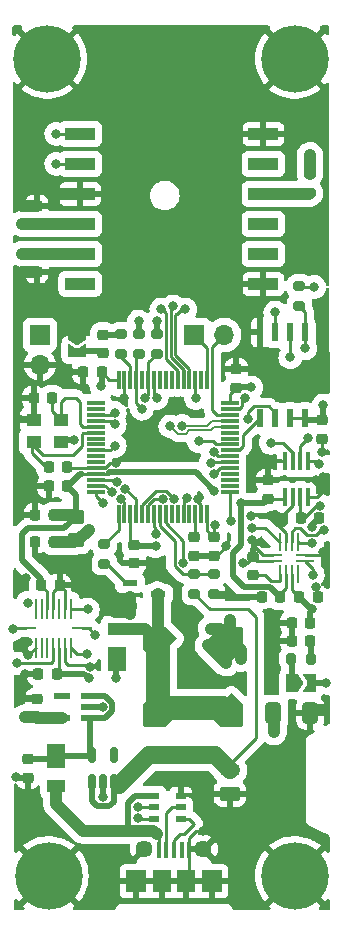
<source format=gbr>
%TF.GenerationSoftware,KiCad,Pcbnew,(6.0.8)*%
%TF.CreationDate,2023-06-03T22:28:48+01:00*%
%TF.ProjectId,circuit board design v2.1,63697263-7569-4742-9062-6f6172642064,rev?*%
%TF.SameCoordinates,Original*%
%TF.FileFunction,Copper,L1,Top*%
%TF.FilePolarity,Positive*%
%FSLAX46Y46*%
G04 Gerber Fmt 4.6, Leading zero omitted, Abs format (unit mm)*
G04 Created by KiCad (PCBNEW (6.0.8)) date 2023-06-03 22:28:48*
%MOMM*%
%LPD*%
G01*
G04 APERTURE LIST*
G04 Aperture macros list*
%AMRoundRect*
0 Rectangle with rounded corners*
0 $1 Rounding radius*
0 $2 $3 $4 $5 $6 $7 $8 $9 X,Y pos of 4 corners*
0 Add a 4 corners polygon primitive as box body*
4,1,4,$2,$3,$4,$5,$6,$7,$8,$9,$2,$3,0*
0 Add four circle primitives for the rounded corners*
1,1,$1+$1,$2,$3*
1,1,$1+$1,$4,$5*
1,1,$1+$1,$6,$7*
1,1,$1+$1,$8,$9*
0 Add four rect primitives between the rounded corners*
20,1,$1+$1,$2,$3,$4,$5,0*
20,1,$1+$1,$4,$5,$6,$7,0*
20,1,$1+$1,$6,$7,$8,$9,0*
20,1,$1+$1,$8,$9,$2,$3,0*%
%AMFreePoly0*
4,1,48,0.029755,1.351579,0.045398,1.349101,0.056598,1.337902,0.070711,1.330711,1.330711,0.070711,1.334374,0.063522,1.340902,0.058779,1.348138,0.036507,1.358769,0.015643,1.357507,0.007674,1.360000,0.000000,1.360000,-1.180000,1.355106,-1.195063,1.355107,-1.210902,1.345796,-1.223715,1.340902,-1.238779,1.328089,-1.248089,1.318779,-1.260902,1.303715,-1.265796,1.290902,-1.275107,
1.275063,-1.275106,1.260000,-1.280000,-1.260000,-1.280000,-1.275063,-1.275106,-1.290902,-1.275107,-1.303715,-1.265796,-1.318779,-1.260902,-1.328089,-1.248089,-1.340902,-1.238779,-1.345796,-1.223715,-1.355107,-1.210902,-1.355106,-1.195063,-1.360000,-1.180000,-1.360000,0.000000,-1.357507,0.007674,-1.358769,0.015643,-1.348138,0.036507,-1.340902,0.058779,-1.334374,0.063522,-1.330711,0.070711,
-0.070711,1.330711,-0.056598,1.337902,-0.045398,1.349101,-0.029755,1.351579,-0.015643,1.358769,0.000000,1.356292,0.015643,1.358769,0.029755,1.351579,0.029755,1.351579,$1*%
%AMFreePoly1*
4,1,6,1.000000,0.000000,0.500000,-0.750000,-0.500000,-0.750000,-0.500000,0.750000,0.500000,0.750000,1.000000,0.000000,1.000000,0.000000,$1*%
%AMFreePoly2*
4,1,6,0.500000,-0.750000,-0.650000,-0.750000,-0.150000,0.000000,-0.650000,0.750000,0.500000,0.750000,0.500000,-0.750000,0.500000,-0.750000,$1*%
G04 Aperture macros list end*
%TA.AperFunction,SMDPad,CuDef*%
%ADD10R,0.250000X1.575000*%
%TD*%
%TA.AperFunction,SMDPad,CuDef*%
%ADD11R,0.275000X1.500000*%
%TD*%
%TA.AperFunction,SMDPad,CuDef*%
%ADD12R,1.575000X0.250000*%
%TD*%
%TA.AperFunction,SMDPad,CuDef*%
%ADD13R,0.400000X1.350000*%
%TD*%
%TA.AperFunction,ComponentPad*%
%ADD14C,1.450000*%
%TD*%
%TA.AperFunction,SMDPad,CuDef*%
%ADD15R,1.500000X1.900000*%
%TD*%
%TA.AperFunction,SMDPad,CuDef*%
%ADD16R,1.800000X1.900000*%
%TD*%
%TA.AperFunction,ComponentPad*%
%ADD17O,0.800000X1.600000*%
%TD*%
%TA.AperFunction,SMDPad,CuDef*%
%ADD18FreePoly0,315.000000*%
%TD*%
%TA.AperFunction,SMDPad,CuDef*%
%ADD19FreePoly0,45.000000*%
%TD*%
%TA.AperFunction,SMDPad,CuDef*%
%ADD20FreePoly0,135.000000*%
%TD*%
%TA.AperFunction,SMDPad,CuDef*%
%ADD21FreePoly0,225.000000*%
%TD*%
%TA.AperFunction,SMDPad,CuDef*%
%ADD22RoundRect,0.200000X-0.275000X0.200000X-0.275000X-0.200000X0.275000X-0.200000X0.275000X0.200000X0*%
%TD*%
%TA.AperFunction,SMDPad,CuDef*%
%ADD23RoundRect,0.225000X0.250000X-0.225000X0.250000X0.225000X-0.250000X0.225000X-0.250000X-0.225000X0*%
%TD*%
%TA.AperFunction,SMDPad,CuDef*%
%ADD24RoundRect,0.225000X-0.225000X-0.250000X0.225000X-0.250000X0.225000X0.250000X-0.225000X0.250000X0*%
%TD*%
%TA.AperFunction,ComponentPad*%
%ADD25C,3.600000*%
%TD*%
%TA.AperFunction,ConnectorPad*%
%ADD26C,5.700000*%
%TD*%
%TA.AperFunction,SMDPad,CuDef*%
%ADD27RoundRect,0.225000X-0.250000X0.225000X-0.250000X-0.225000X0.250000X-0.225000X0.250000X0.225000X0*%
%TD*%
%TA.AperFunction,SMDPad,CuDef*%
%ADD28RoundRect,0.225000X0.225000X0.250000X-0.225000X0.250000X-0.225000X-0.250000X0.225000X-0.250000X0*%
%TD*%
%TA.AperFunction,SMDPad,CuDef*%
%ADD29R,1.500000X2.049998*%
%TD*%
%TA.AperFunction,SMDPad,CuDef*%
%ADD30R,1.500000X1.050000*%
%TD*%
%TA.AperFunction,ComponentPad*%
%ADD31R,1.700000X1.700000*%
%TD*%
%TA.AperFunction,ComponentPad*%
%ADD32O,1.700000X1.700000*%
%TD*%
%TA.AperFunction,SMDPad,CuDef*%
%ADD33RoundRect,0.200000X0.275000X-0.200000X0.275000X0.200000X-0.275000X0.200000X-0.275000X-0.200000X0*%
%TD*%
%TA.AperFunction,ComponentPad*%
%ADD34RoundRect,0.250000X0.625000X-0.350000X0.625000X0.350000X-0.625000X0.350000X-0.625000X-0.350000X0*%
%TD*%
%TA.AperFunction,ComponentPad*%
%ADD35O,1.750000X1.200000*%
%TD*%
%TA.AperFunction,SMDPad,CuDef*%
%ADD36RoundRect,0.250000X-0.450000X0.350000X-0.450000X-0.350000X0.450000X-0.350000X0.450000X0.350000X0*%
%TD*%
%TA.AperFunction,SMDPad,CuDef*%
%ADD37R,0.250000X1.700000*%
%TD*%
%TA.AperFunction,SMDPad,CuDef*%
%ADD38R,1.700000X0.250000*%
%TD*%
%TA.AperFunction,SMDPad,CuDef*%
%ADD39R,1.309599X0.568000*%
%TD*%
%TA.AperFunction,SMDPad,CuDef*%
%ADD40RoundRect,0.041300X0.618700X0.253700X-0.618700X0.253700X-0.618700X-0.253700X0.618700X-0.253700X0*%
%TD*%
%TA.AperFunction,SMDPad,CuDef*%
%ADD41R,2.500000X1.000000*%
%TD*%
%TA.AperFunction,SMDPad,CuDef*%
%ADD42R,1.300000X1.100000*%
%TD*%
%TA.AperFunction,SMDPad,CuDef*%
%ADD43FreePoly1,0.000000*%
%TD*%
%TA.AperFunction,SMDPad,CuDef*%
%ADD44FreePoly2,0.000000*%
%TD*%
%TA.AperFunction,SMDPad,CuDef*%
%ADD45R,0.950000X0.600000*%
%TD*%
%TA.AperFunction,SMDPad,CuDef*%
%ADD46RoundRect,0.200000X0.200000X0.275000X-0.200000X0.275000X-0.200000X-0.275000X0.200000X-0.275000X0*%
%TD*%
%TA.AperFunction,SMDPad,CuDef*%
%ADD47R,0.350000X1.500000*%
%TD*%
%TA.AperFunction,SMDPad,CuDef*%
%ADD48RoundRect,0.250000X-0.412500X-0.650000X0.412500X-0.650000X0.412500X0.650000X-0.412500X0.650000X0*%
%TD*%
%TA.AperFunction,SMDPad,CuDef*%
%ADD49RoundRect,0.150000X0.150000X-0.512500X0.150000X0.512500X-0.150000X0.512500X-0.150000X-0.512500X0*%
%TD*%
%TA.AperFunction,SMDPad,CuDef*%
%ADD50RoundRect,0.075000X-0.700000X-0.075000X0.700000X-0.075000X0.700000X0.075000X-0.700000X0.075000X0*%
%TD*%
%TA.AperFunction,SMDPad,CuDef*%
%ADD51RoundRect,0.075000X-0.075000X-0.700000X0.075000X-0.700000X0.075000X0.700000X-0.075000X0.700000X0*%
%TD*%
%TA.AperFunction,SMDPad,CuDef*%
%ADD52R,0.532600X1.512799*%
%TD*%
%TA.AperFunction,SMDPad,CuDef*%
%ADD53FreePoly1,270.000000*%
%TD*%
%TA.AperFunction,SMDPad,CuDef*%
%ADD54FreePoly2,270.000000*%
%TD*%
%TA.AperFunction,ViaPad*%
%ADD55C,0.800000*%
%TD*%
%TA.AperFunction,Conductor*%
%ADD56C,0.500000*%
%TD*%
%TA.AperFunction,Conductor*%
%ADD57C,1.000000*%
%TD*%
%TA.AperFunction,Conductor*%
%ADD58C,0.250000*%
%TD*%
%TA.AperFunction,Conductor*%
%ADD59C,2.000000*%
%TD*%
%TA.AperFunction,Conductor*%
%ADD60C,1.500000*%
%TD*%
%TA.AperFunction,Conductor*%
%ADD61C,0.200000*%
%TD*%
G04 APERTURE END LIST*
D10*
%TO.P,U9,12,RSVD2*%
%TO.N,GND*%
X45724000Y-62264500D03*
%TO.P,U9,11,SDA/SDI/SDO*%
%TO.N,/MCU/I2C1_SDA*%
X46224000Y-62264500D03*
D11*
%TO.P,U9,10,CS*%
%TO.N,+3.3V*%
X46736500Y-62277000D03*
D12*
%TO.P,U9,9,SDO/SA1*%
%TO.N,GND*%
X47336500Y-63377000D03*
%TO.P,U9,8,DRDY*%
%TO.N,/MCU/Mag_Data_Ready*%
X47336500Y-63877000D03*
D11*
%TO.P,U9,7,INT*%
%TO.N,unconnected-(U9-Pad7)*%
X46736500Y-64977000D03*
D10*
%TO.P,U9,6,VDD_IO*%
%TO.N,+3.3V*%
X46224000Y-64989500D03*
%TO.P,U9,5,VDD*%
%TO.N,+3.3VA*%
X45724000Y-64989500D03*
D11*
%TO.P,U9,4,C1*%
%TO.N,Net-(C21-Pad1)*%
X45211500Y-64977000D03*
D12*
%TO.P,U9,3,GND*%
%TO.N,GND*%
X44611500Y-63877000D03*
%TO.P,U9,2,RSVD1*%
X44611500Y-63377000D03*
D11*
%TO.P,U9,1,SCL/SPC*%
%TO.N,/MCU/I2C1_SCL*%
X45211500Y-62277000D03*
%TD*%
D13*
%TO.P,J3,1,VDD*%
%TO.N,VBUS*%
X34947000Y-88276000D03*
%TO.P,J3,2,D-*%
%TO.N,/Power/D-*%
X35597000Y-88276000D03*
%TO.P,J3,3,D+*%
%TO.N,/Power/D+*%
X36247000Y-88276000D03*
%TO.P,J3,4,ID*%
%TO.N,unconnected-(J3-Pad4)*%
X36897000Y-88276000D03*
%TO.P,J3,5,GND*%
%TO.N,GND*%
X37547000Y-88276000D03*
D14*
%TO.P,J3,P$1,Shield*%
X33747000Y-88251000D03*
%TO.P,J3,P$2,Shield*%
X38747000Y-88251000D03*
D15*
%TO.P,J3,P$8,Shield*%
X35247000Y-90951000D03*
%TO.P,J3,P$9,Shield*%
X37247000Y-90951000D03*
D16*
%TO.P,J3,P$10,Shield*%
X33047000Y-90951000D03*
%TO.P,J3,P$11,Shield*%
X39447000Y-90951000D03*
D17*
%TO.P,J3,P$12,Shield*%
X32747000Y-90951000D03*
%TO.P,J3,P$13,Shield*%
X39747000Y-90951000D03*
%TD*%
D18*
%TO.P,U3,1,vcc*%
%TO.N,+3.3V*%
X41036000Y-70470000D03*
D19*
%TO.P,U3,2,vss*%
%TO.N,Net-(D2-Pad2)*%
X34656000Y-70470000D03*
D20*
%TO.P,U3,3,vss*%
X34656000Y-76850000D03*
D21*
%TO.P,U3,4,vss*%
X41036000Y-76850000D03*
%TD*%
D22*
%TO.P,R9,1*%
%TO.N,+3.3V*%
X46863000Y-40577000D03*
%TO.P,R9,2*%
%TO.N,/MCU/Flash_QUADSPI_BK1_NCS*%
X46863000Y-42227000D03*
%TD*%
D23*
%TO.P,D4,1,K*%
%TO.N,Net-(D4-Pad1)*%
X30226000Y-46241000D03*
%TO.P,D4,2,A*%
%TO.N,Net-(D4-Pad2)*%
X30226000Y-44691000D03*
%TD*%
D24*
%TO.P,D3,1,K*%
%TO.N,GND*%
X46215000Y-70612000D03*
%TO.P,D3,2,A*%
%TO.N,Net-(D3-Pad2)*%
X47765000Y-70612000D03*
%TD*%
D25*
%TO.P,H4,1,1*%
%TO.N,GND*%
X46482000Y-90500000D03*
D26*
X46482000Y-90500000D03*
%TD*%
D27*
%TO.P,C7,1*%
%TO.N,+3.3V*%
X39624000Y-61836000D03*
%TO.P,C7,2*%
%TO.N,GND*%
X39624000Y-63386000D03*
%TD*%
D22*
%TO.P,R6,1*%
%TO.N,/MCU/Buzzer_Gate*%
X30353000Y-62421000D03*
%TO.P,R6,2*%
%TO.N,Net-(R6-Pad2)*%
X30353000Y-64071000D03*
%TD*%
D28*
%TO.P,C15,1*%
%TO.N,+3.3V*%
X26302000Y-73406000D03*
%TO.P,C15,2*%
%TO.N,GND*%
X24752000Y-73406000D03*
%TD*%
D29*
%TO.P,D2,1,K*%
%TO.N,+3.3V*%
X31399314Y-72144999D03*
D30*
%TO.P,D2,2,A*%
%TO.N,Net-(D2-Pad2)*%
X31399314Y-69595000D03*
%TD*%
D31*
%TO.P,J1,1,Pin_1*%
%TO.N,+3.3V*%
X24892000Y-44699000D03*
D32*
%TO.P,J1,2,Pin_2*%
%TO.N,GND*%
X24892000Y-47239000D03*
%TD*%
D33*
%TO.P,R3,1*%
%TO.N,/MCU/Indicator_LED*%
X31750000Y-46291000D03*
%TO.P,R3,2*%
%TO.N,Net-(D4-Pad2)*%
X31750000Y-44641000D03*
%TD*%
D28*
%TO.P,C22,1*%
%TO.N,+3.3V*%
X47765000Y-69088000D03*
%TO.P,C22,2*%
%TO.N,GND*%
X46215000Y-69088000D03*
%TD*%
D23*
%TO.P,C4,1*%
%TO.N,+3.3V*%
X24638000Y-77102000D03*
%TO.P,C4,2*%
%TO.N,GND*%
X24638000Y-75552000D03*
%TD*%
D27*
%TO.P,C9,1*%
%TO.N,Net-(C9-Pad1)*%
X37973000Y-61836000D03*
%TO.P,C9,2*%
%TO.N,GND*%
X37973000Y-63386000D03*
%TD*%
D34*
%TO.P,J2,1,Pin_1*%
%TO.N,GND*%
X40984000Y-83550000D03*
D35*
%TO.P,J2,2,Pin_2*%
%TO.N,/Power/Battery+*%
X40984000Y-81550000D03*
%TD*%
D36*
%TO.P,FB1,1*%
%TO.N,+3.3VA*%
X27940000Y-60087000D03*
%TO.P,FB1,2*%
%TO.N,+3.3V*%
X27940000Y-62087000D03*
%TD*%
D24*
%TO.P,C14,1*%
%TO.N,+3.3VA*%
X25006000Y-65913000D03*
%TO.P,C14,2*%
%TO.N,GND*%
X26556000Y-65913000D03*
%TD*%
D28*
%TO.P,C11,1*%
%TO.N,+3.3VA*%
X26048000Y-59944000D03*
%TO.P,C11,2*%
%TO.N,GND*%
X24498000Y-59944000D03*
%TD*%
D27*
%TO.P,C13,1*%
%TO.N,+3.3V*%
X48768000Y-51930000D03*
%TO.P,C13,2*%
%TO.N,GND*%
X48768000Y-53480000D03*
%TD*%
%TO.P,C6,1*%
%TO.N,+3.3V*%
X32893000Y-62471000D03*
%TO.P,C6,2*%
%TO.N,GND*%
X32893000Y-64021000D03*
%TD*%
D24*
%TO.P,C18,1*%
%TO.N,/MCU/OSCI-*%
X25641000Y-55880000D03*
%TO.P,C18,2*%
%TO.N,GND*%
X27191000Y-55880000D03*
%TD*%
D33*
%TO.P,R1,1*%
%TO.N,/Power/Battery+*%
X37973000Y-66611000D03*
%TO.P,R1,2*%
%TO.N,/MCU/Battery_Voltage*%
X37973000Y-64961000D03*
%TD*%
D26*
%TO.P,H2,1,1*%
%TO.N,GND*%
X46482000Y-21336000D03*
D25*
X46482000Y-21336000D03*
%TD*%
D37*
%TO.P,U8,1,INT2*%
%TO.N,unconnected-(U8-Pad1)*%
X24535000Y-67898500D03*
%TO.P,U8,2,NC*%
%TO.N,unconnected-(U8-Pad2)*%
X25035000Y-67898500D03*
%TO.P,U8,3,VDD*%
%TO.N,+3.3VA*%
X25535000Y-67898500D03*
%TO.P,U8,4,GNDA*%
%TO.N,GND*%
X26035000Y-67898500D03*
%TO.P,U8,5,CSB2*%
%TO.N,unconnected-(U8-Pad5)*%
X26535000Y-67898500D03*
%TO.P,U8,6,GNDIO*%
%TO.N,GND*%
X27035000Y-67898500D03*
%TO.P,U8,7,PS*%
%TO.N,+3.3V*%
X27535000Y-67898500D03*
D38*
%TO.P,U8,8,SCL/SCK*%
%TO.N,/MCU/I2C1_SCL*%
X28450000Y-69563500D03*
D37*
%TO.P,U8,9,SDA/SDI*%
%TO.N,/MCU/I2C1_SDA*%
X27535000Y-71228500D03*
%TO.P,U8,10,SDO2*%
%TO.N,GND*%
X27035000Y-71228500D03*
%TO.P,U8,11,VDDIO*%
%TO.N,+3.3V*%
X26535000Y-71228500D03*
%TO.P,U8,12,INT3*%
%TO.N,/MCU/Gyro_Int3*%
X26035000Y-71228500D03*
%TO.P,U8,13,INT4*%
%TO.N,unconnected-(U8-Pad13)*%
X25535000Y-71228500D03*
%TO.P,U8,14,CSB1*%
%TO.N,unconnected-(U8-Pad14)*%
X25035000Y-71228500D03*
%TO.P,U8,15,SDO1*%
%TO.N,GND*%
X24535000Y-71228500D03*
D38*
%TO.P,U8,16,INT1*%
%TO.N,/MCU/Acc_Int1*%
X23720000Y-69563500D03*
%TD*%
D31*
%TO.P,J6,1,Pin_1*%
%TO.N,/MCU/SYS_JTCK_SWCLK*%
X37968000Y-44704000D03*
D32*
%TO.P,J6,2,Pin_2*%
%TO.N,/MCU/SYS_JTMS_SWDIO*%
X40508000Y-44704000D03*
%TD*%
D33*
%TO.P,R7,1*%
%TO.N,/MCU/I2C1_SDA*%
X34798000Y-46291000D03*
%TO.P,R7,2*%
%TO.N,+3.3V*%
X34798000Y-44641000D03*
%TD*%
D39*
%TO.P,U11,1,B*%
%TO.N,Net-(R6-Pad2)*%
X32499300Y-65674999D03*
%TO.P,U11,2,E*%
%TO.N,GND*%
X32499300Y-67675001D03*
%TO.P,U11,3,C*%
%TO.N,Net-(D2-Pad2)*%
X34886900Y-66675000D03*
%TD*%
D40*
%TO.P,U7,1,IN*%
%TO.N,Net-(C3-Pad1)*%
X29029000Y-77150000D03*
%TO.P,U7,2,GND*%
%TO.N,GND*%
X29029000Y-76200000D03*
%TO.P,U7,3,EN*%
%TO.N,Net-(C3-Pad1)*%
X29029000Y-75250000D03*
%TO.P,U7,4,NC*%
%TO.N,unconnected-(U7-Pad4)*%
X26739000Y-75250000D03*
%TO.P,U7,5,OUT*%
%TO.N,+3.3V*%
X26739000Y-77150000D03*
%TD*%
D41*
%TO.P,U12,1,RXD1*%
%TO.N,/GPS/GPS_UART_RX_Module*%
X28318000Y-27678000D03*
%TO.P,U12,2,TXD1*%
%TO.N,/GPS/GPS_UART_TX_Module*%
X28318000Y-30218000D03*
%TO.P,U12,3,GND*%
%TO.N,GND*%
X28318000Y-32758000D03*
%TO.P,U12,4,VCC*%
%TO.N,+3.3V*%
X28318000Y-35298000D03*
%TO.P,U12,5,V_BCKP*%
X28318000Y-37838000D03*
%TO.P,U12,6,1PPS*%
%TO.N,unconnected-(U12-Pad6)*%
X28318000Y-40378000D03*
%TO.P,U12,7,RESERVED*%
%TO.N,GND*%
X43818000Y-40378000D03*
%TO.P,U12,8,RESERVED*%
%TO.N,unconnected-(U12-Pad8)*%
X43818000Y-37838000D03*
%TO.P,U12,9,NC*%
%TO.N,unconnected-(U12-Pad9)*%
X43818000Y-35298000D03*
%TO.P,U12,10,~{RESET}*%
%TO.N,/GPS/GPS_Reset*%
X43818000Y-32758000D03*
%TO.P,U12,11,RESERVED*%
%TO.N,unconnected-(U12-Pad11)*%
X43818000Y-30218000D03*
%TO.P,U12,12,GND*%
%TO.N,GND*%
X43818000Y-27678000D03*
%TD*%
D24*
%TO.P,C1,1*%
%TO.N,+3.3V*%
X46977000Y-60198000D03*
%TO.P,C1,2*%
%TO.N,GND*%
X48527000Y-60198000D03*
%TD*%
D42*
%TO.P,Y1,1,1*%
%TO.N,/MCU/OSCI+*%
X26677000Y-51932000D03*
%TO.P,Y1,2,2*%
%TO.N,GND*%
X24377000Y-51932000D03*
%TO.P,Y1,3,3*%
%TO.N,/MCU/OSCI-*%
X24377000Y-53732000D03*
%TO.P,Y1,4,4*%
%TO.N,GND*%
X26677000Y-53732000D03*
%TD*%
D23*
%TO.P,C2,1*%
%TO.N,+3.3VA*%
X44196000Y-58560000D03*
%TO.P,C2,2*%
%TO.N,GND*%
X44196000Y-57010000D03*
%TD*%
D43*
%TO.P,JP2,1,A*%
%TO.N,Net-(JP2-Pad1)*%
X46277641Y-74208388D03*
D44*
%TO.P,JP2,2,B*%
%TO.N,+3.3V*%
X47727641Y-74208388D03*
%TD*%
D45*
%TO.P,U5,1*%
%TO.N,VBUS*%
X34562000Y-83759000D03*
%TO.P,U5,2*%
%TO.N,/MCU/USB_D-*%
X34562000Y-84709000D03*
%TO.P,U5,3*%
%TO.N,/MCU/USB_D+*%
X34562000Y-85659000D03*
%TO.P,U5,4*%
%TO.N,/Power/D+*%
X36812000Y-85659000D03*
%TO.P,U5,5*%
%TO.N,/Power/D-*%
X36812000Y-84709000D03*
%TO.P,U5,6*%
%TO.N,GND*%
X36812000Y-83759000D03*
%TD*%
D24*
%TO.P,C24,1*%
%TO.N,+3.3V*%
X46850000Y-66929000D03*
%TO.P,C24,2*%
%TO.N,GND*%
X48400000Y-66929000D03*
%TD*%
D46*
%TO.P,R4,1*%
%TO.N,Net-(D3-Pad2)*%
X47815000Y-72136000D03*
%TO.P,R4,2*%
%TO.N,Net-(JP2-Pad1)*%
X46165000Y-72136000D03*
%TD*%
D23*
%TO.P,C21,1*%
%TO.N,Net-(C21-Pad1)*%
X42926000Y-65037000D03*
%TO.P,C21,2*%
%TO.N,GND*%
X42926000Y-63487000D03*
%TD*%
D28*
%TO.P,C12,1*%
%TO.N,+3.3V*%
X26048000Y-62230000D03*
%TO.P,C12,2*%
%TO.N,GND*%
X24498000Y-62230000D03*
%TD*%
%TO.P,C23,1*%
%TO.N,+3.3VA*%
X45225000Y-66929000D03*
%TO.P,C23,2*%
%TO.N,GND*%
X43675000Y-66929000D03*
%TD*%
D23*
%TO.P,C19,1*%
%TO.N,+3.3V*%
X24638000Y-35319000D03*
%TO.P,C19,2*%
%TO.N,GND*%
X24638000Y-33769000D03*
%TD*%
D28*
%TO.P,C10,1*%
%TO.N,+3.3VA*%
X27191000Y-57531000D03*
%TO.P,C10,2*%
%TO.N,GND*%
X25641000Y-57531000D03*
%TD*%
D29*
%TO.P,D1,1,K*%
%TO.N,Net-(C3-Pad1)*%
X26289000Y-80382001D03*
D30*
%TO.P,D1,2,A*%
%TO.N,VBUS*%
X26289000Y-82932000D03*
%TD*%
D26*
%TO.P,H3,1,1*%
%TO.N,GND*%
X25527000Y-21336000D03*
D25*
X25527000Y-21336000D03*
%TD*%
D47*
%TO.P,U4,1,GND*%
%TO.N,GND*%
X45634000Y-55371000D03*
%TO.P,U4,2,CSB*%
%TO.N,+3.3V*%
X46284000Y-55371000D03*
%TO.P,U4,3,SDI*%
%TO.N,/MCU/I2C1_SDA*%
X46934000Y-55371000D03*
%TO.P,U4,4,SCK*%
%TO.N,/MCU/I2C1_SCL*%
X47584000Y-55371000D03*
%TO.P,U4,5,SDO*%
%TO.N,GND*%
X47584000Y-58421000D03*
%TO.P,U4,6,VDDIO*%
%TO.N,+3.3V*%
X46934000Y-58421000D03*
%TO.P,U4,7,GND*%
%TO.N,GND*%
X46284000Y-58421000D03*
%TO.P,U4,8,VDD*%
%TO.N,+3.3VA*%
X45634000Y-58421000D03*
%TD*%
D48*
%TO.P,C16,1*%
%TO.N,+3.3V*%
X44665500Y-76708000D03*
%TO.P,C16,2*%
%TO.N,GND*%
X47790500Y-76708000D03*
%TD*%
D27*
%TO.P,C20,1*%
%TO.N,+3.3V*%
X24638000Y-37833000D03*
%TO.P,C20,2*%
%TO.N,GND*%
X24638000Y-39383000D03*
%TD*%
D23*
%TO.P,C8,1*%
%TO.N,+3.3V*%
X41529000Y-49162000D03*
%TO.P,C8,2*%
%TO.N,GND*%
X41529000Y-47612000D03*
%TD*%
D25*
%TO.P,H1,1,1*%
%TO.N,GND*%
X25654000Y-90500000D03*
D26*
X25654000Y-90500000D03*
%TD*%
D33*
%TO.P,R5,1*%
%TO.N,/GPS/GPS_Reset*%
X47752000Y-32702000D03*
%TO.P,R5,2*%
%TO.N,+3.3V*%
X47752000Y-31052000D03*
%TD*%
D49*
%TO.P,U6,1,VDD*%
%TO.N,/Power/Battery+*%
X29276000Y-82544500D03*
%TO.P,U6,2,GND*%
%TO.N,GND*%
X30226000Y-82544500D03*
%TO.P,U6,3,EN*%
%TO.N,/Power/Battery+*%
X31176000Y-82544500D03*
%TO.P,U6,4,NC*%
%TO.N,unconnected-(U6-Pad4)*%
X31176000Y-80269500D03*
%TO.P,U6,5,OUT*%
%TO.N,Net-(C3-Pad1)*%
X29276000Y-80269500D03*
%TD*%
D27*
%TO.P,C3,1*%
%TO.N,Net-(C3-Pad1)*%
X23876000Y-80632000D03*
%TO.P,C3,2*%
%TO.N,GND*%
X23876000Y-82182000D03*
%TD*%
D50*
%TO.P,U1,1,VBAT*%
%TO.N,unconnected-(U1-Pad1)*%
X29631000Y-50479000D03*
%TO.P,U1,2,PC13*%
%TO.N,unconnected-(U1-Pad2)*%
X29631000Y-50979000D03*
%TO.P,U1,3,PC14*%
%TO.N,/MCU/Acc_Int1*%
X29631000Y-51479000D03*
%TO.P,U1,4,PC15*%
%TO.N,/MCU/Gyro_Int3*%
X29631000Y-51979000D03*
%TO.P,U1,5,PH0*%
%TO.N,/MCU/OSCI+*%
X29631000Y-52479000D03*
%TO.P,U1,6,PH1*%
%TO.N,/MCU/OSCI-*%
X29631000Y-52979000D03*
%TO.P,U1,7,NRST*%
%TO.N,unconnected-(U1-Pad7)*%
X29631000Y-53479000D03*
%TO.P,U1,8,PC0*%
%TO.N,unconnected-(U1-Pad8)*%
X29631000Y-53979000D03*
%TO.P,U1,9,PC1*%
%TO.N,/MCU/Radio_DIO2*%
X29631000Y-54479000D03*
%TO.P,U1,10,PC2*%
%TO.N,unconnected-(U1-Pad10)*%
X29631000Y-54979000D03*
%TO.P,U1,11,PC3*%
%TO.N,unconnected-(U1-Pad11)*%
X29631000Y-55479000D03*
%TO.P,U1,12,VSSA*%
%TO.N,GND*%
X29631000Y-55979000D03*
%TO.P,U1,13,VDDA*%
%TO.N,+3.3VA*%
X29631000Y-56479000D03*
%TO.P,U1,14,PA0*%
%TO.N,/MCU/Radio_DIO1*%
X29631000Y-56979000D03*
%TO.P,U1,15,PA1*%
%TO.N,/MCU/Radio_DIO0*%
X29631000Y-57479000D03*
%TO.P,U1,16,PA2*%
%TO.N,/MCU/Radio_RX*%
X29631000Y-57979000D03*
D51*
%TO.P,U1,17,PA3*%
%TO.N,/MCU/Buzzer_Gate*%
X31556000Y-59904000D03*
%TO.P,U1,18,VSS*%
%TO.N,GND*%
X32056000Y-59904000D03*
%TO.P,U1,19,VDD*%
%TO.N,+3.3V*%
X32556000Y-59904000D03*
%TO.P,U1,20,PA4*%
%TO.N,/MCU/Radio_TX*%
X33056000Y-59904000D03*
%TO.P,U1,21,PA5*%
%TO.N,/MCU/Radio_SPI1_SCK*%
X33556000Y-59904000D03*
%TO.P,U1,22,PA6*%
%TO.N,/MCU/Radio_SPI1_MISO*%
X34056000Y-59904000D03*
%TO.P,U1,23,PA7*%
%TO.N,/MCU/Radio_SPI1_MOSI*%
X34556000Y-59904000D03*
%TO.P,U1,24,PC4*%
%TO.N,/MCU/Battery_Voltage*%
X35056000Y-59904000D03*
%TO.P,U1,25,PC5*%
%TO.N,/MCU/Radio_Enable*%
X35556000Y-59904000D03*
%TO.P,U1,26,PB0*%
%TO.N,unconnected-(U1-Pad26)*%
X36056000Y-59904000D03*
%TO.P,U1,27,PB1*%
%TO.N,unconnected-(U1-Pad27)*%
X36556000Y-59904000D03*
%TO.P,U1,28,PB2*%
%TO.N,/MCU/Flash_QUADSPI_CLK*%
X37056000Y-59904000D03*
%TO.P,U1,29,PB10*%
%TO.N,unconnected-(U1-Pad29)*%
X37556000Y-59904000D03*
%TO.P,U1,30,VCAP_1*%
%TO.N,Net-(C9-Pad1)*%
X38056000Y-59904000D03*
%TO.P,U1,31,VSS*%
%TO.N,GND*%
X38556000Y-59904000D03*
%TO.P,U1,32,VDD*%
%TO.N,+3.3V*%
X39056000Y-59904000D03*
D50*
%TO.P,U1,33,PB12*%
%TO.N,/MCU/Radio_Reset*%
X40981000Y-57979000D03*
%TO.P,U1,34,PB13*%
%TO.N,unconnected-(U1-Pad34)*%
X40981000Y-57479000D03*
%TO.P,U1,35,PB14*%
%TO.N,unconnected-(U1-Pad35)*%
X40981000Y-56979000D03*
%TO.P,U1,36,PB15*%
%TO.N,unconnected-(U1-Pad36)*%
X40981000Y-56479000D03*
%TO.P,U1,37,PC6*%
%TO.N,/MCU/Radio_DIO5*%
X40981000Y-55979000D03*
%TO.P,U1,38,PC7*%
%TO.N,/MCU/Radio_DIO4*%
X40981000Y-55479000D03*
%TO.P,U1,39,PC8*%
%TO.N,/MCU/Radio_DIO3*%
X40981000Y-54979000D03*
%TO.P,U1,40,PC9*%
%TO.N,/MCU/Flash_QUADSPI_BK1_IO0*%
X40981000Y-54479000D03*
%TO.P,U1,41,PA8*%
%TO.N,/MCU/Mag_Data_Ready*%
X40981000Y-53979000D03*
%TO.P,U1,42,PA9*%
%TO.N,unconnected-(U1-Pad42)*%
X40981000Y-53479000D03*
%TO.P,U1,43,PA10*%
%TO.N,unconnected-(U1-Pad43)*%
X40981000Y-52979000D03*
%TO.P,U1,44,PA11*%
%TO.N,/MCU/USB_D-*%
X40981000Y-52479000D03*
%TO.P,U1,45,PA12*%
%TO.N,/MCU/USB_D+*%
X40981000Y-51979000D03*
%TO.P,U1,46,PA13*%
%TO.N,/MCU/SYS_JTMS_SWDIO*%
X40981000Y-51479000D03*
%TO.P,U1,47,VSS*%
%TO.N,GND*%
X40981000Y-50979000D03*
%TO.P,U1,48,VDD*%
%TO.N,+3.3V*%
X40981000Y-50479000D03*
D51*
%TO.P,U1,49,PA14*%
%TO.N,/MCU/SYS_JTCK_SWCLK*%
X39056000Y-48554000D03*
%TO.P,U1,50,PA15*%
%TO.N,unconnected-(U1-Pad50)*%
X38556000Y-48554000D03*
%TO.P,U1,51,PC10*%
%TO.N,/MCU/Flash_QUADSPI_BK1_IO1*%
X38056000Y-48554000D03*
%TO.P,U1,52,PC11*%
%TO.N,/GPS/GPS_Reset*%
X37556000Y-48554000D03*
%TO.P,U1,53,PC12*%
%TO.N,/GPS/GPS_UART_RX_Module*%
X37056000Y-48554000D03*
%TO.P,U1,54,PD2*%
%TO.N,/GPS/GPS_UART_TX_Module*%
X36556000Y-48554000D03*
%TO.P,U1,55,PB3*%
%TO.N,unconnected-(U1-Pad55)*%
X36056000Y-48554000D03*
%TO.P,U1,56,PB4*%
%TO.N,unconnected-(U1-Pad56)*%
X35556000Y-48554000D03*
%TO.P,U1,57,PB5*%
%TO.N,unconnected-(U1-Pad57)*%
X35056000Y-48554000D03*
%TO.P,U1,58,PB6*%
%TO.N,/MCU/Flash_QUADSPI_BK1_NCS*%
X34556000Y-48554000D03*
%TO.P,U1,59,PB7*%
%TO.N,/MCU/I2C1_SDA*%
X34056000Y-48554000D03*
%TO.P,U1,60,BOOT0*%
%TO.N,unconnected-(U1-Pad60)*%
X33556000Y-48554000D03*
%TO.P,U1,61,PB8*%
%TO.N,/MCU/I2C1_SCL*%
X33056000Y-48554000D03*
%TO.P,U1,62,PB9*%
%TO.N,/MCU/Indicator_LED*%
X32556000Y-48554000D03*
%TO.P,U1,63,VSS*%
%TO.N,GND*%
X32056000Y-48554000D03*
%TO.P,U1,64,VDD*%
%TO.N,+3.3V*%
X31556000Y-48554000D03*
%TD*%
D22*
%TO.P,R2,1*%
%TO.N,/MCU/Battery_Voltage*%
X39624000Y-64961000D03*
%TO.P,R2,2*%
%TO.N,GND*%
X39624000Y-66611000D03*
%TD*%
D52*
%TO.P,U2,1,~{CS}*%
%TO.N,/MCU/Flash_QUADSPI_BK1_NCS*%
X47371000Y-44488100D03*
%TO.P,U2,2,DO(IO1)*%
%TO.N,/MCU/Flash_QUADSPI_BK1_IO1*%
X46101000Y-44488100D03*
%TO.P,U2,3,IO2*%
%TO.N,+3.3V*%
X44831000Y-44488100D03*
%TO.P,U2,4,GND*%
%TO.N,GND*%
X43561000Y-44488100D03*
%TO.P,U2,5,DI(IO0)*%
%TO.N,/MCU/Flash_QUADSPI_BK1_IO0*%
X43561000Y-51777900D03*
%TO.P,U2,6,CLK*%
%TO.N,/MCU/Flash_QUADSPI_CLK*%
X44831000Y-51777900D03*
%TO.P,U2,7,IO3*%
%TO.N,+3.3V*%
X46101000Y-51777900D03*
%TO.P,U2,8,VCC*%
X47371000Y-51777900D03*
%TD*%
D28*
%TO.P,C17,1*%
%TO.N,/MCU/OSCI+*%
X25921000Y-50038000D03*
%TO.P,C17,2*%
%TO.N,GND*%
X24371000Y-50038000D03*
%TD*%
D33*
%TO.P,R8,1*%
%TO.N,/MCU/I2C1_SCL*%
X33274000Y-46291000D03*
%TO.P,R8,2*%
%TO.N,+3.3V*%
X33274000Y-44641000D03*
%TD*%
D53*
%TO.P,JP1,1,A*%
%TO.N,GND*%
X28067000Y-44614000D03*
D54*
%TO.P,JP1,2,B*%
%TO.N,Net-(D4-Pad1)*%
X28067000Y-46064000D03*
%TD*%
D28*
%TO.P,C5,1*%
%TO.N,+3.3V*%
X30112000Y-47879000D03*
%TO.P,C5,2*%
%TO.N,GND*%
X28562000Y-47879000D03*
%TD*%
D55*
%TO.N,/GPS/GPS_UART_TX_Module*%
X26289000Y-30226000D03*
%TO.N,/GPS/GPS_UART_RX_Module*%
X26289000Y-27686000D03*
X36195000Y-42291000D03*
%TO.N,/GPS/GPS_UART_TX_Module*%
X35179000Y-42545000D03*
%TO.N,/GPS/GPS_Reset*%
X37211000Y-42545000D03*
X46236000Y-32758000D03*
%TO.N,+3.3V*%
X48133000Y-40640000D03*
X44831000Y-42799000D03*
%TO.N,/MCU/Radio_DIO2*%
X31242000Y-54102000D03*
%TO.N,/MCU/Radio_DIO4*%
X39364753Y-55537530D03*
%TO.N,/MCU/Radio_DIO5*%
X39656500Y-56441100D03*
%TO.N,/MCU/Radio_DIO3*%
X39619959Y-54622969D03*
%TO.N,/MCU/Radio_Enable*%
X37039311Y-64025423D03*
%TO.N,/MCU/I2C1_SDA*%
X48921140Y-61203806D03*
X33782000Y-50038000D03*
X28908006Y-71734469D03*
X47621270Y-53427500D03*
%TO.N,GND*%
X41021000Y-66802000D03*
X47800000Y-34800000D03*
X41500000Y-20000000D03*
X42846944Y-62086056D03*
X23114000Y-51816000D03*
X47965502Y-61007500D03*
X23876000Y-70739000D03*
X23749000Y-65278000D03*
X38735000Y-86741000D03*
X37900000Y-20000000D03*
X32004000Y-50038000D03*
X42799000Y-56642000D03*
X24400000Y-30700000D03*
X41500000Y-23400000D03*
X38312005Y-58606306D03*
X42063380Y-63981120D03*
X42866498Y-55372000D03*
X23622000Y-73406000D03*
X42237579Y-50011144D03*
X23495000Y-75438000D03*
X42796677Y-59999064D03*
X47800000Y-37500000D03*
X22860000Y-82169000D03*
X30226000Y-83820000D03*
X27432000Y-47879000D03*
X24400000Y-26100000D03*
X40666629Y-62584370D03*
X48260000Y-66040000D03*
X29015502Y-65913000D03*
X24400000Y-28400000D03*
X44577000Y-74676000D03*
X34300000Y-20000000D03*
X30700000Y-20000000D03*
X23876000Y-71842500D03*
X48895000Y-76454000D03*
X34300000Y-23400000D03*
X37900000Y-23400000D03*
X48855500Y-56769000D03*
X23368000Y-39370000D03*
X48768000Y-54610000D03*
X31369000Y-55549060D03*
X32512000Y-66929000D03*
X31767812Y-58594670D03*
X32512000Y-68326000D03*
X26035000Y-32766000D03*
X23368000Y-33782000D03*
X30700000Y-23400000D03*
X29150138Y-72790972D03*
X48895000Y-63119000D03*
X42799000Y-47625000D03*
X27773500Y-53562944D03*
X30226000Y-76200000D03*
X31242000Y-67056000D03*
X28067000Y-43180000D03*
X23876000Y-57531000D03*
X31242000Y-68199000D03*
X34729500Y-64008000D03*
%TO.N,+3.3V*%
X28956000Y-67945000D03*
X49149000Y-74168000D03*
X39751000Y-60833000D03*
X44704000Y-78359000D03*
X48641000Y-59173500D03*
X23368000Y-35306000D03*
X39116000Y-70993000D03*
X39878000Y-71755000D03*
X23622000Y-77089000D03*
X29015502Y-61205962D03*
X23860498Y-67381000D03*
X44450000Y-53838498D03*
X48895000Y-50673000D03*
X47965502Y-62357000D03*
X41021000Y-68834000D03*
X29015502Y-73787000D03*
X39370000Y-69596000D03*
X31369000Y-73787000D03*
X40640000Y-72517000D03*
X47752000Y-29464000D03*
X47965502Y-67945000D03*
X34729500Y-62611000D03*
X41910000Y-72136000D03*
X23368000Y-37846000D03*
X34798000Y-43561000D03*
X33274000Y-43561000D03*
X30099000Y-49022000D03*
X42799000Y-49149000D03*
%TO.N,+3.3VA*%
X39656500Y-57912000D03*
X41910000Y-58928000D03*
%TO.N,/MCU/I2C1_SCL*%
X29591000Y-70104000D03*
X42866413Y-61022688D03*
X33521151Y-50950970D03*
X48514000Y-55626000D03*
%TO.N,/MCU/Radio_DIO1*%
X31382154Y-57148560D03*
%TO.N,/MCU/Radio_DIO0*%
X30988000Y-58039000D03*
%TO.N,/MCU/Radio_TX*%
X32139681Y-57721017D03*
%TO.N,/MCU/Radio_RX*%
X30226000Y-58928000D03*
%TO.N,/MCU/Radio_Reset*%
X41110500Y-60452000D03*
%TO.N,/MCU/Radio_SPI1_SCK*%
X36277596Y-58596949D03*
%TO.N,/MCU/Radio_SPI1_MISO*%
X35323843Y-58599597D03*
%TO.N,/MCU/Radio_SPI1_MOSI*%
X34729500Y-61595000D03*
%TO.N,/MCU/Flash_QUADSPI_CLK*%
X42545000Y-51816000D03*
X37338000Y-58547000D03*
%TO.N,/MCU/USB_D-*%
X33186500Y-84673043D03*
X35941000Y-52451000D03*
%TO.N,/MCU/USB_D+*%
X36957000Y-52423000D03*
X33186500Y-85622546D03*
%TO.N,/MCU/Flash_QUADSPI_BK1_IO1*%
X38100000Y-50038000D03*
X46101000Y-46609000D03*
%TO.N,/MCU/Flash_QUADSPI_BK1_NCS*%
X34798000Y-50038000D03*
X47371000Y-45847000D03*
%TO.N,/MCU/Acc_Int1*%
X22606000Y-69596000D03*
X31242000Y-51308000D03*
%TO.N,/MCU/Gyro_Int3*%
X22987000Y-72517000D03*
X31242000Y-52257503D03*
%TO.N,/MCU/Mag_Data_Ready*%
X38354000Y-53722000D03*
X48006000Y-65024000D03*
%TD*%
D56*
%TO.N,+3.3V*%
X33033000Y-62611000D02*
X32893000Y-62471000D01*
X34729500Y-62611000D02*
X33033000Y-62611000D01*
D57*
X26048000Y-62230000D02*
X27797000Y-62230000D01*
%TO.N,+3.3VA*%
X27797000Y-59944000D02*
X26048000Y-59944000D01*
X27940000Y-60087000D02*
X27797000Y-59944000D01*
D58*
%TO.N,/GPS/GPS_UART_TX_Module*%
X28318000Y-30218000D02*
X26297000Y-30218000D01*
X26297000Y-30218000D02*
X26289000Y-30226000D01*
%TO.N,/GPS/GPS_UART_RX_Module*%
X26297000Y-27678000D02*
X26289000Y-27686000D01*
X28318000Y-27678000D02*
X26297000Y-27678000D01*
%TO.N,/GPS/GPS_Reset*%
X36870000Y-42545000D02*
X37211000Y-42545000D01*
X36474595Y-42966000D02*
X36870000Y-42570595D01*
X36360000Y-43015000D02*
X36409000Y-42966000D01*
X36870000Y-42570595D02*
X36870000Y-42545000D01*
X36360000Y-46404628D02*
X36360000Y-43015000D01*
X36409000Y-42966000D02*
X36474595Y-42966000D01*
X37556000Y-47600628D02*
X36360000Y-46404628D01*
X37556000Y-48554000D02*
X37556000Y-47600628D01*
%TO.N,/GPS/GPS_UART_TX_Module*%
X36556000Y-47732000D02*
X36556000Y-48554000D01*
X35560000Y-46736000D02*
X36556000Y-47732000D01*
X35560000Y-42860405D02*
X35560000Y-46736000D01*
X35179000Y-42545000D02*
X35244595Y-42545000D01*
X35244595Y-42545000D02*
X35560000Y-42860405D01*
%TO.N,/GPS/GPS_UART_RX_Module*%
X35960000Y-46570314D02*
X37056000Y-47666314D01*
X35960000Y-42694719D02*
X35960000Y-46570314D01*
X36195000Y-42291000D02*
X36195000Y-42459719D01*
X36195000Y-42459719D02*
X35960000Y-42694719D01*
X37056000Y-47666314D02*
X37056000Y-48554000D01*
D56*
%TO.N,+3.3V*%
X33274000Y-43561000D02*
X33274000Y-44641000D01*
D57*
%TO.N,/GPS/GPS_Reset*%
X46236000Y-32758000D02*
X47696000Y-32758000D01*
D58*
%TO.N,GND*%
X42846944Y-62086056D02*
X42846944Y-62404944D01*
X42846944Y-62404944D02*
X43819000Y-63377000D01*
X43819000Y-63377000D02*
X44611500Y-63377000D01*
%TO.N,/Power/Battery+*%
X39307000Y-67945000D02*
X37973000Y-66611000D01*
X43180000Y-78846000D02*
X43180000Y-68580000D01*
X43180000Y-68580000D02*
X42545000Y-67945000D01*
X42545000Y-67945000D02*
X39307000Y-67945000D01*
X41021000Y-81005000D02*
X43180000Y-78846000D01*
X41021000Y-81534000D02*
X41021000Y-81005000D01*
D57*
%TO.N,+3.3V*%
X24625000Y-77089000D02*
X24638000Y-77102000D01*
X23622000Y-77089000D02*
X24625000Y-77089000D01*
D58*
X46926000Y-40640000D02*
X46863000Y-40577000D01*
X48133000Y-40640000D02*
X46926000Y-40640000D01*
X44831000Y-44488100D02*
X44831000Y-42799000D01*
X46101000Y-51777900D02*
X47371000Y-51777900D01*
%TO.N,/MCU/Flash_QUADSPI_BK1_NCS*%
X47371000Y-42735000D02*
X46863000Y-42227000D01*
X47371000Y-44488100D02*
X47371000Y-42735000D01*
%TO.N,GND*%
X48855500Y-57951500D02*
X48386000Y-58421000D01*
X48855500Y-56769000D02*
X48855500Y-57951500D01*
X48386000Y-58421000D02*
X47584000Y-58421000D01*
D59*
%TO.N,Net-(D2-Pad2)*%
X35179000Y-76327000D02*
X40513000Y-76327000D01*
X34656000Y-76850000D02*
X35179000Y-76327000D01*
X40513000Y-76327000D02*
X41036000Y-76850000D01*
X34925000Y-70739000D02*
X34925000Y-76581000D01*
X34656000Y-70470000D02*
X34925000Y-70739000D01*
X34925000Y-76581000D02*
X34656000Y-76850000D01*
D60*
%TO.N,/Power/Battery+*%
X39751000Y-80264000D02*
X34163000Y-80264000D01*
X34163000Y-80264000D02*
X31623000Y-82804000D01*
X41021000Y-81534000D02*
X39751000Y-80264000D01*
D61*
%TO.N,/MCU/USB_D-*%
X37526239Y-52773000D02*
X39354699Y-52773000D01*
X39354699Y-52773000D02*
X39648699Y-52479000D01*
X37226239Y-53073000D02*
X37526239Y-52773000D01*
X36563000Y-53073000D02*
X37226239Y-53073000D01*
X39648699Y-52479000D02*
X40981000Y-52479000D01*
X35941000Y-52451000D02*
X36563000Y-53073000D01*
D58*
%TO.N,+3.3V*%
X48306500Y-59173500D02*
X47282000Y-60198000D01*
X48641000Y-59173500D02*
X48306500Y-59173500D01*
X47282000Y-60198000D02*
X46977000Y-60198000D01*
%TO.N,GND*%
X30400975Y-55979000D02*
X29631000Y-55979000D01*
X30830915Y-55549060D02*
X30400975Y-55979000D01*
X31369000Y-55549060D02*
X30830915Y-55549060D01*
%TO.N,/MCU/Radio_DIO2*%
X30865000Y-54479000D02*
X31242000Y-54102000D01*
X29631000Y-54479000D02*
X30865000Y-54479000D01*
D57*
%TO.N,+3.3V*%
X44704000Y-78359000D02*
X44704000Y-76746500D01*
X44704000Y-76746500D02*
X44665500Y-76708000D01*
D58*
%TO.N,GND*%
X43167000Y-57010000D02*
X44196000Y-57010000D01*
X42799000Y-56642000D02*
X43167000Y-57010000D01*
D56*
%TO.N,+3.3VA*%
X41237000Y-63168629D02*
X41237000Y-65113000D01*
X41910000Y-62495629D02*
X41237000Y-63168629D01*
X41910000Y-58928000D02*
X41910000Y-62495629D01*
X41237000Y-65113000D02*
X42178000Y-66054000D01*
X42178000Y-66054000D02*
X44350000Y-66054000D01*
X41910000Y-58928000D02*
X43828000Y-58928000D01*
X44350000Y-66054000D02*
X45225000Y-66929000D01*
X43828000Y-58928000D02*
X44196000Y-58560000D01*
D58*
%TO.N,/MCU/Radio_Reset*%
X40981000Y-60322500D02*
X40981000Y-57979000D01*
X41110500Y-60452000D02*
X40981000Y-60322500D01*
%TO.N,/MCU/Radio_DIO5*%
X39656500Y-56441100D02*
X40118600Y-55979000D01*
X40118600Y-55979000D02*
X40981000Y-55979000D01*
%TO.N,/MCU/Radio_DIO4*%
X40961000Y-55459000D02*
X40981000Y-55479000D01*
X39443283Y-55459000D02*
X40961000Y-55459000D01*
X39364753Y-55537530D02*
X39443283Y-55459000D01*
%TO.N,/MCU/Radio_DIO3*%
X39975990Y-54979000D02*
X40981000Y-54979000D01*
X39619959Y-54622969D02*
X39975990Y-54979000D01*
D56*
%TO.N,+3.3VA*%
X39656500Y-57912000D02*
X38093060Y-56348560D01*
X38093060Y-56348560D02*
X30773440Y-56348560D01*
X30773440Y-56348560D02*
X30734000Y-56388000D01*
D58*
%TO.N,GND*%
X38312005Y-58890030D02*
X38556000Y-59134025D01*
X38556000Y-59134025D02*
X38556000Y-59904000D01*
X38312005Y-58606306D02*
X38312005Y-58890030D01*
%TO.N,/MCU/Mag_Data_Ready*%
X39820595Y-53979000D02*
X40981000Y-53979000D01*
X39563595Y-53722000D02*
X39820595Y-53979000D01*
X38354000Y-53722000D02*
X39563595Y-53722000D01*
D61*
%TO.N,/MCU/USB_D+*%
X40956001Y-52003999D02*
X40981000Y-51979000D01*
X39487302Y-52003999D02*
X40956001Y-52003999D01*
X39068301Y-52423000D02*
X39487302Y-52003999D01*
X36957000Y-52423000D02*
X39068301Y-52423000D01*
D58*
%TO.N,Net-(R6-Pad2)*%
X32146999Y-65674999D02*
X32499300Y-65674999D01*
X30543000Y-64071000D02*
X32146999Y-65674999D01*
X30353000Y-64071000D02*
X30543000Y-64071000D01*
%TO.N,/MCU/Buzzer_Gate*%
X31556000Y-61218000D02*
X30353000Y-62421000D01*
X31556000Y-59904000D02*
X31556000Y-61218000D01*
D56*
%TO.N,GND*%
X29015502Y-65913000D02*
X26556000Y-65913000D01*
D58*
X27305000Y-72644000D02*
X27035000Y-72374000D01*
X29150138Y-72790972D02*
X29003166Y-72644000D01*
X29003166Y-72644000D02*
X27305000Y-72644000D01*
X27035000Y-72374000D02*
X27035000Y-71228500D01*
%TO.N,/MCU/Radio_Enable*%
X37039311Y-62157286D02*
X35556000Y-60673975D01*
X35556000Y-60673975D02*
X35556000Y-59904000D01*
X37039311Y-64025423D02*
X37039311Y-62157286D01*
%TO.N,/MCU/SYS_JTCK_SWCLK*%
X39056000Y-48554000D02*
X39056000Y-45792000D01*
X39056000Y-45792000D02*
X37968000Y-44704000D01*
D57*
%TO.N,Net-(D2-Pad2)*%
X31399314Y-69595000D02*
X33781000Y-69595000D01*
X34886900Y-66675000D02*
X34886900Y-70239100D01*
X34886900Y-70239100D02*
X34656000Y-70470000D01*
X33781000Y-69595000D02*
X34656000Y-70470000D01*
D58*
%TO.N,/MCU/I2C1_SDA*%
X46489000Y-61087000D02*
X46224000Y-61352000D01*
X47515686Y-61682000D02*
X46920686Y-61087000D01*
X28908006Y-71734469D02*
X28040969Y-71734469D01*
X34056000Y-47033000D02*
X34798000Y-46291000D01*
X48723291Y-61203806D02*
X48245097Y-61682000D01*
X46934000Y-54114770D02*
X47621270Y-53427500D01*
X46224000Y-61352000D02*
X46224000Y-62264500D01*
X46920686Y-61087000D02*
X46489000Y-61087000D01*
X34056000Y-49764000D02*
X33782000Y-50038000D01*
X46934000Y-55371000D02*
X46934000Y-54114770D01*
X34056000Y-48554000D02*
X34056000Y-49764000D01*
X48245097Y-61682000D02*
X47515686Y-61682000D01*
X34056000Y-48554000D02*
X34056000Y-47033000D01*
X48921140Y-61203806D02*
X48723291Y-61203806D01*
X28040969Y-71734469D02*
X27535000Y-71228500D01*
D56*
%TO.N,GND*%
X32906000Y-64008000D02*
X32893000Y-64021000D01*
X30226000Y-76200000D02*
X29029000Y-76200000D01*
X41021000Y-66802000D02*
X39815000Y-66802000D01*
X47965502Y-60759498D02*
X48527000Y-60198000D01*
X34729500Y-64008000D02*
X32906000Y-64008000D01*
X43675000Y-66929000D02*
X41148000Y-66929000D01*
D57*
X32512000Y-67687701D02*
X32499300Y-67675001D01*
D58*
X42031000Y-50217723D02*
X42031000Y-50698975D01*
D56*
X24261000Y-51816000D02*
X24377000Y-51932000D01*
X38747000Y-88251000D02*
X37572000Y-88251000D01*
D58*
X42866498Y-55372000D02*
X42867498Y-55371000D01*
X27290000Y-55979000D02*
X27191000Y-55880000D01*
X37547000Y-88276000D02*
X37547000Y-90651000D01*
X37572000Y-88251000D02*
X37547000Y-88276000D01*
D57*
X24625000Y-33782000D02*
X24638000Y-33769000D01*
D56*
X39815000Y-66802000D02*
X39624000Y-66611000D01*
D57*
X31975301Y-68199000D02*
X32499300Y-67675001D01*
D58*
X32056000Y-58882858D02*
X32056000Y-59904000D01*
X37547000Y-88276000D02*
X37547000Y-87294000D01*
X48637000Y-63377000D02*
X47336500Y-63377000D01*
X32004000Y-50038000D02*
X32056000Y-49986000D01*
X23876000Y-71842500D02*
X23921000Y-71842500D01*
D57*
X28310000Y-32766000D02*
X28318000Y-32758000D01*
D56*
X23114000Y-51816000D02*
X24261000Y-51816000D01*
D58*
X45724000Y-61472000D02*
X45724000Y-62264500D01*
D57*
X23368000Y-39370000D02*
X24625000Y-39370000D01*
D56*
X24524000Y-75438000D02*
X24638000Y-75552000D01*
D58*
X22860000Y-82169000D02*
X22873000Y-82182000D01*
D56*
X22873000Y-82182000D02*
X23876000Y-82182000D01*
D58*
X26556000Y-65913000D02*
X27035000Y-66392000D01*
D56*
X23495000Y-75438000D02*
X24524000Y-75438000D01*
D58*
X48260000Y-66040000D02*
X48260000Y-66662000D01*
X26035000Y-67898500D02*
X26035000Y-66434000D01*
X26035000Y-66434000D02*
X26556000Y-65913000D01*
X46284000Y-58421000D02*
X46284000Y-59126000D01*
D57*
X31880299Y-67056000D02*
X32499300Y-67675001D01*
D58*
X42031000Y-50698975D02*
X41750975Y-50979000D01*
D56*
X27432000Y-47879000D02*
X28562000Y-47879000D01*
D58*
X39864999Y-63386000D02*
X39624000Y-63386000D01*
D56*
X30226000Y-83820000D02*
X30226000Y-82544500D01*
X42799000Y-47625000D02*
X41542000Y-47625000D01*
D58*
X48895000Y-63119000D02*
X48637000Y-63377000D01*
D57*
X32512000Y-67662301D02*
X32499300Y-67675001D01*
D58*
X42796677Y-59999064D02*
X42941241Y-59854500D01*
X42941241Y-59854500D02*
X44106500Y-59854500D01*
D57*
X24625000Y-39370000D02*
X24638000Y-39383000D01*
X48044500Y-76454000D02*
X47790500Y-76708000D01*
D56*
X46215000Y-70612000D02*
X46215000Y-69088000D01*
D58*
X48768000Y-54610000D02*
X48768000Y-53480000D01*
D57*
X28326000Y-32766000D02*
X28318000Y-32758000D01*
X48895000Y-76454000D02*
X48044500Y-76454000D01*
D58*
X27035000Y-66392000D02*
X27035000Y-67898500D01*
X37547000Y-87294000D02*
X38100000Y-86741000D01*
D56*
X41148000Y-66929000D02*
X41021000Y-66802000D01*
D57*
X26035000Y-32766000D02*
X28310000Y-32766000D01*
D58*
X40666629Y-62584370D02*
X39864999Y-63386000D01*
D56*
X27773500Y-53562944D02*
X26846056Y-53562944D01*
D57*
X31242000Y-67056000D02*
X31880299Y-67056000D01*
D58*
X46284000Y-59126000D02*
X45555500Y-59854500D01*
X42431880Y-63981120D02*
X42926000Y-63487000D01*
D56*
X24752000Y-73406000D02*
X23622000Y-73406000D01*
D58*
X23921000Y-71842500D02*
X24535000Y-71228500D01*
D56*
X28067000Y-44614000D02*
X28067000Y-43180000D01*
D58*
X32056000Y-49986000D02*
X32056000Y-48554000D01*
X44611500Y-63877000D02*
X43316000Y-63877000D01*
D56*
X41542000Y-47625000D02*
X41529000Y-47612000D01*
D58*
X42867498Y-55371000D02*
X45634000Y-55371000D01*
X43316000Y-63877000D02*
X42926000Y-63487000D01*
X37547000Y-90651000D02*
X37247000Y-90951000D01*
X31767812Y-58594670D02*
X32056000Y-58882858D01*
D57*
X31242000Y-68199000D02*
X31975301Y-68199000D01*
D56*
X26846056Y-53562944D02*
X26677000Y-53732000D01*
D58*
X41750975Y-50979000D02*
X40981000Y-50979000D01*
X42063380Y-63981120D02*
X42431880Y-63981120D01*
D57*
X32512000Y-66929000D02*
X32512000Y-67662301D01*
D58*
X42237579Y-50011144D02*
X42031000Y-50217723D01*
D57*
X32512000Y-68326000D02*
X32512000Y-67687701D01*
D58*
X38100000Y-86741000D02*
X38735000Y-86741000D01*
D56*
X25641000Y-57531000D02*
X23876000Y-57531000D01*
D58*
X29631000Y-55979000D02*
X27290000Y-55979000D01*
X44106500Y-59854500D02*
X45724000Y-61472000D01*
X45555500Y-59854500D02*
X44106500Y-59854500D01*
D56*
X47965502Y-61007500D02*
X47965502Y-60759498D01*
D57*
X23368000Y-33782000D02*
X24625000Y-33782000D01*
D58*
X48260000Y-66662000D02*
X48273000Y-66675000D01*
D57*
%TO.N,+3.3V*%
X39878000Y-71755000D02*
X39878000Y-71628000D01*
D56*
X26289000Y-73406000D02*
X28634502Y-73406000D01*
X34798000Y-44641000D02*
X34798000Y-43561000D01*
X48768000Y-51930000D02*
X47523100Y-51930000D01*
D58*
X46224000Y-66303000D02*
X46224000Y-64989500D01*
D57*
X41021000Y-70455000D02*
X41036000Y-70470000D01*
X41910000Y-71344000D02*
X41036000Y-70470000D01*
D56*
X47523100Y-51930000D02*
X47371000Y-51777900D01*
X41542000Y-49149000D02*
X41529000Y-49162000D01*
X48895000Y-50673000D02*
X48895000Y-51803000D01*
D57*
X39878000Y-71628000D02*
X41036000Y-70470000D01*
D58*
X47965502Y-62357000D02*
X46816500Y-62357000D01*
X39624000Y-60960000D02*
X39624000Y-61836000D01*
D57*
X23368000Y-37846000D02*
X28310000Y-37846000D01*
D58*
X46934000Y-58421000D02*
X46934000Y-60155000D01*
D56*
X30112000Y-49009000D02*
X30112000Y-47879000D01*
D58*
X44450000Y-53838498D02*
X45456498Y-53838498D01*
D57*
X28310000Y-37846000D02*
X28318000Y-37838000D01*
D58*
X39751000Y-60833000D02*
X39624000Y-60960000D01*
X45456498Y-53838498D02*
X46284000Y-54666000D01*
D57*
X39878000Y-71755000D02*
X40640000Y-72517000D01*
X40162000Y-69596000D02*
X41036000Y-70470000D01*
D58*
X32556000Y-59904000D02*
X32556000Y-62134000D01*
X26535000Y-73160000D02*
X26535000Y-71228500D01*
X39056000Y-59904000D02*
X39056000Y-61268000D01*
X28956000Y-67945000D02*
X28909500Y-67898500D01*
D56*
X47965502Y-67945000D02*
X47866000Y-67945000D01*
D58*
X28134464Y-62087000D02*
X27940000Y-62087000D01*
X26289000Y-73406000D02*
X26535000Y-73160000D01*
D56*
X48895000Y-51803000D02*
X48768000Y-51930000D01*
D58*
X46816500Y-62357000D02*
X46736500Y-62277000D01*
D57*
X39370000Y-69596000D02*
X40162000Y-69596000D01*
X24699000Y-77150000D02*
X26739000Y-77150000D01*
X47752000Y-29464000D02*
X47752000Y-31052000D01*
D56*
X47768029Y-74168000D02*
X47727641Y-74208388D01*
D58*
X31556000Y-48554000D02*
X30787000Y-48554000D01*
D56*
X47866000Y-67945000D02*
X46850000Y-66929000D01*
X30099000Y-49022000D02*
X30112000Y-49009000D01*
X49149000Y-74168000D02*
X47768029Y-74168000D01*
D58*
X30787000Y-48554000D02*
X30112000Y-47879000D01*
D57*
X29015502Y-61205962D02*
X28134464Y-62087000D01*
D58*
X32556000Y-62134000D02*
X32893000Y-62471000D01*
D56*
X24744000Y-35298000D02*
X24638000Y-35192000D01*
X31369000Y-73787000D02*
X31369000Y-72175313D01*
D57*
X28310000Y-35306000D02*
X28318000Y-35298000D01*
D58*
X46224000Y-66303000D02*
X46850000Y-66929000D01*
D56*
X47965502Y-67945000D02*
X47765000Y-68145502D01*
D58*
X40981000Y-50479000D02*
X40981000Y-49710000D01*
X46934000Y-60155000D02*
X46977000Y-60198000D01*
X28909500Y-67898500D02*
X27535000Y-67898500D01*
X39056000Y-61268000D02*
X39624000Y-61836000D01*
D57*
X23368000Y-35306000D02*
X28310000Y-35306000D01*
D56*
X31369000Y-72175313D02*
X31399314Y-72144999D01*
D58*
X46284000Y-54666000D02*
X46284000Y-55371000D01*
X27797000Y-62230000D02*
X27940000Y-62087000D01*
D56*
X47765000Y-68145502D02*
X47765000Y-69088000D01*
D57*
X41910000Y-72136000D02*
X41910000Y-71344000D01*
D58*
X40981000Y-49710000D02*
X41529000Y-49162000D01*
D57*
X24638000Y-77089000D02*
X24699000Y-77150000D01*
X39878000Y-71755000D02*
X39116000Y-70993000D01*
D56*
X28634502Y-73406000D02*
X29015502Y-73787000D01*
D57*
X41021000Y-68834000D02*
X41021000Y-70455000D01*
D56*
X42799000Y-49149000D02*
X41542000Y-49149000D01*
D58*
%TO.N,+3.3VA*%
X28448000Y-56515000D02*
X28484000Y-56479000D01*
X30643000Y-56479000D02*
X29631000Y-56479000D01*
X25535000Y-66442000D02*
X25006000Y-65913000D01*
D56*
X23368000Y-63754000D02*
X23368000Y-61595000D01*
D58*
X44196000Y-58560000D02*
X45495000Y-58560000D01*
X45724000Y-66176000D02*
X45225000Y-66675000D01*
D56*
X23368000Y-61595000D02*
X23876000Y-61087000D01*
X28448000Y-56515000D02*
X28321000Y-56515000D01*
X25006000Y-65913000D02*
X25006000Y-65392000D01*
X25006000Y-65392000D02*
X23368000Y-63754000D01*
D58*
X25535000Y-67898500D02*
X25535000Y-66442000D01*
X28484000Y-56479000D02*
X29631000Y-56479000D01*
D56*
X27940000Y-58280000D02*
X27191000Y-57531000D01*
X27940000Y-60087000D02*
X27940000Y-58280000D01*
D58*
X45495000Y-58560000D02*
X45634000Y-58421000D01*
X45724000Y-64989500D02*
X45724000Y-66176000D01*
D56*
X28321000Y-56515000D02*
X27305000Y-57531000D01*
D58*
X30734000Y-56388000D02*
X30643000Y-56479000D01*
D56*
X23876000Y-61087000D02*
X26940000Y-61087000D01*
X26940000Y-61087000D02*
X27940000Y-60087000D01*
X27305000Y-57531000D02*
X27191000Y-57531000D01*
%TO.N,VBUS*%
X32386500Y-86488500D02*
X32639000Y-86741000D01*
X32969172Y-83759000D02*
X32386500Y-84341672D01*
D57*
X34798000Y-86995000D02*
X34475546Y-86672546D01*
D56*
X34562000Y-83759000D02*
X32969172Y-83759000D01*
X32386500Y-84341672D02*
X32386500Y-86488500D01*
D57*
X34475546Y-86672546D02*
X28506546Y-86672546D01*
X28506546Y-86672546D02*
X26289000Y-84455000D01*
D58*
X34947000Y-86890000D02*
X34947000Y-88276000D01*
D57*
X26289000Y-84455000D02*
X26289000Y-82932000D01*
D58*
%TO.N,/MCU/SYS_JTMS_SWDIO*%
X39497000Y-45715000D02*
X40508000Y-44704000D01*
X39922000Y-51479000D02*
X39497000Y-51054000D01*
X40981000Y-51479000D02*
X39922000Y-51479000D01*
X39497000Y-51054000D02*
X39497000Y-45715000D01*
%TO.N,/MCU/I2C1_SCL*%
X29591000Y-70104000D02*
X29050500Y-69563500D01*
X43957188Y-61022688D02*
X45211500Y-62277000D01*
X42866413Y-61022688D02*
X43957188Y-61022688D01*
X48259000Y-55371000D02*
X48514000Y-55626000D01*
X29050500Y-69563500D02*
X28450000Y-69563500D01*
X47584000Y-55371000D02*
X48259000Y-55371000D01*
X33056000Y-46382000D02*
X33147000Y-46291000D01*
X33056000Y-48554000D02*
X33056000Y-46382000D01*
X33056000Y-50485819D02*
X33056000Y-48554000D01*
X33521151Y-50950970D02*
X33056000Y-50485819D01*
%TO.N,/MCU/Radio_DIO1*%
X31382154Y-57148560D02*
X31212594Y-56979000D01*
X31212594Y-56979000D02*
X29631000Y-56979000D01*
%TO.N,/MCU/Radio_DIO0*%
X30428000Y-57479000D02*
X29631000Y-57479000D01*
X30988000Y-58039000D02*
X30428000Y-57479000D01*
%TO.N,/MCU/Radio_TX*%
X32139681Y-57721017D02*
X33056000Y-58637336D01*
X33056000Y-58637336D02*
X33056000Y-59904000D01*
%TO.N,/MCU/Radio_RX*%
X30226000Y-58928000D02*
X29631000Y-58333000D01*
X29631000Y-58333000D02*
X29631000Y-57979000D01*
%TO.N,/Power/D-*%
X35597000Y-88276000D02*
X35597000Y-85199000D01*
X36087000Y-84709000D02*
X36812000Y-84709000D01*
X35597000Y-85199000D02*
X36087000Y-84709000D01*
%TO.N,/Power/D+*%
X37973000Y-86106000D02*
X37526000Y-85659000D01*
X37526000Y-85659000D02*
X36812000Y-85659000D01*
X36753000Y-86995000D02*
X37084000Y-86995000D01*
X36247000Y-88276000D02*
X36247000Y-87501000D01*
X37084000Y-86995000D02*
X37973000Y-86106000D01*
X36247000Y-87501000D02*
X36753000Y-86995000D01*
D56*
%TO.N,Net-(D3-Pad2)*%
X47815000Y-70662000D02*
X47765000Y-70612000D01*
X47815000Y-72136000D02*
X47815000Y-70662000D01*
D58*
%TO.N,/MCU/Indicator_LED*%
X32556000Y-47351000D02*
X31496000Y-46291000D01*
X32556000Y-48554000D02*
X32556000Y-47351000D01*
D56*
%TO.N,Net-(C3-Pad1)*%
X31026000Y-76531371D02*
X31026000Y-75857000D01*
X30407371Y-77150000D02*
X31026000Y-76531371D01*
X29172000Y-80269500D02*
X29059499Y-80382001D01*
X29059499Y-80382001D02*
X26289000Y-80382001D01*
X29029000Y-77150000D02*
X30407371Y-77150000D01*
X23876000Y-80632000D02*
X26039001Y-80632000D01*
X30419000Y-75250000D02*
X29029000Y-75250000D01*
X31026000Y-75857000D02*
X30419000Y-75250000D01*
X29172000Y-77293000D02*
X29172000Y-80269500D01*
X29029000Y-77150000D02*
X29172000Y-77293000D01*
X26039001Y-80632000D02*
X26289000Y-80382001D01*
D58*
%TO.N,Net-(C9-Pad1)*%
X38056000Y-61753000D02*
X37973000Y-61836000D01*
X38056000Y-59904000D02*
X38056000Y-61753000D01*
D56*
%TO.N,/Power/Battery+*%
X29276000Y-84140000D02*
X29756000Y-84620000D01*
X30773871Y-84620000D02*
X31176000Y-84217871D01*
X29276000Y-82544500D02*
X29276000Y-84140000D01*
X31176000Y-84217871D02*
X31176000Y-82544500D01*
X29756000Y-84620000D02*
X30773871Y-84620000D01*
D58*
%TO.N,Net-(C21-Pad1)*%
X43955000Y-65037000D02*
X44450000Y-65532000D01*
X42926000Y-65037000D02*
X43955000Y-65037000D01*
X45212000Y-64977500D02*
X45211500Y-64977000D01*
X44450000Y-65532000D02*
X45212000Y-65532000D01*
X45212000Y-65532000D02*
X45212000Y-64977500D01*
%TO.N,/MCU/OSCI+*%
X27940000Y-50038000D02*
X28321000Y-50419000D01*
X26677000Y-50412000D02*
X27051000Y-50038000D01*
X28321000Y-52275000D02*
X28525000Y-52479000D01*
X28321000Y-50419000D02*
X28321000Y-52275000D01*
X26677000Y-51932000D02*
X26677000Y-50412000D01*
X28525000Y-52479000D02*
X29631000Y-52479000D01*
X25921000Y-51176000D02*
X26677000Y-51932000D01*
X25921000Y-50038000D02*
X25921000Y-51176000D01*
X27051000Y-50038000D02*
X27940000Y-50038000D01*
%TO.N,/MCU/OSCI-*%
X28448000Y-54102000D02*
X28448000Y-53086000D01*
X27686000Y-54864000D02*
X28448000Y-54102000D01*
X28555000Y-52979000D02*
X29631000Y-52979000D01*
X24377000Y-54095000D02*
X25146000Y-54864000D01*
X24377000Y-53732000D02*
X24377000Y-54095000D01*
X25146000Y-54864000D02*
X27686000Y-54864000D01*
X25641000Y-55880000D02*
X25400000Y-55880000D01*
X28448000Y-53086000D02*
X28555000Y-52979000D01*
X24257000Y-54737000D02*
X24257000Y-53852000D01*
X24257000Y-53852000D02*
X24377000Y-53732000D01*
X25400000Y-55880000D02*
X24257000Y-54737000D01*
%TO.N,/MCU/Radio_SPI1_SCK*%
X34712110Y-57912229D02*
X33556000Y-59068339D01*
X35592876Y-57912229D02*
X34712110Y-57912229D01*
X36277596Y-58596949D02*
X35592876Y-57912229D01*
X33556000Y-59068339D02*
X33556000Y-59904000D01*
%TO.N,/MCU/Radio_SPI1_MISO*%
X35323843Y-58599597D02*
X34590428Y-58599597D01*
X34590428Y-58599597D02*
X34056000Y-59134025D01*
X34056000Y-59134025D02*
X34056000Y-59904000D01*
%TO.N,/MCU/Radio_SPI1_MOSI*%
X34729500Y-61595000D02*
X34729500Y-61137591D01*
X34556000Y-60964091D02*
X34556000Y-59904000D01*
X34729500Y-61137591D02*
X34556000Y-60964091D01*
%TO.N,/MCU/Battery_Voltage*%
X36322000Y-62164405D02*
X36322000Y-64262000D01*
X37021000Y-64961000D02*
X37973000Y-64961000D01*
X35056000Y-60898405D02*
X36322000Y-62164405D01*
X35056000Y-59904000D02*
X35056000Y-60898405D01*
X36322000Y-64262000D02*
X37021000Y-64961000D01*
X37973000Y-64961000D02*
X39624000Y-64961000D01*
%TO.N,/MCU/Flash_QUADSPI_CLK*%
X37056000Y-58829000D02*
X37056000Y-59904000D01*
X42545000Y-51816000D02*
X42545000Y-51221201D01*
X43019700Y-50746501D02*
X44269501Y-50746501D01*
X37338000Y-58547000D02*
X37056000Y-58829000D01*
X44831000Y-51308000D02*
X44831000Y-51777900D01*
X42545000Y-51221201D02*
X43019700Y-50746501D01*
X44269501Y-50746501D02*
X44831000Y-51308000D01*
%TO.N,/MCU/Flash_QUADSPI_BK1_IO0*%
X42124000Y-54105975D02*
X42124000Y-53214900D01*
X40981000Y-54479000D02*
X41750975Y-54479000D01*
X41750975Y-54479000D02*
X42124000Y-54105975D01*
X42124000Y-53214900D02*
X43561000Y-51777900D01*
%TO.N,/MCU/USB_D-*%
X34562000Y-84709000D02*
X33222457Y-84709000D01*
X33222457Y-84709000D02*
X33186500Y-84673043D01*
%TO.N,/MCU/USB_D+*%
X33222954Y-85659000D02*
X34562000Y-85659000D01*
X33186500Y-85622546D02*
X33222954Y-85659000D01*
%TO.N,/MCU/Flash_QUADSPI_BK1_IO1*%
X38056000Y-48554000D02*
X38056000Y-49994000D01*
X46101000Y-44488100D02*
X46101000Y-46609000D01*
X38056000Y-49994000D02*
X38100000Y-50038000D01*
%TO.N,/MCU/Flash_QUADSPI_BK1_NCS*%
X47371000Y-44488100D02*
X47371000Y-45847000D01*
X34556000Y-49796000D02*
X34798000Y-50038000D01*
X34556000Y-48554000D02*
X34556000Y-49796000D01*
D57*
%TO.N,/GPS/GPS_Reset*%
X43818000Y-32758000D02*
X46236000Y-32758000D01*
D56*
X47696000Y-32758000D02*
X47752000Y-32702000D01*
D58*
%TO.N,/MCU/Acc_Int1*%
X22606000Y-69596000D02*
X22638500Y-69563500D01*
X31071000Y-51479000D02*
X31242000Y-51308000D01*
X29631000Y-51479000D02*
X31071000Y-51479000D01*
X22638500Y-69563500D02*
X23720000Y-69563500D01*
%TO.N,/MCU/Gyro_Int3*%
X29631000Y-51979000D02*
X30963497Y-51979000D01*
X30963497Y-51979000D02*
X31242000Y-52257503D01*
X25846500Y-72517000D02*
X26035000Y-72328500D01*
X22987000Y-72517000D02*
X25846500Y-72517000D01*
X26035000Y-72328500D02*
X26035000Y-71228500D01*
%TO.N,/MCU/Mag_Data_Ready*%
X48006000Y-65024000D02*
X48006000Y-64546500D01*
X48006000Y-64546500D02*
X47336500Y-63877000D01*
D56*
%TO.N,Net-(JP2-Pad1)*%
X46277641Y-72248641D02*
X46165000Y-72136000D01*
X46277641Y-74208388D02*
X46277641Y-72248641D01*
%TO.N,Net-(D4-Pad1)*%
X30049000Y-46064000D02*
X30226000Y-46241000D01*
X28067000Y-46064000D02*
X30049000Y-46064000D01*
%TO.N,Net-(D4-Pad2)*%
X31700000Y-44691000D02*
X31750000Y-44641000D01*
X30226000Y-44691000D02*
X31700000Y-44691000D01*
%TD*%
%TA.AperFunction,Conductor*%
%TO.N,GND*%
G36*
X48929661Y-75148766D02*
G01*
X48933118Y-75149889D01*
X48940350Y-75150751D01*
X48940353Y-75150752D01*
X49120715Y-75172259D01*
X49120718Y-75172259D01*
X49127946Y-75173121D01*
X49275382Y-75161776D01*
X49351192Y-75175964D01*
X49409754Y-75226157D01*
X49435373Y-75298905D01*
X49435812Y-75310243D01*
X49436097Y-75759979D01*
X49437212Y-77521793D01*
X49437223Y-77539718D01*
X49417308Y-77614230D01*
X49361272Y-77669677D01*
X49127802Y-77801004D01*
X49053083Y-77820130D01*
X48978811Y-77799334D01*
X48924888Y-77744188D01*
X48905762Y-77669469D01*
X48913330Y-77624230D01*
X48947743Y-77520479D01*
X48951133Y-77504667D01*
X48960612Y-77412151D01*
X48961000Y-77404556D01*
X48961000Y-76981616D01*
X48956855Y-76966145D01*
X48941384Y-76962000D01*
X48064116Y-76962000D01*
X48048645Y-76966145D01*
X48044500Y-76981616D01*
X48044500Y-78096383D01*
X48048645Y-78111854D01*
X48052244Y-78112818D01*
X48119040Y-78151381D01*
X48157604Y-78218175D01*
X48157605Y-78295303D01*
X48119042Y-78362099D01*
X48086731Y-78386606D01*
X47944026Y-78466878D01*
X47750736Y-78575603D01*
X47734711Y-78583394D01*
X47712184Y-78592725D01*
X47712180Y-78592727D01*
X47703159Y-78596464D01*
X47695412Y-78602408D01*
X47695411Y-78602409D01*
X47643756Y-78642046D01*
X47642556Y-78642957D01*
X47582546Y-78687944D01*
X47580433Y-78690635D01*
X47577718Y-78692718D01*
X47572399Y-78699650D01*
X47572397Y-78699652D01*
X47532127Y-78752134D01*
X47531109Y-78753446D01*
X47484892Y-78812298D01*
X47483547Y-78815444D01*
X47481464Y-78818159D01*
X47458454Y-78873711D01*
X47452827Y-78887296D01*
X47452179Y-78888837D01*
X47428008Y-78945389D01*
X47422750Y-78957690D01*
X47422265Y-78961077D01*
X47420956Y-78964238D01*
X47419818Y-78972885D01*
X47419817Y-78972887D01*
X47417190Y-78992845D01*
X47413623Y-79019940D01*
X47411186Y-79038449D01*
X47410973Y-79040002D01*
X47400356Y-79114211D01*
X47401522Y-79123906D01*
X47401522Y-79123910D01*
X47404434Y-79148118D01*
X47405500Y-79165910D01*
X47405500Y-85698398D01*
X47405125Y-85708961D01*
X47402717Y-85742850D01*
X47401406Y-85761290D01*
X47403258Y-85770875D01*
X47403258Y-85770878D01*
X47412142Y-85816865D01*
X47413572Y-85825677D01*
X47420956Y-85881762D01*
X47424694Y-85890787D01*
X47426881Y-85898948D01*
X47429546Y-85906942D01*
X47431399Y-85916534D01*
X47456163Y-85967454D01*
X47459801Y-85975541D01*
X47481464Y-86027841D01*
X47487412Y-86035592D01*
X47491636Y-86042909D01*
X47496280Y-86049943D01*
X47500551Y-86058725D01*
X47506946Y-86066099D01*
X47506951Y-86066106D01*
X47537630Y-86101479D01*
X47543276Y-86108397D01*
X47577718Y-86153282D01*
X47585469Y-86159229D01*
X47591431Y-86165191D01*
X47597746Y-86170791D01*
X47604148Y-86178173D01*
X47651023Y-86209868D01*
X47658265Y-86215088D01*
X47703159Y-86249536D01*
X47712183Y-86253274D01*
X47712185Y-86253275D01*
X47751622Y-86269610D01*
X47761227Y-86273993D01*
X48577080Y-86681919D01*
X49355135Y-87070947D01*
X49412842Y-87122120D01*
X49437232Y-87195290D01*
X49437500Y-87204217D01*
X49437500Y-88389801D01*
X49417538Y-88464301D01*
X49363000Y-88518839D01*
X49288500Y-88538801D01*
X49214000Y-88518839D01*
X49165121Y-88473339D01*
X49162937Y-88470113D01*
X49158069Y-88463699D01*
X49042012Y-88326849D01*
X49028842Y-88317730D01*
X49018674Y-88322536D01*
X46855081Y-90486129D01*
X46847073Y-90500000D01*
X46855081Y-90513871D01*
X49015404Y-92674194D01*
X49029275Y-92682202D01*
X49039292Y-92676419D01*
X49143790Y-92554930D01*
X49148699Y-92548556D01*
X49165705Y-92523811D01*
X49224353Y-92473720D01*
X49300190Y-92459664D01*
X49372894Y-92485410D01*
X49422985Y-92544058D01*
X49437500Y-92608205D01*
X49437500Y-93230500D01*
X49417538Y-93305000D01*
X49363000Y-93359538D01*
X49288500Y-93379500D01*
X48686243Y-93379500D01*
X48611743Y-93359538D01*
X48557205Y-93305000D01*
X48537243Y-93230500D01*
X48557205Y-93156000D01*
X48596780Y-93111347D01*
X48640432Y-93078572D01*
X48646591Y-93073403D01*
X48657893Y-93062827D01*
X48665928Y-93049918D01*
X48657456Y-93034666D01*
X46495871Y-90873081D01*
X46482000Y-90865073D01*
X46468129Y-90873081D01*
X44304468Y-93036742D01*
X44296736Y-93050134D01*
X44302969Y-93060650D01*
X44370267Y-93112290D01*
X44417220Y-93173480D01*
X44427287Y-93249948D01*
X44397772Y-93321205D01*
X44336582Y-93368158D01*
X44279562Y-93379500D01*
X41357216Y-93379500D01*
X41282716Y-93359538D01*
X41228178Y-93305000D01*
X41223946Y-93297134D01*
X41189001Y-93227243D01*
X41184613Y-93217629D01*
X41168274Y-93178183D01*
X41168274Y-93178182D01*
X41164536Y-93169159D01*
X41130088Y-93124265D01*
X41124868Y-93117023D01*
X41098645Y-93078241D01*
X41093173Y-93070148D01*
X41085791Y-93063746D01*
X41080191Y-93057431D01*
X41074229Y-93051469D01*
X41068282Y-93043718D01*
X41023397Y-93009276D01*
X41016479Y-93003630D01*
X40981106Y-92972951D01*
X40981099Y-92972946D01*
X40973725Y-92966551D01*
X40964943Y-92962280D01*
X40957909Y-92957636D01*
X40950592Y-92953412D01*
X40942841Y-92947464D01*
X40890541Y-92925801D01*
X40882454Y-92922163D01*
X40831534Y-92897399D01*
X40821942Y-92895546D01*
X40813948Y-92892881D01*
X40805787Y-92890694D01*
X40796762Y-92886956D01*
X40787079Y-92885681D01*
X40787078Y-92885681D01*
X40740677Y-92879572D01*
X40731865Y-92878142D01*
X40685878Y-92869258D01*
X40685875Y-92869258D01*
X40676290Y-92867406D01*
X40666553Y-92868098D01*
X40666552Y-92868098D01*
X40623961Y-92871125D01*
X40613398Y-92871500D01*
X31903602Y-92871500D01*
X31893039Y-92871125D01*
X31850448Y-92868098D01*
X31850447Y-92868098D01*
X31840710Y-92867406D01*
X31831126Y-92869258D01*
X31831121Y-92869258D01*
X31785145Y-92878141D01*
X31776332Y-92879571D01*
X31759092Y-92881841D01*
X31729920Y-92885681D01*
X31729918Y-92885682D01*
X31720238Y-92886956D01*
X31711221Y-92890691D01*
X31703070Y-92892875D01*
X31695053Y-92895548D01*
X31685466Y-92897400D01*
X31634575Y-92922150D01*
X31626436Y-92925810D01*
X31574159Y-92947464D01*
X31566408Y-92953411D01*
X31559096Y-92957633D01*
X31552058Y-92962280D01*
X31543275Y-92966551D01*
X31535898Y-92972949D01*
X31535895Y-92972951D01*
X31500521Y-93003630D01*
X31493603Y-93009276D01*
X31448718Y-93043718D01*
X31442771Y-93051469D01*
X31436809Y-93057431D01*
X31431209Y-93063746D01*
X31423827Y-93070148D01*
X31418355Y-93078241D01*
X31392132Y-93117023D01*
X31386912Y-93124265D01*
X31352464Y-93169159D01*
X31348726Y-93178182D01*
X31348726Y-93178183D01*
X31332387Y-93217629D01*
X31327999Y-93227243D01*
X31293054Y-93297134D01*
X31241882Y-93354842D01*
X31168712Y-93379232D01*
X31159784Y-93379500D01*
X27858243Y-93379500D01*
X27783743Y-93359538D01*
X27729205Y-93305000D01*
X27709243Y-93230500D01*
X27729205Y-93156000D01*
X27768780Y-93111347D01*
X27812432Y-93078572D01*
X27818591Y-93073403D01*
X27829893Y-93062827D01*
X27837928Y-93049918D01*
X27829456Y-93034666D01*
X25667871Y-90873081D01*
X25654000Y-90865073D01*
X25640129Y-90873081D01*
X23476468Y-93036742D01*
X23468736Y-93050134D01*
X23474969Y-93060650D01*
X23542267Y-93112290D01*
X23589220Y-93173480D01*
X23599287Y-93249948D01*
X23569772Y-93321205D01*
X23508582Y-93368158D01*
X23451562Y-93379500D01*
X22846250Y-93379500D01*
X22771750Y-93359538D01*
X22717212Y-93305000D01*
X22697250Y-93230749D01*
X22696324Y-92676419D01*
X22696210Y-92608063D01*
X22716048Y-92533531D01*
X22770495Y-92478902D01*
X22844961Y-92458815D01*
X22919494Y-92478653D01*
X22964207Y-92518144D01*
X22970845Y-92526953D01*
X23093976Y-92673175D01*
X23107111Y-92682338D01*
X23117159Y-92677631D01*
X25280919Y-90513871D01*
X25288927Y-90500000D01*
X26019073Y-90500000D01*
X26027081Y-90513871D01*
X28187404Y-92674194D01*
X28201275Y-92682202D01*
X28211292Y-92676419D01*
X28315790Y-92554930D01*
X28320699Y-92548555D01*
X28522151Y-92255440D01*
X28526343Y-92248572D01*
X28689768Y-91945060D01*
X31639001Y-91945060D01*
X31639436Y-91953091D01*
X31644740Y-92001923D01*
X31649027Y-92019953D01*
X31693101Y-92137520D01*
X31703196Y-92155959D01*
X31777728Y-92255407D01*
X31792593Y-92270272D01*
X31892041Y-92344804D01*
X31910480Y-92354899D01*
X32028044Y-92398972D01*
X32046079Y-92403261D01*
X32094912Y-92408566D01*
X32102938Y-92409000D01*
X32773384Y-92409000D01*
X32788855Y-92404855D01*
X32793000Y-92389384D01*
X32793000Y-92389383D01*
X33301000Y-92389383D01*
X33305145Y-92404854D01*
X33320616Y-92408999D01*
X33991060Y-92408999D01*
X33999091Y-92408564D01*
X34047923Y-92403260D01*
X34065951Y-92398974D01*
X34169696Y-92360081D01*
X34246463Y-92352621D01*
X34274304Y-92360081D01*
X34378047Y-92398973D01*
X34396079Y-92403261D01*
X34444912Y-92408566D01*
X34452938Y-92409000D01*
X34973384Y-92409000D01*
X34988855Y-92404855D01*
X34993000Y-92389384D01*
X34993000Y-92389383D01*
X35501000Y-92389383D01*
X35505145Y-92404854D01*
X35520616Y-92408999D01*
X36041060Y-92408999D01*
X36049091Y-92408564D01*
X36097923Y-92403260D01*
X36115951Y-92398974D01*
X36194696Y-92369453D01*
X36271463Y-92361993D01*
X36299304Y-92369453D01*
X36378047Y-92398973D01*
X36396079Y-92403261D01*
X36444912Y-92408566D01*
X36452938Y-92409000D01*
X36973384Y-92409000D01*
X36988855Y-92404855D01*
X36993000Y-92389384D01*
X36993000Y-92389383D01*
X37501000Y-92389383D01*
X37505145Y-92404854D01*
X37520616Y-92408999D01*
X38041060Y-92408999D01*
X38049091Y-92408564D01*
X38097923Y-92403260D01*
X38115951Y-92398974D01*
X38219696Y-92360081D01*
X38296463Y-92352621D01*
X38324304Y-92360081D01*
X38428047Y-92398973D01*
X38446079Y-92403261D01*
X38494912Y-92408566D01*
X38502938Y-92409000D01*
X39173384Y-92409000D01*
X39188855Y-92404855D01*
X39193000Y-92389384D01*
X39193000Y-92389383D01*
X39701000Y-92389383D01*
X39705145Y-92404854D01*
X39720616Y-92408999D01*
X40391060Y-92408999D01*
X40399091Y-92408564D01*
X40447923Y-92403260D01*
X40465953Y-92398973D01*
X40583520Y-92354899D01*
X40601959Y-92344804D01*
X40701407Y-92270272D01*
X40716272Y-92255407D01*
X40790804Y-92155959D01*
X40800899Y-92137520D01*
X40844972Y-92019956D01*
X40849261Y-92001921D01*
X40854566Y-91953088D01*
X40855000Y-91945062D01*
X40855000Y-91224616D01*
X40850855Y-91209145D01*
X40835384Y-91205000D01*
X39720616Y-91205000D01*
X39705145Y-91209145D01*
X39701000Y-91224616D01*
X39701000Y-92389383D01*
X39193000Y-92389383D01*
X39193000Y-91224616D01*
X39188855Y-91209145D01*
X39173384Y-91205000D01*
X37520616Y-91205000D01*
X37505145Y-91209145D01*
X37501000Y-91224616D01*
X37501000Y-92389383D01*
X36993000Y-92389383D01*
X36993000Y-91224616D01*
X36988855Y-91209145D01*
X36973384Y-91205000D01*
X35520616Y-91205000D01*
X35505145Y-91209145D01*
X35501000Y-91224616D01*
X35501000Y-92389383D01*
X34993000Y-92389383D01*
X34993000Y-91224616D01*
X34988855Y-91209145D01*
X34973384Y-91205000D01*
X33320616Y-91205000D01*
X33305145Y-91209145D01*
X33301000Y-91224616D01*
X33301000Y-92389383D01*
X32793000Y-92389383D01*
X32793000Y-91224616D01*
X32788855Y-91209145D01*
X32773384Y-91205000D01*
X31658617Y-91205000D01*
X31643146Y-91209145D01*
X31639001Y-91224616D01*
X31639001Y-91945060D01*
X28689768Y-91945060D01*
X28694960Y-91935418D01*
X28698387Y-91928135D01*
X28832197Y-91598603D01*
X28834823Y-91590975D01*
X28932255Y-91248934D01*
X28934040Y-91241081D01*
X28993966Y-90890501D01*
X28994891Y-90882498D01*
X29016720Y-90525611D01*
X29016857Y-90521341D01*
X29016925Y-90502135D01*
X29016817Y-90497870D01*
X28997480Y-90140834D01*
X28996609Y-90132820D01*
X28939135Y-89781847D01*
X28937404Y-89773971D01*
X28842358Y-89431245D01*
X28839792Y-89423620D01*
X28708284Y-89093155D01*
X28704909Y-89085850D01*
X28538484Y-88771530D01*
X28534330Y-88764617D01*
X28334936Y-88470112D01*
X28330069Y-88463699D01*
X28214012Y-88326849D01*
X28200842Y-88317730D01*
X28190674Y-88322536D01*
X26027081Y-90486129D01*
X26019073Y-90500000D01*
X25288927Y-90500000D01*
X25280919Y-90486129D01*
X23120586Y-88325796D01*
X23106715Y-88317788D01*
X23096837Y-88323491D01*
X22985056Y-88454371D01*
X22980161Y-88460773D01*
X22961281Y-88488449D01*
X22902807Y-88538744D01*
X22827020Y-88553063D01*
X22754227Y-88527571D01*
X22703932Y-88469097D01*
X22689193Y-88404732D01*
X22688434Y-87949766D01*
X23469658Y-87949766D01*
X23478084Y-87964874D01*
X25640129Y-90126919D01*
X25654000Y-90134927D01*
X25667871Y-90126919D01*
X27831107Y-87963683D01*
X27838797Y-87950363D01*
X27830794Y-87936911D01*
X27830371Y-87936551D01*
X27547452Y-87721025D01*
X27540801Y-87716505D01*
X27236249Y-87532787D01*
X27229147Y-87529011D01*
X26906545Y-87379264D01*
X26899057Y-87376269D01*
X26562181Y-87262244D01*
X26554423Y-87260077D01*
X26207200Y-87183100D01*
X26199234Y-87181781D01*
X25845725Y-87142754D01*
X25837703Y-87142305D01*
X25482038Y-87141684D01*
X25473976Y-87142107D01*
X25120337Y-87179900D01*
X25112399Y-87181185D01*
X24764898Y-87256953D01*
X24757119Y-87259096D01*
X24419857Y-87371942D01*
X24412352Y-87374913D01*
X24089233Y-87523531D01*
X24082119Y-87527281D01*
X23776921Y-87709939D01*
X23770263Y-87714430D01*
X23486587Y-87928973D01*
X23480435Y-87934172D01*
X23477694Y-87936755D01*
X23469658Y-87949766D01*
X22688434Y-87949766D01*
X22687277Y-87256953D01*
X22679826Y-82794076D01*
X22699664Y-82719544D01*
X22754111Y-82664915D01*
X22828577Y-82644828D01*
X22903110Y-82664666D01*
X22957739Y-82719113D01*
X22961131Y-82725600D01*
X23043086Y-82858038D01*
X23053768Y-82871517D01*
X23162482Y-82980041D01*
X23175978Y-82990700D01*
X23306745Y-83071305D01*
X23322327Y-83078571D01*
X23468617Y-83127094D01*
X23484444Y-83130487D01*
X23573507Y-83139612D01*
X23581103Y-83140000D01*
X23602384Y-83140000D01*
X23617855Y-83135855D01*
X23622000Y-83120384D01*
X23622000Y-82077000D01*
X23641962Y-82002500D01*
X23696500Y-81947962D01*
X23771000Y-81928000D01*
X23981000Y-81928000D01*
X24055500Y-81947962D01*
X24110038Y-82002500D01*
X24130000Y-82077000D01*
X24130000Y-83120384D01*
X24134145Y-83135855D01*
X24149616Y-83140000D01*
X24170847Y-83140000D01*
X24178544Y-83139602D01*
X24268807Y-83130235D01*
X24284646Y-83126815D01*
X24430847Y-83078039D01*
X24446416Y-83070746D01*
X24577038Y-82989914D01*
X24590517Y-82979232D01*
X24684050Y-82885535D01*
X24750811Y-82846913D01*
X24827939Y-82846845D01*
X24894768Y-82885351D01*
X24933390Y-82952112D01*
X24938501Y-82990799D01*
X24938501Y-83496360D01*
X24953956Y-83613762D01*
X25014464Y-83759841D01*
X25110718Y-83885282D01*
X25118467Y-83891228D01*
X25118468Y-83891229D01*
X25130206Y-83900236D01*
X25177158Y-83961426D01*
X25188500Y-84018445D01*
X25188500Y-84350025D01*
X25188100Y-84360939D01*
X25187652Y-84367042D01*
X25186463Y-84374034D01*
X25188459Y-84465490D01*
X25188465Y-84465786D01*
X25188500Y-84469036D01*
X25188500Y-84507469D01*
X25188835Y-84510984D01*
X25188836Y-84510996D01*
X25189114Y-84513905D01*
X25189753Y-84524808D01*
X25191044Y-84583981D01*
X25192536Y-84590909D01*
X25197750Y-84615127D01*
X25200413Y-84632333D01*
X25201570Y-84644453D01*
X25203439Y-84664046D01*
X25220100Y-84720838D01*
X25222787Y-84731421D01*
X25235242Y-84789271D01*
X25247716Y-84818587D01*
X25253584Y-84834976D01*
X25262553Y-84865549D01*
X25265799Y-84871851D01*
X25265802Y-84871859D01*
X25289648Y-84918159D01*
X25294290Y-84928044D01*
X25317462Y-84982502D01*
X25321426Y-84988390D01*
X25335255Y-85008931D01*
X25344119Y-85023919D01*
X25358705Y-85052239D01*
X25363084Y-85057814D01*
X25363088Y-85057820D01*
X25395261Y-85098777D01*
X25401687Y-85107606D01*
X25431735Y-85152239D01*
X25431744Y-85152251D01*
X25434739Y-85156699D01*
X25438452Y-85160794D01*
X25457904Y-85180246D01*
X25469717Y-85193564D01*
X25488424Y-85217379D01*
X25493772Y-85222019D01*
X25493775Y-85222023D01*
X25534453Y-85257321D01*
X25542157Y-85264499D01*
X27654149Y-87376491D01*
X27661581Y-87384488D01*
X27665576Y-87389116D01*
X27669683Y-87394906D01*
X27674812Y-87399816D01*
X27674813Y-87399817D01*
X27735942Y-87458335D01*
X27738266Y-87460608D01*
X27765476Y-87487818D01*
X27768212Y-87490077D01*
X27770462Y-87491935D01*
X27778621Y-87499192D01*
X27807964Y-87527281D01*
X27821377Y-87540121D01*
X27848154Y-87557411D01*
X27862179Y-87567676D01*
X27886757Y-87587972D01*
X27892980Y-87591372D01*
X27938687Y-87616344D01*
X27948070Y-87621927D01*
X27991830Y-87650182D01*
X27991835Y-87650185D01*
X27997792Y-87654031D01*
X28004371Y-87656683D01*
X28004374Y-87656684D01*
X28027343Y-87665941D01*
X28043074Y-87673377D01*
X28071041Y-87688656D01*
X28077792Y-87690817D01*
X28127399Y-87706696D01*
X28137670Y-87710404D01*
X28185981Y-87729874D01*
X28185985Y-87729875D01*
X28192565Y-87732527D01*
X28223830Y-87738633D01*
X28240687Y-87742962D01*
X28264277Y-87750512D01*
X28264284Y-87750514D01*
X28271040Y-87752676D01*
X28278083Y-87753522D01*
X28329787Y-87759733D01*
X28340574Y-87761431D01*
X28393398Y-87771747D01*
X28393400Y-87771747D01*
X28398668Y-87772776D01*
X28404189Y-87773046D01*
X28431697Y-87773046D01*
X28449469Y-87774110D01*
X28479537Y-87777722D01*
X28540326Y-87773418D01*
X28550849Y-87773046D01*
X32404391Y-87773046D01*
X32478891Y-87793008D01*
X32533429Y-87847546D01*
X32553391Y-87922046D01*
X32548314Y-87960609D01*
X32529777Y-88029792D01*
X32527527Y-88042550D01*
X32509857Y-88244519D01*
X32509857Y-88257481D01*
X32527527Y-88459450D01*
X32529776Y-88472205D01*
X32582250Y-88668041D01*
X32586681Y-88680215D01*
X32672362Y-88863957D01*
X32678844Y-88875185D01*
X32702500Y-88908969D01*
X32714770Y-88919264D01*
X32722247Y-88916543D01*
X33641641Y-87997149D01*
X33708436Y-87958585D01*
X33785564Y-87958585D01*
X33852359Y-87997149D01*
X34000851Y-88145641D01*
X34039415Y-88212436D01*
X34039415Y-88289564D01*
X34000851Y-88356359D01*
X33086833Y-89270377D01*
X33078039Y-89285609D01*
X33078039Y-89298346D01*
X33090272Y-89344004D01*
X33070309Y-89418503D01*
X33015770Y-89473040D01*
X32941272Y-89493001D01*
X32102940Y-89493001D01*
X32094909Y-89493436D01*
X32046077Y-89498740D01*
X32028047Y-89503027D01*
X31910480Y-89547101D01*
X31892041Y-89557196D01*
X31792593Y-89631728D01*
X31777728Y-89646593D01*
X31703196Y-89746041D01*
X31693101Y-89764480D01*
X31649028Y-89882044D01*
X31644739Y-89900079D01*
X31639434Y-89948912D01*
X31639000Y-89956938D01*
X31639000Y-90677384D01*
X31643145Y-90692855D01*
X31658616Y-90697000D01*
X40835383Y-90697000D01*
X40850854Y-90692855D01*
X40854999Y-90677384D01*
X40854999Y-90492288D01*
X43119292Y-90492288D01*
X43137286Y-90847501D01*
X43138126Y-90855492D01*
X43194380Y-91206695D01*
X43196081Y-91214560D01*
X43289932Y-91557623D01*
X43292470Y-91565252D01*
X43422823Y-91896173D01*
X43426174Y-91903492D01*
X43591504Y-92218400D01*
X43595621Y-92225306D01*
X43793996Y-92520519D01*
X43798838Y-92526945D01*
X43921976Y-92673175D01*
X43935111Y-92682338D01*
X43945159Y-92677631D01*
X46108919Y-90513871D01*
X46116927Y-90500000D01*
X46108919Y-90486129D01*
X43948586Y-88325796D01*
X43934715Y-88317788D01*
X43924837Y-88323491D01*
X43813056Y-88454371D01*
X43808171Y-88460760D01*
X43607740Y-88754579D01*
X43603565Y-88761474D01*
X43436052Y-89075199D01*
X43432644Y-89082509D01*
X43299983Y-89412510D01*
X43297394Y-89420116D01*
X43201149Y-89762516D01*
X43199393Y-89770373D01*
X43140691Y-90121165D01*
X43139794Y-90129163D01*
X43119320Y-90484238D01*
X43119292Y-90492288D01*
X40854999Y-90492288D01*
X40854999Y-89956940D01*
X40854564Y-89948909D01*
X40849260Y-89900077D01*
X40844973Y-89882047D01*
X40800899Y-89764480D01*
X40790804Y-89746041D01*
X40716272Y-89646593D01*
X40701407Y-89631728D01*
X40601959Y-89557196D01*
X40583520Y-89547101D01*
X40465956Y-89503028D01*
X40447921Y-89498739D01*
X40399088Y-89493434D01*
X40391062Y-89493000D01*
X39556645Y-89493000D01*
X39482145Y-89473038D01*
X39427607Y-89418500D01*
X39407645Y-89344000D01*
X39409909Y-89318126D01*
X39415802Y-89284706D01*
X39412543Y-89275753D01*
X38493149Y-88356359D01*
X38454585Y-88289564D01*
X38454585Y-88251000D01*
X39112073Y-88251000D01*
X39120081Y-88264871D01*
X39766377Y-88911167D01*
X39780248Y-88919175D01*
X39787139Y-88915197D01*
X39815156Y-88875185D01*
X39821638Y-88863957D01*
X39907319Y-88680215D01*
X39911750Y-88668041D01*
X39964224Y-88472205D01*
X39966473Y-88459450D01*
X39984143Y-88257481D01*
X39984143Y-88244519D01*
X39966473Y-88042550D01*
X39964224Y-88029795D01*
X39942780Y-87949766D01*
X44297658Y-87949766D01*
X44306084Y-87964874D01*
X46468129Y-90126919D01*
X46482000Y-90134927D01*
X46495871Y-90126919D01*
X48659107Y-87963683D01*
X48666797Y-87950363D01*
X48658794Y-87936911D01*
X48658371Y-87936551D01*
X48375452Y-87721025D01*
X48368801Y-87716505D01*
X48064249Y-87532787D01*
X48057147Y-87529011D01*
X47734545Y-87379264D01*
X47727057Y-87376269D01*
X47390181Y-87262244D01*
X47382423Y-87260077D01*
X47035200Y-87183100D01*
X47027234Y-87181781D01*
X46673725Y-87142754D01*
X46665703Y-87142305D01*
X46310038Y-87141684D01*
X46301976Y-87142107D01*
X45948337Y-87179900D01*
X45940399Y-87181185D01*
X45592898Y-87256953D01*
X45585119Y-87259096D01*
X45247857Y-87371942D01*
X45240352Y-87374913D01*
X44917233Y-87523531D01*
X44910119Y-87527281D01*
X44604921Y-87709939D01*
X44598263Y-87714430D01*
X44314587Y-87928973D01*
X44308435Y-87934172D01*
X44305694Y-87936755D01*
X44297658Y-87949766D01*
X39942780Y-87949766D01*
X39911750Y-87833959D01*
X39907319Y-87821785D01*
X39821638Y-87638043D01*
X39815156Y-87626815D01*
X39791500Y-87593031D01*
X39779230Y-87582736D01*
X39771753Y-87585457D01*
X39120081Y-88237129D01*
X39112073Y-88251000D01*
X38454585Y-88251000D01*
X38454585Y-88212436D01*
X38493149Y-88145641D01*
X39407167Y-87231623D01*
X39415175Y-87217752D01*
X39411197Y-87210861D01*
X39371185Y-87182844D01*
X39359957Y-87176362D01*
X39176215Y-87090681D01*
X39164041Y-87086250D01*
X38968205Y-87033776D01*
X38955450Y-87031527D01*
X38753481Y-87013857D01*
X38740519Y-87013857D01*
X38538550Y-87031527D01*
X38525792Y-87033777D01*
X38441983Y-87056233D01*
X38364855Y-87056233D01*
X38298060Y-87017668D01*
X38259497Y-86950873D01*
X38259497Y-86873745D01*
X38298061Y-86806951D01*
X38466562Y-86638450D01*
X38473288Y-86632128D01*
X38516674Y-86593811D01*
X38551834Y-86544060D01*
X38556664Y-86537604D01*
X38589093Y-86496616D01*
X38594466Y-86489825D01*
X38598133Y-86481979D01*
X38601789Y-86476059D01*
X38605966Y-86468867D01*
X38609313Y-86462728D01*
X38614312Y-86455655D01*
X38637079Y-86399163D01*
X38640293Y-86391771D01*
X38662431Y-86344403D01*
X38666096Y-86336562D01*
X38667860Y-86328084D01*
X38670056Y-86321481D01*
X38672479Y-86313480D01*
X38674313Y-86306774D01*
X38677550Y-86298743D01*
X38686710Y-86238529D01*
X38688137Y-86230594D01*
X38698785Y-86179402D01*
X38700547Y-86170931D01*
X38700313Y-86162281D01*
X38700932Y-86155342D01*
X38701448Y-86147021D01*
X38701692Y-86140045D01*
X38702993Y-86131492D01*
X38702292Y-86122871D01*
X38702292Y-86122866D01*
X38698054Y-86070761D01*
X38697619Y-86062714D01*
X38696205Y-86010477D01*
X38695971Y-86001818D01*
X38693751Y-85993445D01*
X38692756Y-85986540D01*
X38691345Y-85978331D01*
X38689981Y-85971503D01*
X38689279Y-85962873D01*
X38677112Y-85925315D01*
X38670499Y-85904900D01*
X38668224Y-85897169D01*
X38654832Y-85846663D01*
X38652613Y-85838294D01*
X38648528Y-85830659D01*
X38645977Y-85824183D01*
X38642704Y-85816490D01*
X38639809Y-85810168D01*
X38637141Y-85801932D01*
X38605524Y-85749830D01*
X38601556Y-85742873D01*
X38572800Y-85689129D01*
X38567068Y-85682639D01*
X38563113Y-85676948D01*
X38556755Y-85668309D01*
X38556748Y-85668314D01*
X38552820Y-85662976D01*
X38549377Y-85657302D01*
X38542300Y-85649288D01*
X38505444Y-85612432D01*
X38499123Y-85605706D01*
X38466543Y-85568816D01*
X38466542Y-85568815D01*
X38460811Y-85562326D01*
X38453740Y-85557329D01*
X38453737Y-85557326D01*
X38452525Y-85556469D01*
X38433161Y-85540149D01*
X38085886Y-85192874D01*
X38071238Y-85175829D01*
X38065338Y-85167811D01*
X38065336Y-85167809D01*
X38060209Y-85160842D01*
X38022577Y-85128871D01*
X38013689Y-85120677D01*
X38009051Y-85116039D01*
X37988107Y-85099469D01*
X37984146Y-85096221D01*
X37940026Y-85058739D01*
X37896177Y-84995292D01*
X37887500Y-84945188D01*
X37887499Y-84374523D01*
X37887499Y-84369640D01*
X37872044Y-84252238D01*
X37813312Y-84110445D01*
X37811536Y-84106159D01*
X37812574Y-84105729D01*
X37795000Y-84040143D01*
X37795000Y-84032616D01*
X37790855Y-84017145D01*
X37773484Y-84012491D01*
X37716255Y-83979450D01*
X37715282Y-83980718D01*
X37670692Y-83946503D01*
X39601001Y-83946503D01*
X39601400Y-83954204D01*
X39611127Y-84047953D01*
X39614547Y-84063793D01*
X39665168Y-84215524D01*
X39672461Y-84231093D01*
X39756359Y-84366669D01*
X39767048Y-84380156D01*
X39879883Y-84492795D01*
X39893377Y-84503452D01*
X40029105Y-84587115D01*
X40044693Y-84594384D01*
X40196518Y-84644743D01*
X40212333Y-84648133D01*
X40304849Y-84657612D01*
X40312444Y-84658000D01*
X40710384Y-84658000D01*
X40725855Y-84653855D01*
X40730000Y-84638384D01*
X40730000Y-84638383D01*
X41238000Y-84638383D01*
X41242145Y-84653854D01*
X41257616Y-84657999D01*
X41655503Y-84657999D01*
X41663204Y-84657600D01*
X41756953Y-84647873D01*
X41772793Y-84644453D01*
X41924524Y-84593832D01*
X41940093Y-84586539D01*
X42075669Y-84502641D01*
X42089156Y-84491952D01*
X42201795Y-84379117D01*
X42212452Y-84365623D01*
X42296115Y-84229895D01*
X42303384Y-84214307D01*
X42353743Y-84062482D01*
X42357133Y-84046667D01*
X42366612Y-83954151D01*
X42367000Y-83946556D01*
X42367000Y-83823616D01*
X42362855Y-83808145D01*
X42347384Y-83804000D01*
X41257616Y-83804000D01*
X41242145Y-83808145D01*
X41238000Y-83823616D01*
X41238000Y-84638383D01*
X40730000Y-84638383D01*
X40730000Y-83823616D01*
X40725855Y-83808145D01*
X40710384Y-83804000D01*
X39620617Y-83804000D01*
X39605146Y-83808145D01*
X39601001Y-83823616D01*
X39601001Y-83946503D01*
X37670692Y-83946503D01*
X37597590Y-83890410D01*
X37589841Y-83884464D01*
X37443762Y-83823956D01*
X37434081Y-83822681D01*
X37434079Y-83822681D01*
X37331203Y-83809137D01*
X37331196Y-83809137D01*
X37326361Y-83808500D01*
X37314240Y-83808500D01*
X36706999Y-83808501D01*
X36632500Y-83788539D01*
X36577962Y-83734001D01*
X36558000Y-83659501D01*
X36558000Y-83485384D01*
X37066000Y-83485384D01*
X37070145Y-83500855D01*
X37085616Y-83505000D01*
X37775383Y-83505000D01*
X37790854Y-83500855D01*
X37794999Y-83485384D01*
X37794999Y-83414940D01*
X37794564Y-83406909D01*
X37789260Y-83358077D01*
X37784973Y-83340047D01*
X37740899Y-83222480D01*
X37730804Y-83204041D01*
X37656272Y-83104593D01*
X37641407Y-83089728D01*
X37541959Y-83015196D01*
X37523520Y-83005101D01*
X37405956Y-82961028D01*
X37387921Y-82956739D01*
X37339088Y-82951434D01*
X37331062Y-82951000D01*
X37085616Y-82951000D01*
X37070145Y-82955145D01*
X37066000Y-82970616D01*
X37066000Y-83485384D01*
X36558000Y-83485384D01*
X36558000Y-82970617D01*
X36553855Y-82955146D01*
X36538384Y-82951001D01*
X36292940Y-82951001D01*
X36284909Y-82951436D01*
X36236077Y-82956740D01*
X36218047Y-82961027D01*
X36100480Y-83005101D01*
X36082041Y-83015196D01*
X35982593Y-83089728D01*
X35967728Y-83104593D01*
X35893196Y-83204041D01*
X35883101Y-83222480D01*
X35875992Y-83241443D01*
X35831149Y-83304195D01*
X35760937Y-83336118D01*
X35684171Y-83328658D01*
X35621419Y-83283815D01*
X35598816Y-83246160D01*
X35565274Y-83165183D01*
X35565274Y-83165182D01*
X35561536Y-83156159D01*
X35465282Y-83030718D01*
X35339841Y-82934464D01*
X35277159Y-82908500D01*
X35202784Y-82877693D01*
X35193762Y-82873956D01*
X35184081Y-82872681D01*
X35184079Y-82872681D01*
X35081203Y-82859137D01*
X35081196Y-82859137D01*
X35076361Y-82858500D01*
X34562106Y-82858500D01*
X34047640Y-82858501D01*
X33930238Y-82873956D01*
X33921212Y-82877695D01*
X33921211Y-82877695D01*
X33874224Y-82897158D01*
X33817204Y-82908500D01*
X33788113Y-82908500D01*
X33713613Y-82888538D01*
X33659075Y-82834000D01*
X33639113Y-82759500D01*
X33659075Y-82685000D01*
X33682754Y-82654141D01*
X34076969Y-82259927D01*
X34678755Y-81658141D01*
X34745550Y-81619577D01*
X34784114Y-81614500D01*
X39129887Y-81614500D01*
X39204387Y-81634462D01*
X39235246Y-81658141D01*
X39582872Y-82005767D01*
X39615366Y-82056529D01*
X39615498Y-82056466D01*
X39616000Y-82057519D01*
X39617303Y-82059554D01*
X39620804Y-82069043D01*
X39624298Y-82074916D01*
X39624299Y-82074918D01*
X39677209Y-82163851D01*
X39733614Y-82258659D01*
X39829187Y-82367639D01*
X39872711Y-82417269D01*
X39906824Y-82486443D01*
X39901780Y-82563406D01*
X39866137Y-82620779D01*
X39766202Y-82720888D01*
X39755548Y-82734377D01*
X39671885Y-82870105D01*
X39664616Y-82885693D01*
X39614257Y-83037518D01*
X39610867Y-83053333D01*
X39601388Y-83145849D01*
X39601000Y-83153445D01*
X39601000Y-83276384D01*
X39605145Y-83291855D01*
X39620616Y-83296000D01*
X42347383Y-83296000D01*
X42362854Y-83291855D01*
X42366999Y-83276384D01*
X42366999Y-83153497D01*
X42366600Y-83145796D01*
X42356873Y-83052047D01*
X42353453Y-83036207D01*
X42302832Y-82884476D01*
X42295539Y-82868907D01*
X42211641Y-82733331D01*
X42200952Y-82719844D01*
X42100436Y-82619503D01*
X42061814Y-82552742D01*
X42061747Y-82475614D01*
X42096289Y-82412912D01*
X42210860Y-82288970D01*
X42210862Y-82288968D01*
X42215501Y-82283949D01*
X42333236Y-82097350D01*
X42414994Y-81892421D01*
X42448710Y-81722918D01*
X42456705Y-81682727D01*
X42456705Y-81682724D01*
X42458038Y-81676024D01*
X42459956Y-81529481D01*
X42460837Y-81462240D01*
X42460837Y-81462235D01*
X42460926Y-81455406D01*
X42458994Y-81444159D01*
X42426738Y-81256442D01*
X42423562Y-81237957D01*
X42421201Y-81231558D01*
X42421200Y-81231553D01*
X42349560Y-81037366D01*
X42347196Y-81030957D01*
X42284793Y-80926067D01*
X42263858Y-80851835D01*
X42282843Y-80777080D01*
X42307486Y-80744526D01*
X43646126Y-79405886D01*
X43663171Y-79391238D01*
X43671189Y-79385338D01*
X43671191Y-79385336D01*
X43678158Y-79380209D01*
X43694805Y-79360615D01*
X43710129Y-79342577D01*
X43718323Y-79333689D01*
X43722961Y-79329051D01*
X43739528Y-79308112D01*
X43742810Y-79304109D01*
X43749650Y-79296058D01*
X43787692Y-79251280D01*
X43790906Y-79244985D01*
X43848314Y-79194549D01*
X43923946Y-79179434D01*
X43997003Y-79204161D01*
X44011989Y-79215588D01*
X44056671Y-79254361D01*
X44056674Y-79254363D01*
X44062029Y-79259010D01*
X44243799Y-79364166D01*
X44442174Y-79433053D01*
X44449193Y-79434071D01*
X44449194Y-79434071D01*
X44465747Y-79436471D01*
X44649996Y-79463186D01*
X44800552Y-79456218D01*
X44852682Y-79453805D01*
X44852683Y-79453805D01*
X44859767Y-79453477D01*
X45063918Y-79404276D01*
X45070373Y-79401341D01*
X45070379Y-79401339D01*
X45248628Y-79320294D01*
X45255081Y-79317360D01*
X45273762Y-79304109D01*
X45346818Y-79252286D01*
X45426360Y-79195863D01*
X45571575Y-79044169D01*
X45577266Y-79035356D01*
X45632592Y-78949671D01*
X45685485Y-78867754D01*
X45763981Y-78672981D01*
X45804230Y-78466878D01*
X45804500Y-78461357D01*
X45804500Y-77842252D01*
X45820039Y-77776001D01*
X45827953Y-77760059D01*
X45880895Y-77653408D01*
X45925600Y-77474107D01*
X45928500Y-77431566D01*
X45928500Y-77404503D01*
X46620001Y-77404503D01*
X46620400Y-77412204D01*
X46630127Y-77505953D01*
X46633547Y-77521793D01*
X46684168Y-77673524D01*
X46691461Y-77689093D01*
X46775359Y-77824669D01*
X46786048Y-77838156D01*
X46898883Y-77950795D01*
X46912377Y-77961452D01*
X47048105Y-78045115D01*
X47063693Y-78052384D01*
X47215518Y-78102743D01*
X47231333Y-78106133D01*
X47323849Y-78115612D01*
X47331444Y-78116000D01*
X47516884Y-78116000D01*
X47532355Y-78111855D01*
X47536500Y-78096384D01*
X47536500Y-76981616D01*
X47532355Y-76966145D01*
X47516884Y-76962000D01*
X46639617Y-76962000D01*
X46624146Y-76966145D01*
X46620001Y-76981616D01*
X46620001Y-77404503D01*
X45928500Y-77404503D01*
X45928500Y-75984434D01*
X45927511Y-75969930D01*
X45926047Y-75948449D01*
X45926047Y-75948448D01*
X45925600Y-75941893D01*
X45880895Y-75762592D01*
X45880412Y-75761619D01*
X45873685Y-75687710D01*
X45906036Y-75617695D01*
X45969060Y-75573235D01*
X46020511Y-75564070D01*
X46536792Y-75564070D01*
X46611292Y-75584032D01*
X46665830Y-75638570D01*
X46685792Y-75713070D01*
X46678215Y-75759979D01*
X46633257Y-75895521D01*
X46629867Y-75911333D01*
X46620388Y-76003849D01*
X46620000Y-76011445D01*
X46620000Y-76434384D01*
X46624145Y-76449855D01*
X46639616Y-76454000D01*
X48941383Y-76454000D01*
X48956854Y-76449855D01*
X48960999Y-76434384D01*
X48960999Y-76011497D01*
X48960600Y-76003796D01*
X48950873Y-75910047D01*
X48947453Y-75894207D01*
X48896832Y-75742476D01*
X48889539Y-75726907D01*
X48805641Y-75591331D01*
X48794956Y-75577849D01*
X48725719Y-75508733D01*
X48687097Y-75441971D01*
X48687030Y-75364843D01*
X48712777Y-75312576D01*
X48746231Y-75268979D01*
X48746233Y-75268975D01*
X48752177Y-75261229D01*
X48762065Y-75237358D01*
X48809017Y-75176168D01*
X48880274Y-75146652D01*
X48929661Y-75148766D01*
G37*
%TD.AperFunction*%
%TA.AperFunction,Conductor*%
G36*
X24931500Y-73262462D02*
G01*
X24986038Y-73317000D01*
X25006000Y-73391500D01*
X25006000Y-73511000D01*
X24986038Y-73585500D01*
X24931500Y-73640038D01*
X24857000Y-73660000D01*
X23813616Y-73660000D01*
X23798145Y-73664145D01*
X23794000Y-73679616D01*
X23794000Y-73700847D01*
X23794398Y-73708544D01*
X23803765Y-73798807D01*
X23807185Y-73814646D01*
X23855961Y-73960847D01*
X23863254Y-73976416D01*
X23944086Y-74107038D01*
X23954768Y-74120517D01*
X24063482Y-74229041D01*
X24076978Y-74239700D01*
X24207745Y-74320305D01*
X24231172Y-74331229D01*
X24230420Y-74332841D01*
X24285910Y-74369354D01*
X24320509Y-74438286D01*
X24316008Y-74515282D01*
X24273611Y-74579713D01*
X24221736Y-74609725D01*
X24083160Y-74655957D01*
X24067584Y-74663254D01*
X23936962Y-74744086D01*
X23923483Y-74754768D01*
X23814959Y-74863482D01*
X23804300Y-74876978D01*
X23723695Y-75007745D01*
X23716429Y-75023327D01*
X23667906Y-75169617D01*
X23664513Y-75185444D01*
X23655388Y-75274507D01*
X23655160Y-75278980D01*
X23659145Y-75293855D01*
X23674616Y-75298000D01*
X24743000Y-75298000D01*
X24817500Y-75317962D01*
X24872038Y-75372500D01*
X24892000Y-75447000D01*
X24892000Y-75657000D01*
X24872038Y-75731500D01*
X24817500Y-75786038D01*
X24743000Y-75806000D01*
X23674616Y-75806000D01*
X23659145Y-75810145D01*
X23655164Y-75825006D01*
X23655597Y-75833380D01*
X23654739Y-75833424D01*
X23643217Y-75905557D01*
X23594599Y-75965432D01*
X23521331Y-75993099D01*
X23412954Y-76003439D01*
X23406152Y-76005434D01*
X23406149Y-76005435D01*
X23218251Y-76060558D01*
X23211451Y-76062553D01*
X23205149Y-76065799D01*
X23205146Y-76065800D01*
X23143799Y-76097396D01*
X23024761Y-76158705D01*
X23019187Y-76163083D01*
X23019183Y-76163086D01*
X22968100Y-76203213D01*
X22909744Y-76249052D01*
X22838828Y-76279373D01*
X22762251Y-76270174D01*
X22700532Y-76223919D01*
X22670210Y-76153001D01*
X22668705Y-76132127D01*
X22666154Y-74604057D01*
X22664568Y-73654255D01*
X22684406Y-73579723D01*
X22738853Y-73525094D01*
X22813319Y-73505007D01*
X22831210Y-73506055D01*
X22958715Y-73521259D01*
X22958718Y-73521259D01*
X22965946Y-73522121D01*
X23077443Y-73513542D01*
X23154314Y-73507627D01*
X23154316Y-73507627D01*
X23161576Y-73507068D01*
X23284169Y-73472839D01*
X23343533Y-73456264D01*
X23343534Y-73456264D01*
X23350556Y-73454303D01*
X23357062Y-73451016D01*
X23357066Y-73451015D01*
X23519184Y-73369123D01*
X23519185Y-73369123D01*
X23525689Y-73365837D01*
X23565764Y-73334527D01*
X23643126Y-73274086D01*
X23714123Y-73243950D01*
X23734859Y-73242500D01*
X24857000Y-73242500D01*
X24931500Y-73262462D01*
G37*
%TD.AperFunction*%
%TA.AperFunction,Conductor*%
G36*
X31773859Y-62236871D02*
G01*
X31812423Y-62303666D01*
X31817500Y-62342230D01*
X31817500Y-62767404D01*
X31820315Y-62808694D01*
X31863705Y-62982725D01*
X31867293Y-62989953D01*
X31938758Y-63133917D01*
X31943454Y-63143378D01*
X32013797Y-63230866D01*
X32044920Y-63301434D01*
X32036590Y-63378111D01*
X32024513Y-63402413D01*
X31978697Y-63476741D01*
X31971429Y-63492327D01*
X31922906Y-63638617D01*
X31919513Y-63654444D01*
X31910388Y-63743507D01*
X31910160Y-63747980D01*
X31914145Y-63762855D01*
X31929616Y-63767000D01*
X33856384Y-63767000D01*
X33871855Y-63762855D01*
X33875836Y-63747994D01*
X33875602Y-63743456D01*
X33866236Y-63653196D01*
X33863807Y-63641948D01*
X33867596Y-63564913D01*
X33909395Y-63500093D01*
X33978003Y-63464856D01*
X34009451Y-63461500D01*
X34161597Y-63461500D01*
X34234285Y-63480433D01*
X34327013Y-63532257D01*
X34513618Y-63592889D01*
X34614571Y-63604927D01*
X34701215Y-63615259D01*
X34701218Y-63615259D01*
X34708446Y-63616121D01*
X34827165Y-63606986D01*
X34896814Y-63601627D01*
X34896816Y-63601627D01*
X34904076Y-63601068D01*
X35093056Y-63548303D01*
X35099562Y-63545016D01*
X35099566Y-63545015D01*
X35261684Y-63463123D01*
X35261685Y-63463123D01*
X35268189Y-63459837D01*
X35355767Y-63391414D01*
X35426764Y-63361278D01*
X35503317Y-63370678D01*
X35564914Y-63417095D01*
X35595050Y-63488092D01*
X35596500Y-63508828D01*
X35596500Y-64195700D01*
X35594805Y-64218109D01*
X35592006Y-64236508D01*
X35592707Y-64245128D01*
X35592707Y-64245132D01*
X35596010Y-64285735D01*
X35596500Y-64297814D01*
X35596500Y-64304363D01*
X35597002Y-64308668D01*
X35599587Y-64330842D01*
X35600100Y-64336018D01*
X35604091Y-64385080D01*
X35605721Y-64405127D01*
X35608388Y-64413361D01*
X35609171Y-64417278D01*
X35609194Y-64417421D01*
X35609228Y-64417544D01*
X35610150Y-64421442D01*
X35611152Y-64430037D01*
X35634811Y-64495217D01*
X35636481Y-64500080D01*
X35657858Y-64566067D01*
X35662348Y-64573466D01*
X35664014Y-64577106D01*
X35664062Y-64577224D01*
X35664132Y-64577350D01*
X35665920Y-64580920D01*
X35668875Y-64589061D01*
X35706901Y-64647059D01*
X35709659Y-64651432D01*
X35739292Y-64700266D01*
X35745622Y-64710698D01*
X35752700Y-64718712D01*
X35753223Y-64719235D01*
X35757052Y-64723553D01*
X35761633Y-64730540D01*
X35767920Y-64736495D01*
X35767921Y-64736497D01*
X35815090Y-64781180D01*
X35817979Y-64783991D01*
X36461114Y-65427126D01*
X36475761Y-65444170D01*
X36486791Y-65459158D01*
X36493386Y-65464761D01*
X36493387Y-65464762D01*
X36524423Y-65491129D01*
X36533311Y-65499323D01*
X36537949Y-65503961D01*
X36541336Y-65506641D01*
X36541342Y-65506646D01*
X36558861Y-65520506D01*
X36562883Y-65523804D01*
X36609123Y-65563088D01*
X36609127Y-65563090D01*
X36615720Y-65568692D01*
X36623424Y-65572626D01*
X36626754Y-65574847D01*
X36626861Y-65574925D01*
X36626991Y-65574998D01*
X36630386Y-65577095D01*
X36637174Y-65582465D01*
X36673817Y-65599591D01*
X36699956Y-65611807D01*
X36704630Y-65614091D01*
X36766389Y-65645627D01*
X36774794Y-65647684D01*
X36778540Y-65649077D01*
X36778664Y-65649129D01*
X36778803Y-65649169D01*
X36782593Y-65650430D01*
X36790438Y-65654096D01*
X36858312Y-65668213D01*
X36863343Y-65669351D01*
X36912013Y-65681261D01*
X36924280Y-65684263D01*
X36924282Y-65684263D01*
X36930717Y-65685838D01*
X36937332Y-65686248D01*
X36937336Y-65686249D01*
X36938472Y-65686319D01*
X36941388Y-65686500D01*
X36942135Y-65686500D01*
X36947889Y-65686846D01*
X36956068Y-65688547D01*
X36958128Y-65688491D01*
X37027787Y-65713983D01*
X37077260Y-65773154D01*
X37090520Y-65849133D01*
X37064014Y-65921564D01*
X37058556Y-65928845D01*
X37021533Y-65975222D01*
X37021527Y-65975231D01*
X37016336Y-65981734D01*
X36938173Y-66143423D01*
X36897774Y-66318411D01*
X36897500Y-66323163D01*
X36897501Y-66898836D01*
X36897774Y-66903589D01*
X36938173Y-67078577D01*
X37016336Y-67240266D01*
X37021528Y-67246770D01*
X37021530Y-67246773D01*
X37115576Y-67364581D01*
X37128380Y-67380620D01*
X37134890Y-67385817D01*
X37262227Y-67487470D01*
X37262230Y-67487472D01*
X37268734Y-67492664D01*
X37430423Y-67570827D01*
X37605411Y-67611226D01*
X37610163Y-67611500D01*
X37885770Y-67611500D01*
X37960270Y-67631462D01*
X37991129Y-67655141D01*
X38747114Y-68411126D01*
X38761761Y-68428170D01*
X38772791Y-68443158D01*
X38779392Y-68448766D01*
X38782749Y-68452366D01*
X38818959Y-68520466D01*
X38816268Y-68597547D01*
X38775397Y-68662956D01*
X38765819Y-68671158D01*
X38607621Y-68795424D01*
X38602975Y-68800778D01*
X38602974Y-68800779D01*
X38513216Y-68904216D01*
X38469990Y-68954029D01*
X38364834Y-69135799D01*
X38295947Y-69334174D01*
X38265814Y-69541996D01*
X38266142Y-69549078D01*
X38274417Y-69727861D01*
X38275523Y-69751767D01*
X38324724Y-69955918D01*
X38366430Y-70047647D01*
X38379092Y-70123726D01*
X38352018Y-70195946D01*
X38340909Y-70209690D01*
X38249924Y-70309507D01*
X38231944Y-70329232D01*
X38228243Y-70335283D01*
X38228241Y-70335286D01*
X38190540Y-70396930D01*
X38122378Y-70508379D01*
X38048664Y-70705010D01*
X38047476Y-70711995D01*
X38047476Y-70711996D01*
X38017548Y-70888012D01*
X38013463Y-70912034D01*
X38015110Y-70987496D01*
X38016703Y-71060501D01*
X38018044Y-71121981D01*
X38019537Y-71128914D01*
X38019537Y-71128917D01*
X38060748Y-71320333D01*
X38062242Y-71327271D01*
X38065018Y-71333796D01*
X38065019Y-71333798D01*
X38141072Y-71512534D01*
X38144462Y-71520502D01*
X38193556Y-71593423D01*
X38258743Y-71690250D01*
X38258748Y-71690257D01*
X38261739Y-71694699D01*
X38265452Y-71698794D01*
X39046904Y-72480246D01*
X39058717Y-72493564D01*
X39077424Y-72517379D01*
X39082772Y-72522019D01*
X39082775Y-72522023D01*
X39123453Y-72557321D01*
X39131157Y-72564499D01*
X39898930Y-73332272D01*
X39903401Y-73335964D01*
X39985660Y-73403894D01*
X40020210Y-73432426D01*
X40204495Y-73533110D01*
X40211242Y-73535270D01*
X40211245Y-73535271D01*
X40397742Y-73594969D01*
X40397745Y-73594970D01*
X40404494Y-73597130D01*
X40411533Y-73597976D01*
X40411535Y-73597976D01*
X40463565Y-73604226D01*
X40612991Y-73622176D01*
X40766298Y-73611321D01*
X40815387Y-73607846D01*
X40815388Y-73607846D01*
X40822461Y-73607345D01*
X41025349Y-73553171D01*
X41031727Y-73550081D01*
X41207954Y-73464699D01*
X41207957Y-73464697D01*
X41214331Y-73461609D01*
X41382591Y-73335964D01*
X41391767Y-73325898D01*
X41467436Y-73242884D01*
X41532376Y-73201272D01*
X41609422Y-73197706D01*
X41626434Y-73202504D01*
X41641475Y-73207727D01*
X41641478Y-73207728D01*
X41648174Y-73210053D01*
X41855996Y-73240186D01*
X42023355Y-73232440D01*
X42058682Y-73230805D01*
X42058683Y-73230805D01*
X42065767Y-73230477D01*
X42269918Y-73181276D01*
X42270587Y-73184052D01*
X42334006Y-73179650D01*
X42403311Y-73213497D01*
X42446407Y-73277461D01*
X42454500Y-73325898D01*
X42454500Y-75128888D01*
X42434538Y-75203388D01*
X42380000Y-75257926D01*
X42305500Y-75277888D01*
X42231000Y-75257926D01*
X42200141Y-75234247D01*
X41989222Y-75023327D01*
X41568586Y-74602691D01*
X41521465Y-74560264D01*
X41386648Y-74477651D01*
X41364649Y-74471135D01*
X41346372Y-74464392D01*
X41326078Y-74455357D01*
X41319445Y-74453765D01*
X41319432Y-74453760D01*
X41252283Y-74437638D01*
X41244758Y-74435622D01*
X41239732Y-74434133D01*
X41239711Y-74434128D01*
X41235044Y-74432746D01*
X41230219Y-74431982D01*
X41228176Y-74431520D01*
X41220122Y-74429918D01*
X41181832Y-74420724D01*
X41181825Y-74420723D01*
X41172332Y-74418444D01*
X41162571Y-74418700D01*
X41162566Y-74418699D01*
X41149399Y-74419044D01*
X41129931Y-74418279D01*
X41114624Y-74416671D01*
X41107830Y-74415957D01*
X41101029Y-74416492D01*
X41101024Y-74416492D01*
X41032181Y-74421909D01*
X41024394Y-74422317D01*
X41019152Y-74422454D01*
X41019148Y-74422454D01*
X41014271Y-74422582D01*
X41009449Y-74423346D01*
X41007369Y-74423537D01*
X40999198Y-74424504D01*
X40959937Y-74427593D01*
X40959936Y-74427593D01*
X40950202Y-74428359D01*
X40928566Y-74436020D01*
X40909821Y-74441306D01*
X40894756Y-74444508D01*
X40894755Y-74444508D01*
X40888071Y-74445929D01*
X40881761Y-74448543D01*
X40881760Y-74448543D01*
X40865310Y-74455357D01*
X40817967Y-74474967D01*
X40810682Y-74477763D01*
X40805767Y-74479503D01*
X40805762Y-74479505D01*
X40801156Y-74481136D01*
X40796798Y-74483356D01*
X40794900Y-74484172D01*
X40787412Y-74487624D01*
X40741992Y-74506437D01*
X40734243Y-74512383D01*
X40646497Y-74579713D01*
X40616551Y-74602691D01*
X40536383Y-74682859D01*
X40469588Y-74721423D01*
X40431024Y-74726500D01*
X36674500Y-74726500D01*
X36600000Y-74706538D01*
X36545462Y-74652000D01*
X36525500Y-74577500D01*
X36525500Y-71328976D01*
X36545462Y-71254476D01*
X36569141Y-71223617D01*
X36903309Y-70889449D01*
X36945736Y-70842328D01*
X37013382Y-70731936D01*
X37023247Y-70715838D01*
X37023249Y-70715834D01*
X37028349Y-70707511D01*
X37031188Y-70697928D01*
X37034863Y-70685518D01*
X37041608Y-70667236D01*
X37050641Y-70646946D01*
X37068356Y-70573164D01*
X37070373Y-70565635D01*
X37071867Y-70560591D01*
X37071868Y-70560586D01*
X37073254Y-70555907D01*
X37074017Y-70551092D01*
X37074476Y-70549063D01*
X37076080Y-70540994D01*
X37087555Y-70493200D01*
X37086955Y-70470270D01*
X37087720Y-70450798D01*
X37089329Y-70435484D01*
X37090043Y-70428693D01*
X37084092Y-70353056D01*
X37083684Y-70345267D01*
X37083546Y-70340012D01*
X37083419Y-70335140D01*
X37082657Y-70330329D01*
X37082470Y-70328291D01*
X37081496Y-70320059D01*
X37078407Y-70280800D01*
X37078407Y-70280799D01*
X37077641Y-70271065D01*
X37069980Y-70249429D01*
X37064694Y-70230684D01*
X37061492Y-70215619D01*
X37061492Y-70215618D01*
X37060071Y-70208934D01*
X37031033Y-70138830D01*
X37028237Y-70131545D01*
X37026497Y-70126630D01*
X37026495Y-70126625D01*
X37024864Y-70122019D01*
X37022644Y-70117661D01*
X37021828Y-70115763D01*
X37018375Y-70108272D01*
X37003300Y-70071878D01*
X36999563Y-70062855D01*
X36903309Y-69937414D01*
X36082577Y-69116683D01*
X36072151Y-69105104D01*
X36058877Y-69088712D01*
X36039630Y-69072273D01*
X35995946Y-69008710D01*
X35987400Y-68958975D01*
X35987400Y-67415160D01*
X36007362Y-67340660D01*
X36018190Y-67324455D01*
X36060289Y-67269590D01*
X36066235Y-67261841D01*
X36072477Y-67246773D01*
X36123006Y-67124784D01*
X36126743Y-67115762D01*
X36131282Y-67081288D01*
X36141562Y-67003203D01*
X36141562Y-67003196D01*
X36142199Y-66998361D01*
X36142198Y-66351640D01*
X36126743Y-66234238D01*
X36066235Y-66088159D01*
X35969981Y-65962718D01*
X35844540Y-65866464D01*
X35805375Y-65850241D01*
X35707483Y-65809693D01*
X35698461Y-65805956D01*
X35688780Y-65804681D01*
X35688778Y-65804681D01*
X35581060Y-65790500D01*
X35581223Y-65789261D01*
X35522932Y-65771554D01*
X35347101Y-65669834D01*
X35148726Y-65600947D01*
X35141707Y-65599929D01*
X35141706Y-65599929D01*
X35084234Y-65591596D01*
X34940904Y-65570814D01*
X34790348Y-65577782D01*
X34738218Y-65580195D01*
X34738217Y-65580195D01*
X34731133Y-65580523D01*
X34526982Y-65629724D01*
X34520527Y-65632659D01*
X34520521Y-65632661D01*
X34348015Y-65711095D01*
X34335819Y-65716640D01*
X34330037Y-65720741D01*
X34330036Y-65720742D01*
X34269553Y-65763646D01*
X34193929Y-65790501D01*
X34192741Y-65790501D01*
X34075339Y-65805956D01*
X33960618Y-65853475D01*
X33884151Y-65863542D01*
X33812894Y-65834027D01*
X33765941Y-65772837D01*
X33754599Y-65715817D01*
X33754598Y-65356522D01*
X33754598Y-65351639D01*
X33739143Y-65234237D01*
X33735404Y-65225210D01*
X33682373Y-65097182D01*
X33682373Y-65097181D01*
X33678635Y-65088158D01*
X33636428Y-65033152D01*
X33610097Y-64998837D01*
X33580582Y-64927580D01*
X33590649Y-64851112D01*
X33622856Y-64802865D01*
X33716041Y-64709517D01*
X33726700Y-64696022D01*
X33807305Y-64565255D01*
X33814571Y-64549673D01*
X33863094Y-64403383D01*
X33866487Y-64387556D01*
X33875612Y-64298493D01*
X33875840Y-64294020D01*
X33871855Y-64279145D01*
X33856384Y-64275000D01*
X31929615Y-64275000D01*
X31889199Y-64285829D01*
X31812071Y-64285829D01*
X31745277Y-64247265D01*
X31472140Y-63974128D01*
X31433576Y-63907333D01*
X31428499Y-63868769D01*
X31428499Y-63783164D01*
X31428226Y-63778411D01*
X31390759Y-63616121D01*
X31389701Y-63611540D01*
X31387827Y-63603423D01*
X31379507Y-63586211D01*
X31325888Y-63475295D01*
X31309664Y-63441734D01*
X31304472Y-63435230D01*
X31304470Y-63435227D01*
X31227619Y-63338959D01*
X31196740Y-63268281D01*
X31205337Y-63191634D01*
X31227619Y-63153041D01*
X31228481Y-63151962D01*
X31288814Y-63076384D01*
X31304470Y-63056773D01*
X31304472Y-63056770D01*
X31309664Y-63050266D01*
X31364655Y-62936511D01*
X31384202Y-62896076D01*
X31384202Y-62896075D01*
X31387827Y-62888577D01*
X31428226Y-62713589D01*
X31428500Y-62708837D01*
X31428499Y-62433231D01*
X31448461Y-62358731D01*
X31472140Y-62327872D01*
X31563141Y-62236871D01*
X31629936Y-62198307D01*
X31707064Y-62198307D01*
X31773859Y-62236871D01*
G37*
%TD.AperFunction*%
%TA.AperFunction,Conductor*%
G36*
X44442281Y-67793061D02*
G01*
X44465121Y-67808193D01*
X44517167Y-67850039D01*
X44552622Y-67878546D01*
X44559846Y-67882132D01*
X44559849Y-67882134D01*
X44678126Y-67940847D01*
X44713275Y-67958295D01*
X44887306Y-68001685D01*
X44928596Y-68004500D01*
X45427252Y-68004500D01*
X45501752Y-68024462D01*
X45556290Y-68079000D01*
X45576252Y-68153500D01*
X45556290Y-68228000D01*
X45530191Y-68258236D01*
X45531599Y-68259642D01*
X45416959Y-68374482D01*
X45406300Y-68387978D01*
X45325695Y-68518745D01*
X45318429Y-68534327D01*
X45269906Y-68680617D01*
X45266513Y-68696444D01*
X45257388Y-68785507D01*
X45257000Y-68793104D01*
X45257000Y-68814384D01*
X45261145Y-68829855D01*
X45276616Y-68834000D01*
X46320000Y-68834000D01*
X46394500Y-68853962D01*
X46449038Y-68908500D01*
X46469000Y-68983000D01*
X46469000Y-70717000D01*
X46449038Y-70791500D01*
X46394500Y-70846038D01*
X46320000Y-70866000D01*
X45276616Y-70866000D01*
X45261145Y-70870145D01*
X45257000Y-70885616D01*
X45257000Y-70906847D01*
X45257398Y-70914544D01*
X45266765Y-71004807D01*
X45270185Y-71020646D01*
X45318961Y-71166847D01*
X45326252Y-71182411D01*
X45339166Y-71203280D01*
X45361394Y-71277136D01*
X45343717Y-71352211D01*
X45328914Y-71374640D01*
X45283336Y-71431734D01*
X45279713Y-71439230D01*
X45279711Y-71439232D01*
X45213200Y-71576818D01*
X45205173Y-71593423D01*
X45164774Y-71768411D01*
X45164500Y-71773163D01*
X45164501Y-72498836D01*
X45164774Y-72503589D01*
X45205173Y-72678577D01*
X45283336Y-72840266D01*
X45288530Y-72846773D01*
X45288533Y-72846777D01*
X45318518Y-72884339D01*
X45349396Y-72955016D01*
X45340798Y-73031663D01*
X45320281Y-73068001D01*
X45253105Y-73155547D01*
X45249367Y-73164570D01*
X45249367Y-73164571D01*
X45229101Y-73213497D01*
X45192597Y-73301626D01*
X45191322Y-73311307D01*
X45191322Y-73311309D01*
X45172930Y-73451015D01*
X45171959Y-73458388D01*
X45171959Y-74958388D01*
X45182579Y-75039053D01*
X45172512Y-75115519D01*
X45125560Y-75176709D01*
X45054303Y-75206225D01*
X45034854Y-75207500D01*
X44179434Y-75207500D01*
X44176896Y-75207673D01*
X44143449Y-75209953D01*
X44143448Y-75209953D01*
X44136893Y-75210400D01*
X44130513Y-75211991D01*
X44130511Y-75211991D01*
X44090545Y-75221955D01*
X44013429Y-75220609D01*
X43947318Y-75180884D01*
X43909926Y-75113426D01*
X43905500Y-75077381D01*
X43905500Y-70338384D01*
X45257000Y-70338384D01*
X45261145Y-70353855D01*
X45276616Y-70358000D01*
X45941384Y-70358000D01*
X45956855Y-70353855D01*
X45961000Y-70338384D01*
X45961000Y-69361616D01*
X45956855Y-69346145D01*
X45941384Y-69342000D01*
X45276616Y-69342000D01*
X45261145Y-69346145D01*
X45257000Y-69361616D01*
X45257000Y-69382847D01*
X45257398Y-69390544D01*
X45266765Y-69480807D01*
X45270185Y-69496646D01*
X45318961Y-69642847D01*
X45326254Y-69658416D01*
X45396232Y-69771499D01*
X45418461Y-69845355D01*
X45400783Y-69920430D01*
X45396369Y-69928089D01*
X45325697Y-70042741D01*
X45318429Y-70058327D01*
X45269906Y-70204617D01*
X45266513Y-70220444D01*
X45257388Y-70309507D01*
X45257000Y-70317104D01*
X45257000Y-70338384D01*
X43905500Y-70338384D01*
X43905500Y-68646300D01*
X43907195Y-68623890D01*
X43908692Y-68614049D01*
X43909994Y-68605492D01*
X43907663Y-68576823D01*
X43905990Y-68556262D01*
X43905500Y-68544183D01*
X43905500Y-68537637D01*
X43902410Y-68511135D01*
X43901901Y-68505995D01*
X43896280Y-68436873D01*
X43893613Y-68428641D01*
X43892829Y-68424716D01*
X43892808Y-68424581D01*
X43892768Y-68424439D01*
X43891850Y-68420555D01*
X43890848Y-68411963D01*
X43867184Y-68346771D01*
X43865511Y-68341895D01*
X43846810Y-68284167D01*
X43846808Y-68284163D01*
X43844142Y-68275933D01*
X43839653Y-68268534D01*
X43837986Y-68264894D01*
X43837938Y-68264776D01*
X43837868Y-68264650D01*
X43836080Y-68261080D01*
X43833125Y-68252939D01*
X43795099Y-68194941D01*
X43792341Y-68190568D01*
X43760622Y-68138296D01*
X43739039Y-68064250D01*
X43757372Y-67989332D01*
X43810708Y-67933618D01*
X43888004Y-67912000D01*
X43944847Y-67912000D01*
X43952544Y-67911602D01*
X44042807Y-67902235D01*
X44058646Y-67898815D01*
X44204847Y-67850039D01*
X44220416Y-67842746D01*
X44293351Y-67797612D01*
X44367206Y-67775384D01*
X44442281Y-67793061D01*
G37*
%TD.AperFunction*%
%TA.AperFunction,Conductor*%
G36*
X29973413Y-72186301D02*
G01*
X30028330Y-72240457D01*
X30048815Y-72315855D01*
X30048815Y-73052462D01*
X30028853Y-73126962D01*
X29974315Y-73181500D01*
X29899815Y-73201462D01*
X29825315Y-73181500D01*
X29784348Y-73146634D01*
X29733466Y-73084246D01*
X29728863Y-73078602D01*
X29577682Y-72953535D01*
X29411122Y-72863476D01*
X29355083Y-72810482D01*
X29333048Y-72736568D01*
X29350922Y-72661540D01*
X29403916Y-72605501D01*
X29414809Y-72599413D01*
X29423864Y-72594839D01*
X29446695Y-72583306D01*
X29601309Y-72462509D01*
X29729515Y-72313980D01*
X29733112Y-72307649D01*
X29733115Y-72307644D01*
X29770261Y-72242257D01*
X29824417Y-72187340D01*
X29898776Y-72166859D01*
X29973413Y-72186301D01*
G37*
%TD.AperFunction*%
%TA.AperFunction,Conductor*%
G36*
X23827500Y-70308962D02*
G01*
X23882038Y-70363500D01*
X23902000Y-70438000D01*
X23902001Y-71642500D01*
X23882039Y-71717000D01*
X23827501Y-71771538D01*
X23753001Y-71791500D01*
X23733332Y-71791500D01*
X23658832Y-71771538D01*
X23638356Y-71757307D01*
X23554796Y-71688181D01*
X23549180Y-71683535D01*
X23376585Y-71590213D01*
X23246202Y-71549853D01*
X23196111Y-71534347D01*
X23196109Y-71534347D01*
X23189152Y-71532193D01*
X23181910Y-71531432D01*
X23181906Y-71531431D01*
X23001260Y-71512444D01*
X23001259Y-71512444D01*
X22994019Y-71511683D01*
X22967527Y-71514094D01*
X22823273Y-71527222D01*
X22747271Y-71514094D01*
X22688014Y-71464723D01*
X22661382Y-71392339D01*
X22660769Y-71379084D01*
X22660725Y-71352211D01*
X22659689Y-70731936D01*
X22679527Y-70657402D01*
X22733974Y-70602774D01*
X22779536Y-70586148D01*
X22780576Y-70586068D01*
X22787594Y-70584109D01*
X22787597Y-70584108D01*
X22962533Y-70535264D01*
X22962534Y-70535264D01*
X22969556Y-70533303D01*
X22976062Y-70530016D01*
X22976066Y-70530015D01*
X23138184Y-70448123D01*
X23138185Y-70448123D01*
X23144689Y-70444837D01*
X23299303Y-70324040D01*
X23300414Y-70325462D01*
X23359626Y-70293178D01*
X23394663Y-70289000D01*
X23753000Y-70289000D01*
X23827500Y-70308962D01*
G37*
%TD.AperFunction*%
%TA.AperFunction,Conductor*%
G36*
X24677500Y-61995962D02*
G01*
X24732038Y-62050500D01*
X24752000Y-62125000D01*
X24752000Y-63193384D01*
X24756145Y-63208855D01*
X24771006Y-63212836D01*
X24775544Y-63212602D01*
X24865807Y-63203235D01*
X24881646Y-63199815D01*
X25027847Y-63151039D01*
X25043416Y-63143746D01*
X25116351Y-63098612D01*
X25190206Y-63076384D01*
X25265281Y-63094061D01*
X25288121Y-63109193D01*
X25348490Y-63157731D01*
X25375622Y-63179546D01*
X25382846Y-63183132D01*
X25382849Y-63183134D01*
X25493344Y-63237984D01*
X25536275Y-63259295D01*
X25710306Y-63302685D01*
X25751596Y-63305500D01*
X25799072Y-63305500D01*
X25827630Y-63308262D01*
X25934852Y-63329201D01*
X25934854Y-63329201D01*
X25940122Y-63330230D01*
X25945643Y-63330500D01*
X27849469Y-63330500D01*
X28006046Y-63315561D01*
X28012848Y-63313565D01*
X28012861Y-63313563D01*
X28081160Y-63293526D01*
X28123104Y-63287500D01*
X28463566Y-63287500D01*
X28466104Y-63287327D01*
X28499551Y-63285047D01*
X28499552Y-63285047D01*
X28506107Y-63284600D01*
X28685408Y-63239895D01*
X28799752Y-63183134D01*
X28843699Y-63161319D01*
X28843702Y-63161317D01*
X28850926Y-63157731D01*
X28858102Y-63151962D01*
X28988648Y-63046999D01*
X28994940Y-63041940D01*
X29063591Y-62956556D01*
X29095416Y-62916974D01*
X29157655Y-62871422D01*
X29234332Y-62863092D01*
X29304901Y-62894217D01*
X29345685Y-62945489D01*
X29351035Y-62956556D01*
X29396336Y-63050266D01*
X29401528Y-63056770D01*
X29401530Y-63056773D01*
X29417186Y-63076384D01*
X29477520Y-63151962D01*
X29478381Y-63153041D01*
X29509260Y-63223719D01*
X29500663Y-63300366D01*
X29478381Y-63338959D01*
X29401530Y-63435227D01*
X29401528Y-63435230D01*
X29396336Y-63441734D01*
X29380112Y-63475295D01*
X29326494Y-63586211D01*
X29318173Y-63603423D01*
X29316299Y-63611540D01*
X29315241Y-63616121D01*
X29277774Y-63778411D01*
X29277500Y-63783163D01*
X29277501Y-64358836D01*
X29277774Y-64363589D01*
X29318173Y-64538577D01*
X29321798Y-64546075D01*
X29321798Y-64546076D01*
X29336856Y-64577224D01*
X29396336Y-64700266D01*
X29401528Y-64706770D01*
X29401530Y-64706773D01*
X29468369Y-64790500D01*
X29508380Y-64840620D01*
X29514890Y-64845817D01*
X29642227Y-64947470D01*
X29642230Y-64947472D01*
X29648734Y-64952664D01*
X29728924Y-64991429D01*
X29796301Y-65024000D01*
X29810423Y-65030827D01*
X29985411Y-65071226D01*
X29990163Y-65071500D01*
X30007803Y-65071500D01*
X30455769Y-65071499D01*
X30530269Y-65091461D01*
X30561128Y-65115140D01*
X31200361Y-65754373D01*
X31238925Y-65821168D01*
X31244002Y-65859732D01*
X31244002Y-65998359D01*
X31259457Y-66115761D01*
X31263196Y-66124787D01*
X31263196Y-66124788D01*
X31308601Y-66234404D01*
X31319965Y-66261840D01*
X31416219Y-66387281D01*
X31541660Y-66483535D01*
X31687739Y-66544043D01*
X31697420Y-66545318D01*
X31697422Y-66545318D01*
X31800298Y-66558862D01*
X31800305Y-66558862D01*
X31805140Y-66559499D01*
X32499228Y-66559499D01*
X33193459Y-66559498D01*
X33310861Y-66544043D01*
X33425582Y-66496524D01*
X33502049Y-66486457D01*
X33573306Y-66515972D01*
X33620259Y-66577162D01*
X33631601Y-66634181D01*
X33631602Y-66817591D01*
X33611640Y-66892091D01*
X33557103Y-66946629D01*
X33482603Y-66966592D01*
X33411049Y-66948287D01*
X33390619Y-66937102D01*
X33273055Y-66893029D01*
X33255020Y-66888740D01*
X33206187Y-66883435D01*
X33198161Y-66883001D01*
X32772916Y-66883001D01*
X32757445Y-66887146D01*
X32753300Y-66902617D01*
X32753300Y-67780001D01*
X32733338Y-67854501D01*
X32678800Y-67909039D01*
X32604300Y-67929001D01*
X31356118Y-67929001D01*
X31340647Y-67933146D01*
X31336502Y-67948617D01*
X31336502Y-68003061D01*
X31336937Y-68011092D01*
X31342241Y-68059924D01*
X31346528Y-68077954D01*
X31390602Y-68195521D01*
X31400697Y-68213960D01*
X31413575Y-68231143D01*
X31442280Y-68302730D01*
X31431346Y-68379079D01*
X31383702Y-68439732D01*
X31312115Y-68468437D01*
X31294351Y-68469501D01*
X30609954Y-68469501D01*
X30492552Y-68484956D01*
X30483526Y-68488695D01*
X30483525Y-68488695D01*
X30441441Y-68506127D01*
X30346473Y-68545464D01*
X30221032Y-68641718D01*
X30124778Y-68767159D01*
X30121040Y-68776182D01*
X30121040Y-68776183D01*
X30088823Y-68853962D01*
X30064270Y-68913238D01*
X30062996Y-68922917D01*
X30062995Y-68922920D01*
X30051120Y-69013120D01*
X30021604Y-69084377D01*
X29960414Y-69131329D01*
X29883946Y-69141396D01*
X29812689Y-69111880D01*
X29785185Y-69084376D01*
X29743952Y-69030639D01*
X29728282Y-69010218D01*
X29692811Y-68983000D01*
X29623377Y-68929721D01*
X29576425Y-68868532D01*
X29566358Y-68792063D01*
X29595874Y-68720806D01*
X29622346Y-68694101D01*
X29649303Y-68673040D01*
X29777509Y-68524511D01*
X29858155Y-68382550D01*
X29870827Y-68360243D01*
X29870828Y-68360241D01*
X29874425Y-68353909D01*
X29936358Y-68167732D01*
X29941973Y-68123288D01*
X29956146Y-68011092D01*
X29960949Y-67973071D01*
X29961155Y-67958295D01*
X29961283Y-67949176D01*
X29961283Y-67949170D01*
X29961341Y-67945000D01*
X29942194Y-67749728D01*
X29885484Y-67561894D01*
X29805227Y-67410952D01*
X29800140Y-67401385D01*
X31336501Y-67401385D01*
X31340646Y-67416856D01*
X31356117Y-67421001D01*
X32225684Y-67421001D01*
X32241155Y-67416856D01*
X32245300Y-67401385D01*
X32245300Y-66902618D01*
X32241155Y-66887147D01*
X32225684Y-66883002D01*
X31800441Y-66883002D01*
X31792410Y-66883437D01*
X31743578Y-66888741D01*
X31725548Y-66893028D01*
X31607981Y-66937102D01*
X31589542Y-66947197D01*
X31490094Y-67021729D01*
X31475229Y-67036594D01*
X31400697Y-67136042D01*
X31390602Y-67154481D01*
X31346529Y-67272045D01*
X31342240Y-67290080D01*
X31336935Y-67338913D01*
X31336501Y-67346939D01*
X31336501Y-67401385D01*
X29800140Y-67401385D01*
X29796792Y-67395088D01*
X29796790Y-67395085D01*
X29793370Y-67388653D01*
X29788767Y-67383010D01*
X29788765Y-67383006D01*
X29686265Y-67257328D01*
X29669361Y-67236602D01*
X29518180Y-67111535D01*
X29345585Y-67018213D01*
X29178824Y-66966592D01*
X29165111Y-66962347D01*
X29165109Y-66962347D01*
X29158152Y-66960193D01*
X29150910Y-66959432D01*
X29150906Y-66959431D01*
X28970260Y-66940444D01*
X28970259Y-66940444D01*
X28963019Y-66939683D01*
X28767618Y-66957466D01*
X28579393Y-67012864D01*
X28482356Y-67063594D01*
X28470422Y-67069833D01*
X28395152Y-67086658D01*
X28321553Y-67063594D01*
X28269347Y-67006820D01*
X28253667Y-66957241D01*
X28245044Y-66891738D01*
X28202566Y-66789188D01*
X28188274Y-66754683D01*
X28188274Y-66754682D01*
X28184536Y-66745659D01*
X28088282Y-66620218D01*
X27962841Y-66523964D01*
X27816762Y-66463456D01*
X27807081Y-66462181D01*
X27807079Y-66462181D01*
X27704203Y-66448637D01*
X27704196Y-66448637D01*
X27699361Y-66448000D01*
X27654836Y-66448000D01*
X27580336Y-66428038D01*
X27525798Y-66373500D01*
X27505836Y-66299000D01*
X27506612Y-66283814D01*
X27513612Y-66215493D01*
X27514000Y-66207897D01*
X27514000Y-66186616D01*
X27509855Y-66171145D01*
X27494384Y-66167000D01*
X26451000Y-66167000D01*
X26376500Y-66147038D01*
X26321962Y-66092500D01*
X26302000Y-66018000D01*
X26302000Y-65639384D01*
X26810000Y-65639384D01*
X26814145Y-65654855D01*
X26829616Y-65659000D01*
X27494384Y-65659000D01*
X27509855Y-65654855D01*
X27514000Y-65639384D01*
X27514000Y-65618154D01*
X27513602Y-65610456D01*
X27504235Y-65520193D01*
X27500815Y-65504354D01*
X27452039Y-65358153D01*
X27444746Y-65342584D01*
X27363914Y-65211962D01*
X27353232Y-65198483D01*
X27244518Y-65089959D01*
X27231022Y-65079300D01*
X27100255Y-64998695D01*
X27084673Y-64991429D01*
X26938383Y-64942906D01*
X26922556Y-64939513D01*
X26833493Y-64930388D01*
X26829020Y-64930160D01*
X26814145Y-64934145D01*
X26810000Y-64949616D01*
X26810000Y-65639384D01*
X26302000Y-65639384D01*
X26302000Y-64949616D01*
X26297855Y-64934145D01*
X26282994Y-64930164D01*
X26278456Y-64930398D01*
X26188193Y-64939765D01*
X26172354Y-64943185D01*
X26026153Y-64991961D01*
X26010584Y-64999254D01*
X25958862Y-65031261D01*
X25885007Y-65053489D01*
X25809932Y-65035812D01*
X25754652Y-64984398D01*
X25730656Y-64946587D01*
X25728765Y-64943527D01*
X25687443Y-64874756D01*
X25682031Y-64869033D01*
X25681031Y-64867593D01*
X25677879Y-64863425D01*
X25674602Y-64858262D01*
X25670817Y-64854028D01*
X25617515Y-64800726D01*
X25614615Y-64797743D01*
X25566024Y-64746360D01*
X25560476Y-64740493D01*
X25553800Y-64735956D01*
X25551267Y-64733800D01*
X25542481Y-64725692D01*
X24929243Y-64112454D01*
X24262141Y-63445353D01*
X24223577Y-63378558D01*
X24218500Y-63339994D01*
X24218500Y-63293038D01*
X24230236Y-63249236D01*
X24229115Y-63248936D01*
X24244000Y-63193384D01*
X24244000Y-62125000D01*
X24263962Y-62050500D01*
X24318500Y-61995962D01*
X24393000Y-61976000D01*
X24603000Y-61976000D01*
X24677500Y-61995962D01*
G37*
%TD.AperFunction*%
%TA.AperFunction,Conductor*%
G36*
X40612502Y-65711095D02*
G01*
X40666386Y-65747442D01*
X40682524Y-65764507D01*
X40689199Y-65769043D01*
X40691733Y-65771200D01*
X40700519Y-65779308D01*
X41546886Y-66625674D01*
X41555332Y-66634859D01*
X41588020Y-66673540D01*
X41594429Y-66678440D01*
X41594430Y-66678441D01*
X41651717Y-66722240D01*
X41654578Y-66724483D01*
X41717073Y-66774731D01*
X41724127Y-66778233D01*
X41724654Y-66778602D01*
X41724778Y-66778677D01*
X41727877Y-66780606D01*
X41727999Y-66780684D01*
X41728566Y-66780996D01*
X41734820Y-66785777D01*
X41742131Y-66789186D01*
X41742134Y-66789188D01*
X41807491Y-66819664D01*
X41810764Y-66821239D01*
X41882593Y-66856895D01*
X41890226Y-66858798D01*
X41890821Y-66859046D01*
X41890983Y-66859101D01*
X41894425Y-66860320D01*
X41894548Y-66860365D01*
X41895160Y-66860545D01*
X41902297Y-66863873D01*
X41910168Y-66865632D01*
X41910167Y-66865632D01*
X41980545Y-66881363D01*
X41984088Y-66882201D01*
X42050808Y-66898836D01*
X42061894Y-66901600D01*
X42069768Y-66901820D01*
X42071517Y-66902134D01*
X42076671Y-66902849D01*
X42082637Y-66904183D01*
X42088307Y-66904500D01*
X42163645Y-66904500D01*
X42167805Y-66904558D01*
X42238547Y-66906534D01*
X42238549Y-66906534D01*
X42246611Y-66906759D01*
X42254534Y-66905248D01*
X42257859Y-66904980D01*
X42269808Y-66904500D01*
X42568000Y-66904500D01*
X42642500Y-66924462D01*
X42697038Y-66979000D01*
X42717000Y-67053500D01*
X42717000Y-67069534D01*
X42697038Y-67144034D01*
X42642500Y-67198572D01*
X42572033Y-67218478D01*
X42536242Y-67219447D01*
X42532284Y-67219500D01*
X40715810Y-67219500D01*
X40641310Y-67199538D01*
X40586772Y-67145000D01*
X40566810Y-67070500D01*
X40573628Y-67025943D01*
X40597893Y-66948513D01*
X40600980Y-66933097D01*
X40605835Y-66880268D01*
X40602855Y-66869145D01*
X40587384Y-66865000D01*
X39519000Y-66865000D01*
X39444500Y-66845038D01*
X39389962Y-66790500D01*
X39370000Y-66716000D01*
X39370000Y-66506000D01*
X39389962Y-66431500D01*
X39444500Y-66376962D01*
X39519000Y-66357000D01*
X40587383Y-66357000D01*
X40602854Y-66352855D01*
X40605834Y-66341732D01*
X40600980Y-66288902D01*
X40597893Y-66273487D01*
X40551698Y-66126076D01*
X40544361Y-66109827D01*
X40464895Y-65978612D01*
X40453892Y-65964580D01*
X40448166Y-65958854D01*
X40409602Y-65892059D01*
X40409602Y-65814931D01*
X40448166Y-65748136D01*
X40460565Y-65737050D01*
X40465177Y-65733369D01*
X40535855Y-65702494D01*
X40612502Y-65711095D01*
G37*
%TD.AperFunction*%
%TA.AperFunction,Conductor*%
G36*
X22872735Y-64468795D02*
G01*
X22903809Y-64492598D01*
X23911859Y-65500647D01*
X23950423Y-65567442D01*
X23955500Y-65606006D01*
X23955500Y-66231620D01*
X23935538Y-66306120D01*
X23881000Y-66360658D01*
X23820004Y-66380007D01*
X23802538Y-66381597D01*
X23672116Y-66393466D01*
X23483891Y-66448864D01*
X23310010Y-66539767D01*
X23304336Y-66544329D01*
X23285470Y-66559498D01*
X23157098Y-66662711D01*
X23030978Y-66813016D01*
X22936454Y-66984954D01*
X22935797Y-66984593D01*
X22891579Y-67040781D01*
X22819965Y-67069421D01*
X22743626Y-67058418D01*
X22683016Y-67010720D01*
X22654376Y-66939106D01*
X22653328Y-66921718D01*
X22653300Y-66904558D01*
X22650520Y-65239499D01*
X22649450Y-64598206D01*
X22669288Y-64523672D01*
X22723735Y-64469044D01*
X22798201Y-64448957D01*
X22872735Y-64468795D01*
G37*
%TD.AperFunction*%
%TA.AperFunction,Conductor*%
G36*
X49382829Y-62191058D02*
G01*
X49422091Y-62257445D01*
X49427580Y-62297421D01*
X49429978Y-66087455D01*
X49410063Y-66161967D01*
X49355560Y-66216540D01*
X49281072Y-66236549D01*
X49206560Y-66216634D01*
X49175711Y-66193000D01*
X49088518Y-66105959D01*
X49075022Y-66095300D01*
X48944255Y-66014695D01*
X48928671Y-66007428D01*
X48790432Y-65961576D01*
X48726004Y-65919175D01*
X48691409Y-65850241D01*
X48695917Y-65773245D01*
X48724548Y-65722794D01*
X48822747Y-65609029D01*
X48822751Y-65609023D01*
X48827509Y-65603511D01*
X48906330Y-65464762D01*
X48920827Y-65439243D01*
X48920828Y-65439241D01*
X48924425Y-65432909D01*
X48986358Y-65246732D01*
X48987937Y-65234237D01*
X48996774Y-65164280D01*
X49010949Y-65052071D01*
X49011213Y-65033152D01*
X49011283Y-65028176D01*
X49011283Y-65028170D01*
X49011341Y-65024000D01*
X48992194Y-64828728D01*
X48985319Y-64805955D01*
X48937591Y-64647873D01*
X48935484Y-64640894D01*
X48932061Y-64634456D01*
X48846792Y-64474088D01*
X48846790Y-64474085D01*
X48843370Y-64467653D01*
X48838767Y-64462010D01*
X48838765Y-64462006D01*
X48725684Y-64323355D01*
X48694068Y-64253005D01*
X48702899Y-64177249D01*
X48702779Y-64177217D01*
X48702999Y-64176397D01*
X48703492Y-64172166D01*
X48705306Y-64167787D01*
X48705306Y-64167785D01*
X48709044Y-64158762D01*
X48719501Y-64079336D01*
X48723863Y-64046203D01*
X48723863Y-64046196D01*
X48724500Y-64041361D01*
X48724499Y-63712640D01*
X48709044Y-63595238D01*
X48648536Y-63449159D01*
X48649573Y-63448729D01*
X48632000Y-63383143D01*
X48631999Y-63207940D01*
X48631564Y-63199901D01*
X48630523Y-63190321D01*
X48642322Y-63114101D01*
X48665858Y-63076869D01*
X48782254Y-62942022D01*
X48787011Y-62936511D01*
X48875439Y-62780850D01*
X48880329Y-62772243D01*
X48880330Y-62772241D01*
X48883927Y-62765909D01*
X48945860Y-62579732D01*
X48947720Y-62565013D01*
X48969929Y-62389200D01*
X48970451Y-62385071D01*
X48970843Y-62357000D01*
X48970436Y-62352851D01*
X48970262Y-62348694D01*
X48971672Y-62348635D01*
X48983237Y-62278799D01*
X49032196Y-62219202D01*
X49091720Y-62194181D01*
X49095716Y-62193874D01*
X49102731Y-62191915D01*
X49102733Y-62191915D01*
X49139756Y-62181578D01*
X49238512Y-62154004D01*
X49315634Y-62153196D01*
X49382829Y-62191058D01*
G37*
%TD.AperFunction*%
%TA.AperFunction,Conductor*%
G36*
X43659246Y-61767509D02*
G01*
X43708788Y-61800300D01*
X44398129Y-62489641D01*
X44436693Y-62556436D01*
X44436693Y-62633564D01*
X44398129Y-62700359D01*
X44331334Y-62738923D01*
X44292770Y-62744000D01*
X43779940Y-62744001D01*
X43767878Y-62744654D01*
X43767809Y-62743375D01*
X43697304Y-62732462D01*
X43652164Y-62701584D01*
X43639519Y-62688961D01*
X43626018Y-62678298D01*
X43495255Y-62597695D01*
X43479673Y-62590429D01*
X43333383Y-62541906D01*
X43317556Y-62538513D01*
X43228493Y-62529388D01*
X43220896Y-62529000D01*
X43199616Y-62529000D01*
X43184145Y-62533145D01*
X43180000Y-62548616D01*
X43180000Y-63592000D01*
X43160038Y-63666500D01*
X43105500Y-63721038D01*
X43031000Y-63741000D01*
X42821000Y-63741000D01*
X42746500Y-63721038D01*
X42691962Y-63666500D01*
X42672000Y-63592000D01*
X42672000Y-62908366D01*
X42687539Y-62842115D01*
X42712895Y-62791036D01*
X42714798Y-62783403D01*
X42715046Y-62782808D01*
X42715101Y-62782646D01*
X42716320Y-62779204D01*
X42716365Y-62779081D01*
X42716545Y-62778469D01*
X42719873Y-62771332D01*
X42733980Y-62708218D01*
X42737363Y-62693084D01*
X42738201Y-62689541D01*
X42755646Y-62619572D01*
X42757600Y-62611735D01*
X42757820Y-62603861D01*
X42758134Y-62602112D01*
X42758849Y-62596958D01*
X42760183Y-62590992D01*
X42760500Y-62585322D01*
X42760500Y-62509984D01*
X42760558Y-62505824D01*
X42762534Y-62435082D01*
X42762534Y-62435080D01*
X42762759Y-62427018D01*
X42761248Y-62419095D01*
X42760980Y-62415770D01*
X42760500Y-62403821D01*
X42760500Y-62172314D01*
X42780462Y-62097814D01*
X42835000Y-62043276D01*
X42898068Y-62023753D01*
X42956142Y-62019285D01*
X43033727Y-62013315D01*
X43033729Y-62013315D01*
X43040989Y-62012756D01*
X43195869Y-61969512D01*
X43222946Y-61961952D01*
X43222947Y-61961952D01*
X43229969Y-61959991D01*
X43236475Y-61956704D01*
X43236479Y-61956703D01*
X43398597Y-61874811D01*
X43398598Y-61874811D01*
X43405102Y-61871525D01*
X43511696Y-61788245D01*
X43582693Y-61758109D01*
X43659246Y-61767509D01*
G37*
%TD.AperFunction*%
%TA.AperFunction,Conductor*%
G36*
X39803500Y-63151962D02*
G01*
X39858038Y-63206500D01*
X39878000Y-63281000D01*
X39878000Y-63491000D01*
X39858038Y-63565500D01*
X39803500Y-63620038D01*
X39729000Y-63640000D01*
X38057091Y-63640000D01*
X37982591Y-63620038D01*
X37925532Y-63560951D01*
X37880103Y-63475511D01*
X37880101Y-63475508D01*
X37876681Y-63469076D01*
X37872078Y-63463433D01*
X37872076Y-63463429D01*
X37800095Y-63375172D01*
X37768479Y-63304822D01*
X37776273Y-63228089D01*
X37821390Y-63165533D01*
X37891740Y-63133917D01*
X37915562Y-63132000D01*
X39729000Y-63132000D01*
X39803500Y-63151962D01*
G37*
%TD.AperFunction*%
%TA.AperFunction,Conductor*%
G36*
X40880238Y-61431590D02*
G01*
X40880572Y-61430072D01*
X40887683Y-61431636D01*
X40894618Y-61433889D01*
X40901853Y-61434752D01*
X40901859Y-61434753D01*
X40919856Y-61436899D01*
X40928141Y-61437886D01*
X40999753Y-61466528D01*
X41047450Y-61527139D01*
X41059500Y-61585838D01*
X41059500Y-62081622D01*
X41039538Y-62156122D01*
X41015860Y-62186980D01*
X40953409Y-62249431D01*
X40886616Y-62287995D01*
X40809488Y-62287995D01*
X40742693Y-62249432D01*
X40704128Y-62182637D01*
X40699734Y-62137487D01*
X40699241Y-62137470D01*
X40699327Y-62134940D01*
X40699500Y-62132404D01*
X40699500Y-61575572D01*
X40719462Y-61501072D01*
X40774000Y-61446534D01*
X40848500Y-61426572D01*
X40880238Y-61431590D01*
G37*
%TD.AperFunction*%
%TA.AperFunction,Conductor*%
G36*
X44967965Y-59530696D02*
G01*
X45003719Y-59564096D01*
X45030718Y-59599282D01*
X45156159Y-59695536D01*
X45165182Y-59699274D01*
X45165183Y-59699274D01*
X45284771Y-59748809D01*
X45302238Y-59756044D01*
X45311919Y-59757319D01*
X45311921Y-59757319D01*
X45414797Y-59770863D01*
X45414804Y-59770863D01*
X45419639Y-59771500D01*
X45447267Y-59771500D01*
X45777501Y-59771499D01*
X45852000Y-59791461D01*
X45906538Y-59845999D01*
X45926500Y-59920499D01*
X45926500Y-60519404D01*
X45926673Y-60521941D01*
X45926673Y-60521942D01*
X45928535Y-60549257D01*
X45913686Y-60624942D01*
X45885238Y-60664750D01*
X45757873Y-60792114D01*
X45740830Y-60806761D01*
X45732812Y-60812661D01*
X45732809Y-60812664D01*
X45725842Y-60817791D01*
X45720239Y-60824386D01*
X45720238Y-60824387D01*
X45693871Y-60855423D01*
X45685677Y-60864311D01*
X45681039Y-60868949D01*
X45664469Y-60889893D01*
X45661208Y-60893869D01*
X45659239Y-60896187D01*
X45595792Y-60940039D01*
X45518918Y-60946293D01*
X45513043Y-60944972D01*
X45505762Y-60941956D01*
X45487150Y-60939506D01*
X45393203Y-60927137D01*
X45393196Y-60927137D01*
X45388361Y-60926500D01*
X45211537Y-60926500D01*
X45034640Y-60926501D01*
X44977033Y-60934085D01*
X44900567Y-60924016D01*
X44852230Y-60891718D01*
X44517074Y-60556562D01*
X44502426Y-60539517D01*
X44496526Y-60531499D01*
X44496524Y-60531497D01*
X44491397Y-60524530D01*
X44453765Y-60492559D01*
X44444877Y-60484365D01*
X44440239Y-60479727D01*
X44419295Y-60463157D01*
X44415334Y-60459909D01*
X44362468Y-60414996D01*
X44354758Y-60411059D01*
X44351441Y-60408847D01*
X44351322Y-60408761D01*
X44351195Y-60408689D01*
X44347802Y-60406593D01*
X44341013Y-60401222D01*
X44278164Y-60371849D01*
X44273539Y-60369587D01*
X44219514Y-60342000D01*
X44219511Y-60341999D01*
X44211799Y-60338061D01*
X44203388Y-60336003D01*
X44199646Y-60334611D01*
X44199514Y-60334556D01*
X44199383Y-60334518D01*
X44195591Y-60333256D01*
X44187750Y-60329592D01*
X44179282Y-60327831D01*
X44179277Y-60327829D01*
X44127762Y-60317114D01*
X44119870Y-60315473D01*
X44114831Y-60314333D01*
X44047471Y-60297850D01*
X44040853Y-60297439D01*
X44040850Y-60297439D01*
X44039881Y-60297379D01*
X44036800Y-60297188D01*
X44036053Y-60297188D01*
X44030298Y-60296842D01*
X44022119Y-60295141D01*
X44013466Y-60295375D01*
X44013465Y-60295375D01*
X43948502Y-60297133D01*
X43944472Y-60297188D01*
X43612745Y-60297188D01*
X43538245Y-60277226D01*
X43517769Y-60262995D01*
X43434209Y-60193869D01*
X43428593Y-60189223D01*
X43255998Y-60095901D01*
X43249036Y-60093746D01*
X43249029Y-60093743D01*
X43171798Y-60069836D01*
X43106533Y-60028737D01*
X43070562Y-59960511D01*
X43073523Y-59883439D01*
X43114622Y-59818174D01*
X43182848Y-59782203D01*
X43215859Y-59778500D01*
X43785977Y-59778500D01*
X43798445Y-59779023D01*
X43848902Y-59783260D01*
X43856906Y-59782192D01*
X43856908Y-59782192D01*
X43928402Y-59772653D01*
X43932014Y-59772216D01*
X44003683Y-59764430D01*
X44003684Y-59764430D01*
X44011709Y-59763558D01*
X44019173Y-59761046D01*
X44019815Y-59760933D01*
X44019987Y-59760891D01*
X44023523Y-59760068D01*
X44023653Y-59760039D01*
X44024265Y-59759861D01*
X44032069Y-59758820D01*
X44046590Y-59753535D01*
X44107429Y-59731391D01*
X44110785Y-59730215D01*
X44186848Y-59704617D01*
X44193595Y-59700563D01*
X44194197Y-59700315D01*
X44194369Y-59700230D01*
X44197624Y-59698677D01*
X44197759Y-59698615D01*
X44198317Y-59698311D01*
X44205715Y-59695618D01*
X44273427Y-59652647D01*
X44276512Y-59650742D01*
X44308067Y-59631782D01*
X44384807Y-59610500D01*
X44517404Y-59610500D01*
X44558694Y-59607685D01*
X44732725Y-59564295D01*
X44756599Y-59552444D01*
X44819259Y-59521340D01*
X44894865Y-59506095D01*
X44967965Y-59530696D01*
G37*
%TD.AperFunction*%
%TA.AperFunction,Conductor*%
G36*
X23331603Y-18527462D02*
G01*
X23386141Y-18582000D01*
X23406103Y-18656500D01*
X23386141Y-18731000D01*
X23356017Y-18767031D01*
X23356370Y-18767406D01*
X23350694Y-18772755D01*
X23342658Y-18785766D01*
X23351084Y-18800874D01*
X25513129Y-20962919D01*
X25527000Y-20970927D01*
X25540871Y-20962919D01*
X27704107Y-18799683D01*
X27711797Y-18786363D01*
X27703793Y-18772909D01*
X27700336Y-18769967D01*
X27656541Y-18706480D01*
X27650356Y-18629600D01*
X27683441Y-18559928D01*
X27746928Y-18516133D01*
X27796908Y-18507500D01*
X44212103Y-18507500D01*
X44286603Y-18527462D01*
X44341141Y-18582000D01*
X44361103Y-18656500D01*
X44341141Y-18731000D01*
X44311017Y-18767031D01*
X44311370Y-18767406D01*
X44305694Y-18772755D01*
X44297658Y-18785766D01*
X44306084Y-18800874D01*
X46468129Y-20962919D01*
X46482000Y-20970927D01*
X46495871Y-20962919D01*
X48659107Y-18799683D01*
X48666797Y-18786363D01*
X48658793Y-18772909D01*
X48655336Y-18769967D01*
X48611541Y-18706480D01*
X48605356Y-18629600D01*
X48638441Y-18559928D01*
X48701928Y-18516133D01*
X48751908Y-18507500D01*
X49250974Y-18507500D01*
X49325474Y-18527462D01*
X49380012Y-18582000D01*
X49399974Y-18656406D01*
X49400182Y-18985581D01*
X49400293Y-19159491D01*
X49400305Y-19179178D01*
X49380390Y-19253690D01*
X49325887Y-19308263D01*
X49251399Y-19328272D01*
X49176887Y-19308357D01*
X49137667Y-19275643D01*
X49042012Y-19162849D01*
X49028842Y-19153730D01*
X49018674Y-19158536D01*
X46855081Y-21322129D01*
X46847073Y-21336000D01*
X46855081Y-21349871D01*
X49015404Y-23510194D01*
X49029275Y-23518202D01*
X49039292Y-23512419D01*
X49141071Y-23394091D01*
X49204787Y-23350628D01*
X49281698Y-23344845D01*
X49351196Y-23378292D01*
X49394659Y-23442008D01*
X49403033Y-23491157D01*
X49413656Y-40284411D01*
X49413739Y-40416236D01*
X49393824Y-40490748D01*
X49339321Y-40545321D01*
X49264833Y-40565330D01*
X49190321Y-40545415D01*
X49135748Y-40490912D01*
X49119484Y-40447683D01*
X49119194Y-40444728D01*
X49086626Y-40336855D01*
X49064591Y-40263873D01*
X49062484Y-40256894D01*
X48986850Y-40114647D01*
X48973792Y-40090088D01*
X48973790Y-40090085D01*
X48970370Y-40083653D01*
X48965767Y-40078010D01*
X48965765Y-40078006D01*
X48850964Y-39937246D01*
X48846361Y-39931602D01*
X48695180Y-39806535D01*
X48522585Y-39713213D01*
X48392202Y-39672853D01*
X48342111Y-39657347D01*
X48342109Y-39657347D01*
X48335152Y-39655193D01*
X48327910Y-39654432D01*
X48327906Y-39654431D01*
X48147260Y-39635444D01*
X48147259Y-39635444D01*
X48140019Y-39634683D01*
X47944618Y-39652466D01*
X47756393Y-39707864D01*
X47737668Y-39717653D01*
X47662399Y-39734477D01*
X47588800Y-39711412D01*
X47575687Y-39702058D01*
X47567266Y-39695336D01*
X47559770Y-39691713D01*
X47559768Y-39691711D01*
X47413076Y-39620798D01*
X47413075Y-39620798D01*
X47405577Y-39617173D01*
X47230589Y-39576774D01*
X47225837Y-39576500D01*
X46863679Y-39576500D01*
X46500164Y-39576501D01*
X46495411Y-39576774D01*
X46320423Y-39617173D01*
X46312925Y-39620798D01*
X46312924Y-39620798D01*
X46270834Y-39641145D01*
X46158734Y-39695336D01*
X46152230Y-39700528D01*
X46152227Y-39700530D01*
X46056337Y-39777079D01*
X46018380Y-39807380D01*
X46013183Y-39813890D01*
X45911530Y-39941227D01*
X45911528Y-39941230D01*
X45906336Y-39947734D01*
X45902714Y-39955227D01*
X45902710Y-39955233D01*
X45859146Y-40045350D01*
X45808749Y-40103735D01*
X45735911Y-40129100D01*
X45660149Y-40114647D01*
X45601764Y-40064250D01*
X45576399Y-39991412D01*
X45575999Y-39980500D01*
X45575999Y-39833940D01*
X45575564Y-39825909D01*
X45570260Y-39777077D01*
X45565973Y-39759047D01*
X45521899Y-39641480D01*
X45511804Y-39623041D01*
X45437272Y-39523593D01*
X45422407Y-39508728D01*
X45322959Y-39434196D01*
X45304520Y-39424101D01*
X45186956Y-39380028D01*
X45168921Y-39375739D01*
X45120088Y-39370434D01*
X45112062Y-39370000D01*
X44091616Y-39370000D01*
X44076145Y-39374145D01*
X44072000Y-39389616D01*
X44072000Y-41366383D01*
X44076145Y-41381854D01*
X44091616Y-41385999D01*
X45112060Y-41385999D01*
X45120091Y-41385564D01*
X45168923Y-41380260D01*
X45186953Y-41375973D01*
X45304520Y-41331899D01*
X45322959Y-41321804D01*
X45422407Y-41247272D01*
X45437272Y-41232407D01*
X45511804Y-41132959D01*
X45521899Y-41114520D01*
X45549135Y-41041868D01*
X45593978Y-40979116D01*
X45664189Y-40947193D01*
X45740956Y-40954653D01*
X45803708Y-40999496D01*
X45827506Y-41041687D01*
X45828173Y-41044577D01*
X45831797Y-41052075D01*
X45831799Y-41052079D01*
X45870898Y-41132959D01*
X45906336Y-41206266D01*
X45911528Y-41212770D01*
X45911530Y-41212773D01*
X45927204Y-41232407D01*
X45985573Y-41305523D01*
X45988381Y-41309041D01*
X46019260Y-41379719D01*
X46010663Y-41456366D01*
X45988381Y-41494959D01*
X45911530Y-41591227D01*
X45911528Y-41591230D01*
X45906336Y-41597734D01*
X45902713Y-41605229D01*
X45856710Y-41700392D01*
X45828173Y-41759423D01*
X45787774Y-41934411D01*
X45787500Y-41939163D01*
X45787500Y-41975103D01*
X45767538Y-42049603D01*
X45713000Y-42104141D01*
X45638500Y-42124103D01*
X45564000Y-42104141D01*
X45543527Y-42089912D01*
X45393180Y-41965535D01*
X45220585Y-41872213D01*
X45058838Y-41822144D01*
X45040111Y-41816347D01*
X45040109Y-41816347D01*
X45033152Y-41814193D01*
X45025910Y-41813432D01*
X45025906Y-41813431D01*
X44845260Y-41794444D01*
X44845259Y-41794444D01*
X44838019Y-41793683D01*
X44642618Y-41811466D01*
X44454393Y-41866864D01*
X44280512Y-41957767D01*
X44127600Y-42080711D01*
X44001480Y-42231016D01*
X43906956Y-42402954D01*
X43847628Y-42589978D01*
X43846815Y-42597222D01*
X43846815Y-42597224D01*
X43826569Y-42777722D01*
X43825757Y-42784963D01*
X43842175Y-42980483D01*
X43844185Y-42987492D01*
X43844185Y-42987493D01*
X43867727Y-43069594D01*
X43869073Y-43146711D01*
X43829858Y-43216023D01*
X43819552Y-43226329D01*
X43815000Y-43243317D01*
X43815000Y-45732882D01*
X43819145Y-45748353D01*
X43834616Y-45752498D01*
X43871360Y-45752498D01*
X43879391Y-45752063D01*
X43928223Y-45746759D01*
X43946251Y-45742473D01*
X44057601Y-45700729D01*
X44134368Y-45693269D01*
X44200610Y-45722037D01*
X44261859Y-45769035D01*
X44407938Y-45829543D01*
X44417619Y-45830818D01*
X44417621Y-45830818D01*
X44520497Y-45844362D01*
X44520504Y-45844362D01*
X44525339Y-45844999D01*
X44734806Y-45844999D01*
X45127296Y-45844998D01*
X45201796Y-45864960D01*
X45256334Y-45919498D01*
X45276296Y-45993998D01*
X45257866Y-46065779D01*
X45255693Y-46069732D01*
X45176956Y-46212954D01*
X45117628Y-46399978D01*
X45116815Y-46407222D01*
X45116815Y-46407224D01*
X45098392Y-46571470D01*
X45095757Y-46594963D01*
X45112175Y-46790483D01*
X45114185Y-46797492D01*
X45114185Y-46797493D01*
X45150026Y-46922483D01*
X45166258Y-46979091D01*
X45255944Y-47153601D01*
X45377818Y-47307369D01*
X45527238Y-47434535D01*
X45533601Y-47438091D01*
X45692149Y-47526701D01*
X45692155Y-47526704D01*
X45698513Y-47530257D01*
X45885118Y-47590889D01*
X45958397Y-47599627D01*
X46072715Y-47613259D01*
X46072718Y-47613259D01*
X46079946Y-47614121D01*
X46193493Y-47605384D01*
X46268314Y-47599627D01*
X46268316Y-47599627D01*
X46275576Y-47599068D01*
X46464556Y-47546303D01*
X46471062Y-47543016D01*
X46471066Y-47543015D01*
X46633184Y-47461123D01*
X46633185Y-47461123D01*
X46639689Y-47457837D01*
X46772781Y-47353855D01*
X46788560Y-47341527D01*
X46788561Y-47341526D01*
X46794303Y-47337040D01*
X46922509Y-47188511D01*
X46984126Y-47080046D01*
X47015827Y-47024243D01*
X47015828Y-47024241D01*
X47019425Y-47017909D01*
X47046724Y-46935846D01*
X47089181Y-46871456D01*
X47158146Y-46836921D01*
X47205746Y-46834926D01*
X47310333Y-46847397D01*
X47342716Y-46851259D01*
X47342717Y-46851259D01*
X47349946Y-46852121D01*
X47461443Y-46843542D01*
X47538314Y-46837627D01*
X47538316Y-46837627D01*
X47545576Y-46837068D01*
X47657589Y-46805793D01*
X47727533Y-46786264D01*
X47727534Y-46786264D01*
X47734556Y-46784303D01*
X47741062Y-46781016D01*
X47741066Y-46781015D01*
X47903184Y-46699123D01*
X47903185Y-46699123D01*
X47909689Y-46695837D01*
X48064303Y-46575040D01*
X48192509Y-46426511D01*
X48262390Y-46303499D01*
X48285827Y-46262243D01*
X48285828Y-46262241D01*
X48289425Y-46255909D01*
X48351358Y-46069732D01*
X48375949Y-45875071D01*
X48376165Y-45859590D01*
X48376283Y-45851176D01*
X48376283Y-45851170D01*
X48376341Y-45847000D01*
X48357194Y-45651728D01*
X48300484Y-45463894D01*
X48253634Y-45375783D01*
X48236284Y-45300632D01*
X48236871Y-45293566D01*
X48236844Y-45293564D01*
X48237163Y-45288699D01*
X48237800Y-45283860D01*
X48237799Y-43692341D01*
X48222344Y-43574939D01*
X48186643Y-43488750D01*
X48165574Y-43437884D01*
X48165574Y-43437883D01*
X48161836Y-43428860D01*
X48155892Y-43421114D01*
X48155890Y-43421110D01*
X48127291Y-43383840D01*
X48097775Y-43312583D01*
X48096500Y-43293134D01*
X48096500Y-42801294D01*
X48098195Y-42778885D01*
X48099691Y-42769050D01*
X48100993Y-42760492D01*
X48096990Y-42711273D01*
X48096500Y-42699195D01*
X48096500Y-42692637D01*
X48096002Y-42688362D01*
X48096001Y-42688352D01*
X48093409Y-42666122D01*
X48092897Y-42660947D01*
X48091816Y-42647653D01*
X48087279Y-42591873D01*
X48084612Y-42583639D01*
X48083829Y-42579721D01*
X48083808Y-42579586D01*
X48083771Y-42579455D01*
X48082851Y-42575564D01*
X48081848Y-42566963D01*
X48058192Y-42501795D01*
X48056505Y-42496881D01*
X48037810Y-42439170D01*
X48037809Y-42439168D01*
X48035141Y-42430932D01*
X48030648Y-42423528D01*
X48028994Y-42419916D01*
X48028934Y-42419770D01*
X48028864Y-42419643D01*
X48027079Y-42416079D01*
X48024125Y-42407939D01*
X48019379Y-42400701D01*
X48019376Y-42400694D01*
X47986110Y-42349955D01*
X47983336Y-42345558D01*
X47960119Y-42307298D01*
X47938500Y-42230001D01*
X47938499Y-41941308D01*
X47938499Y-41939164D01*
X47938226Y-41934411D01*
X47912321Y-41822202D01*
X47915013Y-41745121D01*
X47955884Y-41679713D01*
X48023985Y-41643504D01*
X48075143Y-41640733D01*
X48104713Y-41644259D01*
X48104718Y-41644259D01*
X48111946Y-41645121D01*
X48223443Y-41636542D01*
X48300314Y-41630627D01*
X48300316Y-41630627D01*
X48307576Y-41630068D01*
X48453051Y-41589450D01*
X48489533Y-41579264D01*
X48489534Y-41579264D01*
X48496556Y-41577303D01*
X48503062Y-41574016D01*
X48503066Y-41574015D01*
X48665184Y-41492123D01*
X48665185Y-41492123D01*
X48671689Y-41488837D01*
X48782836Y-41402000D01*
X48820560Y-41372527D01*
X48820561Y-41372526D01*
X48826303Y-41368040D01*
X48954509Y-41219511D01*
X49051425Y-41048909D01*
X49113358Y-40862732D01*
X49117189Y-40832405D01*
X49146330Y-40760994D01*
X49207273Y-40713722D01*
X49283688Y-40703254D01*
X49355099Y-40732395D01*
X49402371Y-40793338D01*
X49414014Y-40850985D01*
X49415105Y-42575431D01*
X49419539Y-49585795D01*
X49399624Y-49660307D01*
X49345121Y-49714880D01*
X49270633Y-49734889D01*
X49226479Y-49728226D01*
X49104111Y-49690347D01*
X49104109Y-49690347D01*
X49097152Y-49688193D01*
X49089910Y-49687432D01*
X49089906Y-49687431D01*
X48909260Y-49668444D01*
X48909259Y-49668444D01*
X48902019Y-49667683D01*
X48706618Y-49685466D01*
X48518393Y-49740864D01*
X48344512Y-49831767D01*
X48338838Y-49836329D01*
X48223346Y-49929187D01*
X48191600Y-49954711D01*
X48065480Y-50105016D01*
X47970956Y-50276954D01*
X47953031Y-50333459D01*
X47911480Y-50398432D01*
X47843005Y-50433927D01*
X47791562Y-50436128D01*
X47711101Y-50425535D01*
X47681501Y-50421638D01*
X47681498Y-50421638D01*
X47676661Y-50421001D01*
X47371063Y-50421001D01*
X47065340Y-50421002D01*
X46947938Y-50436457D01*
X46938912Y-50440196D01*
X46938911Y-50440196D01*
X46869491Y-50468951D01*
X46810074Y-50493562D01*
X46810071Y-50493563D01*
X46801859Y-50496965D01*
X46801411Y-50495884D01*
X46735997Y-50513410D01*
X46670589Y-50495884D01*
X46670141Y-50496965D01*
X46661929Y-50493563D01*
X46661926Y-50493562D01*
X46524062Y-50436457D01*
X46514381Y-50435182D01*
X46514379Y-50435182D01*
X46411503Y-50421638D01*
X46411496Y-50421638D01*
X46406661Y-50421001D01*
X46101063Y-50421001D01*
X45795340Y-50421002D01*
X45677938Y-50436457D01*
X45668912Y-50440196D01*
X45668911Y-50440196D01*
X45599491Y-50468951D01*
X45540074Y-50493562D01*
X45540071Y-50493563D01*
X45531859Y-50496965D01*
X45531411Y-50495884D01*
X45465997Y-50513410D01*
X45400589Y-50495884D01*
X45400141Y-50496965D01*
X45391929Y-50493563D01*
X45391926Y-50493562D01*
X45254062Y-50436457D01*
X45244381Y-50435182D01*
X45244379Y-50435182D01*
X45141503Y-50421638D01*
X45141496Y-50421638D01*
X45136661Y-50421001D01*
X45031731Y-50421001D01*
X44957231Y-50401039D01*
X44926372Y-50377360D01*
X44829387Y-50280375D01*
X44814739Y-50263330D01*
X44808839Y-50255312D01*
X44808837Y-50255310D01*
X44803710Y-50248343D01*
X44795151Y-50241071D01*
X44766078Y-50216372D01*
X44757190Y-50208178D01*
X44752552Y-50203540D01*
X44731608Y-50186970D01*
X44727647Y-50183722D01*
X44674781Y-50138809D01*
X44667071Y-50134872D01*
X44663754Y-50132660D01*
X44663635Y-50132574D01*
X44663508Y-50132502D01*
X44660115Y-50130406D01*
X44653326Y-50125035D01*
X44590477Y-50095662D01*
X44585852Y-50093400D01*
X44531827Y-50065813D01*
X44531824Y-50065812D01*
X44524112Y-50061874D01*
X44515701Y-50059816D01*
X44511959Y-50058424D01*
X44511827Y-50058369D01*
X44511696Y-50058331D01*
X44507904Y-50057069D01*
X44500063Y-50053405D01*
X44491595Y-50051644D01*
X44491590Y-50051642D01*
X44432188Y-50039287D01*
X44427144Y-50038146D01*
X44359784Y-50021663D01*
X44353166Y-50021252D01*
X44353163Y-50021252D01*
X44352194Y-50021192D01*
X44349113Y-50021001D01*
X44348366Y-50021001D01*
X44342611Y-50020655D01*
X44334432Y-50018954D01*
X44325779Y-50019188D01*
X44325778Y-50019188D01*
X44260815Y-50020946D01*
X44256785Y-50021001D01*
X43693483Y-50021001D01*
X43618983Y-50001039D01*
X43564445Y-49946501D01*
X43544483Y-49872001D01*
X43564445Y-49797501D01*
X43580690Y-49774642D01*
X43615752Y-49734022D01*
X43620509Y-49728511D01*
X43685381Y-49614317D01*
X43713827Y-49564243D01*
X43713828Y-49564241D01*
X43717425Y-49557909D01*
X43779358Y-49371732D01*
X43786823Y-49312644D01*
X43798774Y-49218036D01*
X43803949Y-49177071D01*
X43804341Y-49149000D01*
X43785194Y-48953728D01*
X43728484Y-48765894D01*
X43692140Y-48697541D01*
X43639792Y-48599088D01*
X43639790Y-48599085D01*
X43636370Y-48592653D01*
X43631767Y-48587010D01*
X43631765Y-48587006D01*
X43516964Y-48446246D01*
X43512361Y-48440602D01*
X43361180Y-48315535D01*
X43188585Y-48222213D01*
X43032339Y-48173847D01*
X43008111Y-48166347D01*
X43008109Y-48166347D01*
X43001152Y-48164193D01*
X42993910Y-48163432D01*
X42993906Y-48163431D01*
X42813260Y-48144444D01*
X42813259Y-48144444D01*
X42806019Y-48143683D01*
X42661978Y-48156792D01*
X42585976Y-48143664D01*
X42526720Y-48094294D01*
X42500087Y-48021910D01*
X42502208Y-47986711D01*
X42501657Y-47986655D01*
X42511612Y-47889493D01*
X42511840Y-47885020D01*
X42507855Y-47870145D01*
X42492384Y-47866000D01*
X40565616Y-47866000D01*
X40550145Y-47870145D01*
X40546164Y-47885006D01*
X40546398Y-47889544D01*
X40555765Y-47979807D01*
X40559185Y-47995646D01*
X40607961Y-48141847D01*
X40615254Y-48157416D01*
X40660388Y-48230351D01*
X40682616Y-48304206D01*
X40664939Y-48379281D01*
X40649808Y-48402119D01*
X40638869Y-48415725D01*
X40611781Y-48449416D01*
X40579454Y-48489622D01*
X40575868Y-48496846D01*
X40575866Y-48496849D01*
X40504961Y-48639687D01*
X40453955Y-48697541D01*
X40380856Y-48722142D01*
X40305249Y-48706897D01*
X40247395Y-48655891D01*
X40222794Y-48582792D01*
X40222500Y-48573436D01*
X40222500Y-47338980D01*
X40546160Y-47338980D01*
X40550145Y-47353855D01*
X40565616Y-47358000D01*
X41255384Y-47358000D01*
X41270855Y-47353855D01*
X41275000Y-47338384D01*
X41783000Y-47338384D01*
X41787145Y-47353855D01*
X41802616Y-47358000D01*
X42492384Y-47358000D01*
X42507855Y-47353855D01*
X42511836Y-47338994D01*
X42511602Y-47334456D01*
X42502235Y-47244193D01*
X42498815Y-47228354D01*
X42450039Y-47082153D01*
X42442746Y-47066584D01*
X42361914Y-46935962D01*
X42351232Y-46922483D01*
X42242518Y-46813959D01*
X42229022Y-46803300D01*
X42098255Y-46722695D01*
X42082673Y-46715429D01*
X41936383Y-46666906D01*
X41920556Y-46663513D01*
X41831493Y-46654388D01*
X41823896Y-46654000D01*
X41802616Y-46654000D01*
X41787145Y-46658145D01*
X41783000Y-46673616D01*
X41783000Y-47338384D01*
X41275000Y-47338384D01*
X41275000Y-46673616D01*
X41270855Y-46658145D01*
X41255384Y-46654000D01*
X41234154Y-46654000D01*
X41226456Y-46654398D01*
X41136193Y-46663765D01*
X41120354Y-46667185D01*
X40974153Y-46715961D01*
X40958584Y-46723254D01*
X40827962Y-46804086D01*
X40814483Y-46814768D01*
X40705959Y-46923482D01*
X40695300Y-46936978D01*
X40614695Y-47067745D01*
X40607429Y-47083327D01*
X40558906Y-47229617D01*
X40555513Y-47245444D01*
X40546388Y-47334507D01*
X40546160Y-47338980D01*
X40222500Y-47338980D01*
X40222500Y-46299647D01*
X40242462Y-46225147D01*
X40297000Y-46170609D01*
X40376959Y-46150747D01*
X40439329Y-46153034D01*
X40567908Y-46157749D01*
X40567912Y-46157749D01*
X40574025Y-46157973D01*
X40601143Y-46154499D01*
X40804538Y-46128443D01*
X40804541Y-46128442D01*
X40810609Y-46127665D01*
X41039068Y-46059125D01*
X41253264Y-45954191D01*
X41447445Y-45815683D01*
X41616397Y-45647320D01*
X41619962Y-45642358D01*
X41619966Y-45642354D01*
X41752014Y-45458589D01*
X41752016Y-45458585D01*
X41755582Y-45453623D01*
X41837162Y-45288559D01*
X42786701Y-45288559D01*
X42787136Y-45296590D01*
X42792440Y-45345422D01*
X42796727Y-45363452D01*
X42840801Y-45481019D01*
X42850896Y-45499458D01*
X42925428Y-45598906D01*
X42940293Y-45613771D01*
X43039741Y-45688303D01*
X43058180Y-45698398D01*
X43175744Y-45742471D01*
X43193779Y-45746760D01*
X43242612Y-45752065D01*
X43250638Y-45752499D01*
X43287384Y-45752499D01*
X43302855Y-45748354D01*
X43307000Y-45732883D01*
X43307000Y-44761716D01*
X43302855Y-44746245D01*
X43287384Y-44742100D01*
X42806317Y-44742100D01*
X42790846Y-44746245D01*
X42786701Y-44761716D01*
X42786701Y-45288559D01*
X41837162Y-45288559D01*
X41839485Y-45283859D01*
X41858552Y-45245281D01*
X41858553Y-45245277D01*
X41861263Y-45239795D01*
X41930600Y-45011577D01*
X41932985Y-44993467D01*
X41946255Y-44892669D01*
X41961733Y-44775099D01*
X41963471Y-44704000D01*
X41943927Y-44466284D01*
X41925921Y-44394596D01*
X41887310Y-44240880D01*
X41885821Y-44234952D01*
X41883387Y-44229355D01*
X41883385Y-44229348D01*
X41876922Y-44214484D01*
X42786700Y-44214484D01*
X42790845Y-44229955D01*
X42806316Y-44234100D01*
X43287384Y-44234100D01*
X43302855Y-44229955D01*
X43307000Y-44214484D01*
X43307000Y-43243318D01*
X43302855Y-43227847D01*
X43287384Y-43223702D01*
X43250640Y-43223702D01*
X43242609Y-43224137D01*
X43193777Y-43229441D01*
X43175747Y-43233728D01*
X43058180Y-43277802D01*
X43039741Y-43287897D01*
X42940293Y-43362429D01*
X42925428Y-43377294D01*
X42850896Y-43476742D01*
X42840801Y-43495181D01*
X42796728Y-43612745D01*
X42792439Y-43630780D01*
X42787134Y-43679613D01*
X42786700Y-43687639D01*
X42786700Y-44214484D01*
X41876922Y-44214484D01*
X41820258Y-44084168D01*
X41790712Y-44016216D01*
X41661155Y-43815951D01*
X41500629Y-43639536D01*
X41313445Y-43491707D01*
X41308092Y-43488752D01*
X41308089Y-43488750D01*
X41198885Y-43428467D01*
X41104631Y-43376436D01*
X40879794Y-43296817D01*
X40873779Y-43295746D01*
X40873777Y-43295745D01*
X40787506Y-43280378D01*
X40644972Y-43254988D01*
X40638859Y-43254913D01*
X40638856Y-43254913D01*
X40539031Y-43253694D01*
X40406471Y-43252074D01*
X40387428Y-43254988D01*
X40176735Y-43287229D01*
X40176733Y-43287230D01*
X40170698Y-43288153D01*
X39943982Y-43362255D01*
X39732414Y-43472390D01*
X39727529Y-43476057D01*
X39727527Y-43476059D01*
X39562126Y-43600247D01*
X39490564Y-43629015D01*
X39414205Y-43618148D01*
X39353510Y-43570557D01*
X39345630Y-43558627D01*
X39342536Y-43551159D01*
X39332754Y-43538410D01*
X39252228Y-43433467D01*
X39246282Y-43425718D01*
X39120841Y-43329464D01*
X38974762Y-43268956D01*
X38965081Y-43267681D01*
X38965079Y-43267681D01*
X38862203Y-43254137D01*
X38862196Y-43254137D01*
X38857361Y-43253500D01*
X38842076Y-43253500D01*
X38215240Y-43253501D01*
X38140741Y-43233539D01*
X38086203Y-43179001D01*
X38066241Y-43104501D01*
X38085686Y-43030903D01*
X38125827Y-42960243D01*
X38125828Y-42960241D01*
X38129425Y-42953909D01*
X38191358Y-42767732D01*
X38193363Y-42751867D01*
X38208901Y-42628864D01*
X38215949Y-42573071D01*
X38216341Y-42545000D01*
X38197194Y-42349728D01*
X38140484Y-42161894D01*
X38109776Y-42104141D01*
X38051792Y-41995088D01*
X38051790Y-41995085D01*
X38048370Y-41988653D01*
X38043767Y-41983010D01*
X38043765Y-41983006D01*
X37928964Y-41842246D01*
X37924361Y-41836602D01*
X37773180Y-41711535D01*
X37600585Y-41618213D01*
X37444317Y-41569840D01*
X37420111Y-41562347D01*
X37420109Y-41562347D01*
X37413152Y-41560193D01*
X37405910Y-41559432D01*
X37405906Y-41559431D01*
X37225260Y-41540444D01*
X37225259Y-41540444D01*
X37218019Y-41539683D01*
X37022618Y-41557466D01*
X37015629Y-41559523D01*
X36991933Y-41566497D01*
X36914827Y-41568381D01*
X36854889Y-41538367D01*
X36757180Y-41457535D01*
X36584585Y-41364213D01*
X36416648Y-41312228D01*
X36404111Y-41308347D01*
X36404109Y-41308347D01*
X36397152Y-41306193D01*
X36389910Y-41305432D01*
X36389906Y-41305431D01*
X36209260Y-41286444D01*
X36209259Y-41286444D01*
X36202019Y-41285683D01*
X36006618Y-41303466D01*
X35818393Y-41358864D01*
X35644512Y-41449767D01*
X35638838Y-41454329D01*
X35533881Y-41538716D01*
X35463311Y-41569840D01*
X35396460Y-41564931D01*
X35388119Y-41562349D01*
X35388113Y-41562348D01*
X35381152Y-41560193D01*
X35373910Y-41559432D01*
X35373906Y-41559431D01*
X35193260Y-41540444D01*
X35193259Y-41540444D01*
X35186019Y-41539683D01*
X34990618Y-41557466D01*
X34802393Y-41612864D01*
X34628512Y-41703767D01*
X34622838Y-41708329D01*
X34492003Y-41813523D01*
X34475600Y-41826711D01*
X34349480Y-41977016D01*
X34254956Y-42148954D01*
X34195628Y-42335978D01*
X34194815Y-42343222D01*
X34194815Y-42343224D01*
X34174569Y-42523722D01*
X34173757Y-42530963D01*
X34186187Y-42678984D01*
X34186644Y-42684429D01*
X34172986Y-42760338D01*
X34131524Y-42813023D01*
X34128848Y-42815175D01*
X34058278Y-42846293D01*
X33981602Y-42837957D01*
X33940519Y-42813851D01*
X33841803Y-42732185D01*
X33841792Y-42732177D01*
X33836180Y-42727535D01*
X33663585Y-42634213D01*
X33520684Y-42589978D01*
X33483111Y-42578347D01*
X33483109Y-42578347D01*
X33476152Y-42576193D01*
X33468910Y-42575432D01*
X33468906Y-42575431D01*
X33288260Y-42556444D01*
X33288259Y-42556444D01*
X33281019Y-42555683D01*
X33085618Y-42573466D01*
X32897393Y-42628864D01*
X32723512Y-42719767D01*
X32717838Y-42724329D01*
X32622113Y-42801294D01*
X32570600Y-42842711D01*
X32444480Y-42993016D01*
X32349956Y-43164954D01*
X32290628Y-43351978D01*
X32289815Y-43359222D01*
X32289815Y-43359224D01*
X32273064Y-43508562D01*
X32244922Y-43580373D01*
X32184645Y-43628491D01*
X32117128Y-43640582D01*
X32117125Y-43640685D01*
X32116633Y-43640671D01*
X32116431Y-43640707D01*
X32114971Y-43640623D01*
X32114969Y-43640623D01*
X32112837Y-43640500D01*
X31750679Y-43640500D01*
X31387164Y-43640501D01*
X31382411Y-43640774D01*
X31231009Y-43675728D01*
X31220223Y-43678218D01*
X31207423Y-43681173D01*
X31199925Y-43684798D01*
X31199924Y-43684798D01*
X31174222Y-43697223D01*
X31045734Y-43759336D01*
X31044651Y-43757095D01*
X30983527Y-43776015D01*
X30911559Y-43760586D01*
X30769957Y-43690294D01*
X30769949Y-43690291D01*
X30762725Y-43686705D01*
X30588694Y-43643315D01*
X30547404Y-43640500D01*
X29904596Y-43640500D01*
X29863306Y-43643315D01*
X29689275Y-43686705D01*
X29682047Y-43690293D01*
X29535849Y-43762866D01*
X29535846Y-43762868D01*
X29528622Y-43766454D01*
X29522334Y-43771510D01*
X29522332Y-43771511D01*
X29467060Y-43815951D01*
X29388841Y-43878841D01*
X29276454Y-44018622D01*
X29196705Y-44179275D01*
X29153315Y-44353306D01*
X29150500Y-44394596D01*
X29150500Y-44685058D01*
X29130538Y-44759558D01*
X29076000Y-44814096D01*
X29001500Y-44834058D01*
X28953462Y-44826101D01*
X28935784Y-44820080D01*
X28926041Y-44819431D01*
X28926040Y-44819431D01*
X28845924Y-44814096D01*
X28778019Y-44809574D01*
X28622910Y-44840258D01*
X28481028Y-44910042D01*
X28476971Y-44912747D01*
X28476967Y-44912749D01*
X28149650Y-45130961D01*
X28076590Y-45155677D01*
X28000959Y-45140551D01*
X27984350Y-45130961D01*
X27653980Y-44910714D01*
X27652972Y-44910042D01*
X27651991Y-44909433D01*
X27651962Y-44909414D01*
X27625001Y-44892669D01*
X27625002Y-44892669D01*
X27619841Y-44889464D01*
X27501047Y-44840258D01*
X27482784Y-44832693D01*
X27473762Y-44828956D01*
X27464081Y-44827681D01*
X27464079Y-44827681D01*
X27326685Y-44809593D01*
X27317000Y-44808318D01*
X27307315Y-44809593D01*
X27169921Y-44827681D01*
X27169919Y-44827681D01*
X27160238Y-44828956D01*
X27151216Y-44832693D01*
X27058588Y-44871061D01*
X27014159Y-44889464D01*
X26888718Y-44985718D01*
X26792464Y-45111159D01*
X26788726Y-45120182D01*
X26788726Y-45120183D01*
X26741607Y-45233939D01*
X26731956Y-45257238D01*
X26730681Y-45266919D01*
X26730681Y-45266921D01*
X26717973Y-45363452D01*
X26711318Y-45414000D01*
X26711318Y-46564000D01*
X26711955Y-46568835D01*
X26711955Y-46568842D01*
X26729107Y-46699123D01*
X26731956Y-46720762D01*
X26735693Y-46729784D01*
X26780132Y-46837068D01*
X26792464Y-46866841D01*
X26888718Y-46992282D01*
X27014159Y-47088536D01*
X27160238Y-47149044D01*
X27169919Y-47150319D01*
X27169921Y-47150319D01*
X27312158Y-47169045D01*
X27312165Y-47169045D01*
X27317000Y-47169682D01*
X27510651Y-47169682D01*
X27585151Y-47189644D01*
X27639689Y-47244182D01*
X27659651Y-47318682D01*
X27652074Y-47365591D01*
X27616906Y-47471617D01*
X27613513Y-47487444D01*
X27604388Y-47576507D01*
X27604000Y-47584104D01*
X27604000Y-47605384D01*
X27608145Y-47620855D01*
X27623616Y-47625000D01*
X28667000Y-47625000D01*
X28741500Y-47644962D01*
X28796038Y-47699500D01*
X28816000Y-47774000D01*
X28816000Y-48842384D01*
X28820145Y-48857855D01*
X28835006Y-48861836D01*
X28839544Y-48861602D01*
X28930182Y-48852197D01*
X29006345Y-48864363D01*
X29066220Y-48912981D01*
X29093764Y-48985023D01*
X29094496Y-49001379D01*
X29093757Y-49007963D01*
X29110175Y-49203483D01*
X29112185Y-49210492D01*
X29112185Y-49210493D01*
X29153156Y-49353373D01*
X29164258Y-49392091D01*
X29167590Y-49398574D01*
X29167591Y-49398577D01*
X29225570Y-49511393D01*
X29241869Y-49586779D01*
X29218291Y-49660215D01*
X29161154Y-49712023D01*
X29093047Y-49728500D01*
X28877008Y-49728500D01*
X28873602Y-49728813D01*
X28873601Y-49728813D01*
X28872502Y-49728914D01*
X28806996Y-49734933D01*
X28799459Y-49737295D01*
X28799454Y-49737296D01*
X28783428Y-49742319D01*
X28706368Y-49745550D01*
X28633509Y-49705497D01*
X28499886Y-49571874D01*
X28485238Y-49554829D01*
X28479338Y-49546811D01*
X28479336Y-49546809D01*
X28474209Y-49539842D01*
X28436577Y-49507871D01*
X28427689Y-49499677D01*
X28423051Y-49495039D01*
X28402107Y-49478469D01*
X28398146Y-49475221D01*
X28345280Y-49430308D01*
X28337570Y-49426371D01*
X28334253Y-49424159D01*
X28334134Y-49424073D01*
X28334007Y-49424001D01*
X28330614Y-49421905D01*
X28323825Y-49416534D01*
X28260976Y-49387161D01*
X28256351Y-49384899D01*
X28202326Y-49357312D01*
X28202323Y-49357311D01*
X28194611Y-49353373D01*
X28186200Y-49351315D01*
X28182458Y-49349923D01*
X28182326Y-49349868D01*
X28182195Y-49349830D01*
X28178403Y-49348568D01*
X28170562Y-49344904D01*
X28162094Y-49343143D01*
X28162089Y-49343141D01*
X28102687Y-49330786D01*
X28097643Y-49329645D01*
X28030283Y-49313162D01*
X28023665Y-49312751D01*
X28023662Y-49312751D01*
X28022693Y-49312691D01*
X28019612Y-49312500D01*
X28018865Y-49312500D01*
X28013110Y-49312154D01*
X28004931Y-49310453D01*
X27996278Y-49310687D01*
X27996277Y-49310687D01*
X27931314Y-49312445D01*
X27927284Y-49312500D01*
X27117300Y-49312500D01*
X27094890Y-49310805D01*
X27076492Y-49308006D01*
X27067872Y-49308707D01*
X27067868Y-49308707D01*
X27027265Y-49312010D01*
X27015186Y-49312500D01*
X27008637Y-49312500D01*
X27004331Y-49313002D01*
X27004332Y-49313002D01*
X26982158Y-49315587D01*
X26976982Y-49316100D01*
X26913822Y-49321237D01*
X26837949Y-49307379D01*
X26785622Y-49266092D01*
X26733159Y-49200841D01*
X26637904Y-49124254D01*
X26599668Y-49093511D01*
X26599666Y-49093510D01*
X26593378Y-49088454D01*
X26586154Y-49084868D01*
X26586151Y-49084866D01*
X26439953Y-49012293D01*
X26432725Y-49008705D01*
X26258694Y-48965315D01*
X26217404Y-48962500D01*
X25624596Y-48962500D01*
X25583306Y-48965315D01*
X25409275Y-49008705D01*
X25402047Y-49012293D01*
X25255849Y-49084866D01*
X25255846Y-49084868D01*
X25248622Y-49088454D01*
X25161134Y-49158797D01*
X25090566Y-49189920D01*
X25013889Y-49181590D01*
X24989587Y-49169513D01*
X24915259Y-49123697D01*
X24899673Y-49116429D01*
X24753383Y-49067906D01*
X24737556Y-49064513D01*
X24648493Y-49055388D01*
X24644020Y-49055160D01*
X24629145Y-49059145D01*
X24625000Y-49074616D01*
X24625000Y-50814385D01*
X24625923Y-50817830D01*
X24631000Y-50856393D01*
X24631000Y-52037000D01*
X24611038Y-52111500D01*
X24556500Y-52166038D01*
X24482000Y-52186000D01*
X23238617Y-52186000D01*
X23223146Y-52190145D01*
X23219001Y-52205616D01*
X23219001Y-52526060D01*
X23219436Y-52534091D01*
X23224740Y-52582923D01*
X23229027Y-52600954D01*
X23261351Y-52687178D01*
X23268811Y-52763944D01*
X23240043Y-52830185D01*
X23202464Y-52879159D01*
X23198727Y-52888181D01*
X23156915Y-52989125D01*
X23141956Y-53025238D01*
X23140681Y-53034919D01*
X23140681Y-53034921D01*
X23127169Y-53137561D01*
X23126500Y-53142639D01*
X23126501Y-54321360D01*
X23141956Y-54438762D01*
X23145695Y-54447788D01*
X23145695Y-54447789D01*
X23193831Y-54563998D01*
X23202464Y-54584841D01*
X23298718Y-54710282D01*
X23424159Y-54806536D01*
X23433182Y-54810273D01*
X23433183Y-54810274D01*
X23465017Y-54823460D01*
X23526207Y-54870413D01*
X23548053Y-54910275D01*
X23569811Y-54970217D01*
X23571481Y-54975080D01*
X23592858Y-55041067D01*
X23597348Y-55048466D01*
X23599014Y-55052106D01*
X23599062Y-55052224D01*
X23599132Y-55052350D01*
X23600920Y-55055920D01*
X23603875Y-55064061D01*
X23641901Y-55122059D01*
X23644658Y-55126431D01*
X23680622Y-55185698D01*
X23685012Y-55190668D01*
X23685013Y-55190670D01*
X23686060Y-55191855D01*
X23687700Y-55193712D01*
X23688223Y-55194235D01*
X23692052Y-55198553D01*
X23696633Y-55205540D01*
X23702920Y-55211495D01*
X23702921Y-55211497D01*
X23750090Y-55256180D01*
X23752979Y-55258991D01*
X24546859Y-56052871D01*
X24585423Y-56119666D01*
X24590500Y-56158230D01*
X24590500Y-56201404D01*
X24593315Y-56242694D01*
X24636705Y-56416725D01*
X24640293Y-56423953D01*
X24710441Y-56565264D01*
X24716454Y-56577378D01*
X24721510Y-56583666D01*
X24721511Y-56583668D01*
X24804590Y-56686997D01*
X24835715Y-56757566D01*
X24827385Y-56834243D01*
X24815308Y-56858546D01*
X24751695Y-56961746D01*
X24744429Y-56977327D01*
X24695906Y-57123617D01*
X24692513Y-57139444D01*
X24683388Y-57228507D01*
X24683000Y-57236104D01*
X24683000Y-57257384D01*
X24687145Y-57272855D01*
X24702616Y-57277000D01*
X25746000Y-57277000D01*
X25820500Y-57296962D01*
X25875038Y-57351500D01*
X25895000Y-57426000D01*
X25895000Y-58494384D01*
X25899145Y-58509855D01*
X25914006Y-58513836D01*
X25918544Y-58513602D01*
X26008807Y-58504235D01*
X26024646Y-58500815D01*
X26170847Y-58452039D01*
X26186416Y-58444746D01*
X26259351Y-58399612D01*
X26333206Y-58377384D01*
X26408281Y-58395061D01*
X26431121Y-58410193D01*
X26499414Y-58465102D01*
X26518622Y-58480546D01*
X26525846Y-58484132D01*
X26525849Y-58484134D01*
X26679275Y-58560295D01*
X26678031Y-58562802D01*
X26729522Y-58599126D01*
X26761872Y-58669142D01*
X26754880Y-58745952D01*
X26710420Y-58808976D01*
X26640404Y-58841326D01*
X26615046Y-58843500D01*
X25995531Y-58843500D01*
X25838954Y-58858439D01*
X25832150Y-58860435D01*
X25832145Y-58860436D01*
X25825195Y-58862475D01*
X25783252Y-58868500D01*
X25751596Y-58868500D01*
X25710306Y-58871315D01*
X25536275Y-58914705D01*
X25529047Y-58918293D01*
X25382849Y-58990866D01*
X25382846Y-58990868D01*
X25375622Y-58994454D01*
X25288134Y-59064797D01*
X25217566Y-59095920D01*
X25140889Y-59087590D01*
X25116587Y-59075513D01*
X25042259Y-59029697D01*
X25026673Y-59022429D01*
X24880383Y-58973906D01*
X24864556Y-58970513D01*
X24775493Y-58961388D01*
X24771020Y-58961160D01*
X24756145Y-58965145D01*
X24752000Y-58980616D01*
X24752000Y-60049000D01*
X24732038Y-60123500D01*
X24677500Y-60178038D01*
X24603000Y-60198000D01*
X23559616Y-60198000D01*
X23544145Y-60202145D01*
X23534923Y-60236564D01*
X23533268Y-60236120D01*
X23520038Y-60285495D01*
X23470841Y-60336798D01*
X23430556Y-60362364D01*
X23427475Y-60364267D01*
X23365677Y-60401398D01*
X23365674Y-60401400D01*
X23358756Y-60405557D01*
X23353033Y-60410969D01*
X23351557Y-60411995D01*
X23347427Y-60415119D01*
X23342261Y-60418398D01*
X23338028Y-60422184D01*
X23284744Y-60475468D01*
X23281761Y-60478368D01*
X23224493Y-60532524D01*
X23219956Y-60539200D01*
X23217795Y-60541739D01*
X23209687Y-60550525D01*
X22897397Y-60862815D01*
X22830602Y-60901379D01*
X22753474Y-60901379D01*
X22686679Y-60862815D01*
X22648115Y-60796020D01*
X22643038Y-60757705D01*
X22641223Y-59670384D01*
X23540000Y-59670384D01*
X23544145Y-59685855D01*
X23559616Y-59690000D01*
X24224384Y-59690000D01*
X24239855Y-59685855D01*
X24244000Y-59670384D01*
X24244000Y-58980616D01*
X24239855Y-58965145D01*
X24224994Y-58961164D01*
X24220456Y-58961398D01*
X24130193Y-58970765D01*
X24114354Y-58974185D01*
X23968153Y-59022961D01*
X23952584Y-59030254D01*
X23821962Y-59111086D01*
X23808483Y-59121768D01*
X23699959Y-59230482D01*
X23689300Y-59243978D01*
X23608695Y-59374745D01*
X23601429Y-59390327D01*
X23552906Y-59536617D01*
X23549513Y-59552444D01*
X23540388Y-59641507D01*
X23540000Y-59649104D01*
X23540000Y-59670384D01*
X22641223Y-59670384D01*
X22638144Y-57825847D01*
X24683000Y-57825847D01*
X24683398Y-57833544D01*
X24692765Y-57923807D01*
X24696185Y-57939646D01*
X24744961Y-58085847D01*
X24752254Y-58101416D01*
X24833086Y-58232038D01*
X24843768Y-58245517D01*
X24952482Y-58354041D01*
X24965978Y-58364700D01*
X25096745Y-58445305D01*
X25112327Y-58452571D01*
X25258617Y-58501094D01*
X25274444Y-58504487D01*
X25363507Y-58513612D01*
X25367980Y-58513840D01*
X25382855Y-58509855D01*
X25387000Y-58494384D01*
X25387000Y-57804616D01*
X25382855Y-57789145D01*
X25367384Y-57785000D01*
X24702616Y-57785000D01*
X24687145Y-57789145D01*
X24683000Y-57804616D01*
X24683000Y-57825847D01*
X22638144Y-57825847D01*
X22627847Y-51658384D01*
X23219000Y-51658384D01*
X23223145Y-51673855D01*
X23238616Y-51678000D01*
X24103384Y-51678000D01*
X24118855Y-51673855D01*
X24123000Y-51658384D01*
X24123000Y-51080615D01*
X24122077Y-51077170D01*
X24117000Y-51038607D01*
X24117000Y-50311616D01*
X24112855Y-50296145D01*
X24097384Y-50292000D01*
X23432616Y-50292000D01*
X23417145Y-50296145D01*
X23413000Y-50311616D01*
X23413000Y-50332847D01*
X23413398Y-50340544D01*
X23422765Y-50430807D01*
X23426185Y-50446646D01*
X23474961Y-50592847D01*
X23482254Y-50608416D01*
X23549406Y-50716932D01*
X23571635Y-50790788D01*
X23553957Y-50865863D01*
X23501110Y-50922040D01*
X23494258Y-50926033D01*
X23472039Y-50938198D01*
X23372593Y-51012728D01*
X23357728Y-51027593D01*
X23283196Y-51127041D01*
X23273101Y-51145480D01*
X23229028Y-51263044D01*
X23224739Y-51281079D01*
X23219434Y-51329912D01*
X23219000Y-51337938D01*
X23219000Y-51658384D01*
X22627847Y-51658384D01*
X22624685Y-49764384D01*
X23413000Y-49764384D01*
X23417145Y-49779855D01*
X23432616Y-49784000D01*
X24097384Y-49784000D01*
X24112855Y-49779855D01*
X24117000Y-49764384D01*
X24117000Y-49074616D01*
X24112855Y-49059145D01*
X24097994Y-49055164D01*
X24093456Y-49055398D01*
X24003193Y-49064765D01*
X23987354Y-49068185D01*
X23841153Y-49116961D01*
X23825584Y-49124254D01*
X23694962Y-49205086D01*
X23681483Y-49215768D01*
X23572959Y-49324482D01*
X23562300Y-49337978D01*
X23481695Y-49468745D01*
X23474429Y-49484327D01*
X23425906Y-49630617D01*
X23422513Y-49646444D01*
X23413388Y-49735507D01*
X23413000Y-49743104D01*
X23413000Y-49764384D01*
X22624685Y-49764384D01*
X22620911Y-47503655D01*
X23559511Y-47503655D01*
X23590355Y-47640518D01*
X23594003Y-47652157D01*
X23673414Y-47847725D01*
X23678910Y-47858606D01*
X23789190Y-48038566D01*
X23796403Y-48048422D01*
X23934591Y-48207950D01*
X23943311Y-48216489D01*
X24105716Y-48351320D01*
X24115686Y-48358302D01*
X24297945Y-48464805D01*
X24308920Y-48470064D01*
X24506127Y-48545370D01*
X24517817Y-48548766D01*
X24618778Y-48569306D01*
X24634765Y-48568328D01*
X24638000Y-48561840D01*
X24638000Y-48556016D01*
X25146000Y-48556016D01*
X25150145Y-48571487D01*
X25159271Y-48573932D01*
X25169244Y-48572654D01*
X25181167Y-48570120D01*
X25383348Y-48509463D01*
X25394691Y-48505017D01*
X25584245Y-48412156D01*
X25594715Y-48405915D01*
X25766552Y-48283345D01*
X25775874Y-48275467D01*
X25877849Y-48173847D01*
X27604000Y-48173847D01*
X27604398Y-48181544D01*
X27613765Y-48271807D01*
X27617185Y-48287646D01*
X27665961Y-48433847D01*
X27673254Y-48449416D01*
X27754086Y-48580038D01*
X27764768Y-48593517D01*
X27873482Y-48702041D01*
X27886978Y-48712700D01*
X28017745Y-48793305D01*
X28033327Y-48800571D01*
X28179617Y-48849094D01*
X28195444Y-48852487D01*
X28284507Y-48861612D01*
X28288980Y-48861840D01*
X28303855Y-48857855D01*
X28308000Y-48842384D01*
X28308000Y-48152616D01*
X28303855Y-48137145D01*
X28288384Y-48133000D01*
X27623616Y-48133000D01*
X27608145Y-48137145D01*
X27604000Y-48152616D01*
X27604000Y-48173847D01*
X25877849Y-48173847D01*
X25925381Y-48126480D01*
X25933281Y-48117198D01*
X26056451Y-47945789D01*
X26062734Y-47935332D01*
X26156254Y-47746109D01*
X26160742Y-47734775D01*
X26222100Y-47532822D01*
X26224680Y-47520890D01*
X26225791Y-47512447D01*
X26223700Y-47496569D01*
X26215083Y-47493000D01*
X25165616Y-47493000D01*
X25150145Y-47497145D01*
X25146000Y-47512616D01*
X25146000Y-48556016D01*
X24638000Y-48556016D01*
X24638000Y-47512616D01*
X24633855Y-47497145D01*
X24618384Y-47493000D01*
X23576726Y-47493000D01*
X23561255Y-47497145D01*
X23559511Y-47503655D01*
X22620911Y-47503655D01*
X22614744Y-43809639D01*
X23441500Y-43809639D01*
X23441501Y-45588360D01*
X23456956Y-45705762D01*
X23460695Y-45714788D01*
X23460695Y-45714789D01*
X23483165Y-45769035D01*
X23517464Y-45851841D01*
X23613718Y-45977282D01*
X23739159Y-46073536D01*
X23800293Y-46098859D01*
X23816167Y-46105434D01*
X23877356Y-46152387D01*
X23906871Y-46223645D01*
X23896804Y-46300113D01*
X23866868Y-46346033D01*
X23837248Y-46377029D01*
X23829573Y-46386505D01*
X23710621Y-46560883D01*
X23704607Y-46571470D01*
X23615734Y-46762931D01*
X23611524Y-46774372D01*
X23556542Y-46972629D01*
X23557902Y-46981319D01*
X23567435Y-46985000D01*
X26208843Y-46985000D01*
X26224314Y-46980855D01*
X26225916Y-46974875D01*
X26183445Y-46805793D01*
X26179516Y-46794254D01*
X26095350Y-46600685D01*
X26089590Y-46589942D01*
X25974937Y-46412716D01*
X25967504Y-46403063D01*
X25913588Y-46343810D01*
X25878213Y-46275273D01*
X25881846Y-46198230D01*
X25923514Y-46133326D01*
X25966773Y-46105873D01*
X26035817Y-46077274D01*
X26035818Y-46077274D01*
X26044841Y-46073536D01*
X26170282Y-45977282D01*
X26266536Y-45851841D01*
X26300836Y-45769035D01*
X26323307Y-45714784D01*
X26327044Y-45705762D01*
X26341112Y-45598906D01*
X26341863Y-45593203D01*
X26341863Y-45593196D01*
X26342500Y-45588361D01*
X26342499Y-43809640D01*
X26327044Y-43692238D01*
X26321815Y-43679613D01*
X26270274Y-43555183D01*
X26270274Y-43555182D01*
X26266536Y-43546159D01*
X26170282Y-43420718D01*
X26044841Y-43324464D01*
X25983021Y-43298857D01*
X25907784Y-43267693D01*
X25898762Y-43263956D01*
X25889081Y-43262681D01*
X25889079Y-43262681D01*
X25786203Y-43249137D01*
X25786196Y-43249137D01*
X25781361Y-43248500D01*
X24892092Y-43248500D01*
X24002640Y-43248501D01*
X23885238Y-43263956D01*
X23876212Y-43267695D01*
X23876211Y-43267695D01*
X23800980Y-43298857D01*
X23739159Y-43324464D01*
X23613718Y-43420718D01*
X23517464Y-43546159D01*
X23513726Y-43555182D01*
X23513726Y-43555183D01*
X23462185Y-43679613D01*
X23456956Y-43692238D01*
X23455681Y-43701919D01*
X23455681Y-43701921D01*
X23442138Y-43804796D01*
X23441500Y-43809639D01*
X22614744Y-43809639D01*
X22607809Y-39656006D01*
X23655164Y-39656006D01*
X23655398Y-39660544D01*
X23664765Y-39750807D01*
X23668185Y-39766646D01*
X23716961Y-39912847D01*
X23724254Y-39928416D01*
X23805086Y-40059038D01*
X23815768Y-40072517D01*
X23924482Y-40181041D01*
X23937978Y-40191700D01*
X24068745Y-40272305D01*
X24084327Y-40279571D01*
X24230617Y-40328094D01*
X24246444Y-40331487D01*
X24335507Y-40340612D01*
X24343103Y-40341000D01*
X24364384Y-40341000D01*
X24379855Y-40336855D01*
X24384000Y-40321384D01*
X24892000Y-40321384D01*
X24896145Y-40336855D01*
X24911616Y-40341000D01*
X24932847Y-40341000D01*
X24940544Y-40340602D01*
X25030807Y-40331235D01*
X25046646Y-40327815D01*
X25192847Y-40279039D01*
X25208416Y-40271746D01*
X25339038Y-40190914D01*
X25352517Y-40180232D01*
X25461041Y-40071518D01*
X25471700Y-40058022D01*
X25552305Y-39927255D01*
X25559571Y-39911673D01*
X25583796Y-39838639D01*
X26467500Y-39838639D01*
X26467501Y-40917360D01*
X26482956Y-41034762D01*
X26486695Y-41043788D01*
X26486695Y-41043789D01*
X26523631Y-41132959D01*
X26543464Y-41180841D01*
X26639718Y-41306282D01*
X26765159Y-41402536D01*
X26774182Y-41406274D01*
X26774183Y-41406274D01*
X26889568Y-41454068D01*
X26911238Y-41463044D01*
X26920919Y-41464319D01*
X26920921Y-41464319D01*
X27023797Y-41477863D01*
X27023804Y-41477863D01*
X27028639Y-41478500D01*
X28317867Y-41478500D01*
X29607360Y-41478499D01*
X29724762Y-41463044D01*
X29746432Y-41454068D01*
X29861817Y-41406274D01*
X29861818Y-41406274D01*
X29870841Y-41402536D01*
X29996282Y-41306282D01*
X30092536Y-41180841D01*
X30112370Y-41132959D01*
X30149307Y-41043784D01*
X30153044Y-41034762D01*
X30160370Y-40979116D01*
X30167863Y-40922203D01*
X30167863Y-40922196D01*
X30167881Y-40922060D01*
X42060001Y-40922060D01*
X42060436Y-40930091D01*
X42065740Y-40978923D01*
X42070027Y-40996953D01*
X42114101Y-41114520D01*
X42124196Y-41132959D01*
X42198728Y-41232407D01*
X42213593Y-41247272D01*
X42313041Y-41321804D01*
X42331480Y-41331899D01*
X42449044Y-41375972D01*
X42467079Y-41380261D01*
X42515912Y-41385566D01*
X42523938Y-41386000D01*
X43544384Y-41386000D01*
X43559855Y-41381855D01*
X43564000Y-41366384D01*
X43564000Y-40651616D01*
X43559855Y-40636145D01*
X43544384Y-40632000D01*
X42079617Y-40632000D01*
X42064146Y-40636145D01*
X42060001Y-40651616D01*
X42060001Y-40922060D01*
X30167881Y-40922060D01*
X30168500Y-40917361D01*
X30168499Y-40104384D01*
X42060000Y-40104384D01*
X42064145Y-40119855D01*
X42079616Y-40124000D01*
X43544384Y-40124000D01*
X43559855Y-40119855D01*
X43564000Y-40104384D01*
X43564000Y-39389617D01*
X43559855Y-39374146D01*
X43544384Y-39370001D01*
X42523940Y-39370001D01*
X42515909Y-39370436D01*
X42467077Y-39375740D01*
X42449047Y-39380027D01*
X42331480Y-39424101D01*
X42313041Y-39434196D01*
X42213593Y-39508728D01*
X42198728Y-39523593D01*
X42124196Y-39623041D01*
X42114101Y-39641480D01*
X42070028Y-39759044D01*
X42065739Y-39777079D01*
X42060434Y-39825912D01*
X42060000Y-39833938D01*
X42060000Y-40104384D01*
X30168499Y-40104384D01*
X30168499Y-39838640D01*
X30153044Y-39721238D01*
X30144467Y-39700531D01*
X30096274Y-39584183D01*
X30096274Y-39584182D01*
X30092536Y-39575159D01*
X29996282Y-39449718D01*
X29870841Y-39353464D01*
X29724762Y-39292956D01*
X29715081Y-39291681D01*
X29715079Y-39291681D01*
X29612203Y-39278137D01*
X29612196Y-39278137D01*
X29607361Y-39277500D01*
X28318133Y-39277500D01*
X27028640Y-39277501D01*
X26911238Y-39292956D01*
X26765159Y-39353464D01*
X26639718Y-39449718D01*
X26543464Y-39575159D01*
X26539726Y-39584182D01*
X26539726Y-39584183D01*
X26491533Y-39700531D01*
X26482956Y-39721238D01*
X26481681Y-39730919D01*
X26481681Y-39730921D01*
X26468138Y-39833796D01*
X26467500Y-39838639D01*
X25583796Y-39838639D01*
X25608094Y-39765383D01*
X25611487Y-39749556D01*
X25620612Y-39660493D01*
X25620840Y-39656020D01*
X25616855Y-39641145D01*
X25601384Y-39637000D01*
X24911616Y-39637000D01*
X24896145Y-39641145D01*
X24892000Y-39656616D01*
X24892000Y-40321384D01*
X24384000Y-40321384D01*
X24384000Y-39656616D01*
X24379855Y-39641145D01*
X24364384Y-39637000D01*
X23674616Y-39637000D01*
X23659145Y-39641145D01*
X23655164Y-39656006D01*
X22607809Y-39656006D01*
X22606611Y-38938179D01*
X22626449Y-38863646D01*
X22680896Y-38809017D01*
X22755362Y-38788930D01*
X22836435Y-38812756D01*
X22859246Y-38827485D01*
X23054019Y-38905981D01*
X23198817Y-38934258D01*
X23254852Y-38945201D01*
X23254854Y-38945201D01*
X23260122Y-38946230D01*
X23265643Y-38946500D01*
X23506705Y-38946500D01*
X23581205Y-38966462D01*
X23635743Y-39021000D01*
X23655511Y-39103104D01*
X23655160Y-39109980D01*
X23659145Y-39124855D01*
X23674616Y-39129000D01*
X25601384Y-39129000D01*
X25616855Y-39124855D01*
X25620837Y-39109994D01*
X25620485Y-39103201D01*
X25636570Y-39027769D01*
X25688216Y-38970485D01*
X25769286Y-38946500D01*
X28205025Y-38946500D01*
X28215939Y-38946900D01*
X28222042Y-38947348D01*
X28229034Y-38948537D01*
X28320786Y-38946535D01*
X28324036Y-38946500D01*
X28362469Y-38946500D01*
X28365984Y-38946165D01*
X28365996Y-38946164D01*
X28368905Y-38945886D01*
X28379808Y-38945247D01*
X28431894Y-38944111D01*
X28431898Y-38944111D01*
X28438981Y-38943956D01*
X28446345Y-38942371D01*
X28448824Y-38941837D01*
X28480185Y-38938499D01*
X29607360Y-38938499D01*
X29724762Y-38923044D01*
X29870841Y-38862536D01*
X29996282Y-38766282D01*
X30092536Y-38640841D01*
X30153044Y-38494762D01*
X30154320Y-38485073D01*
X30167863Y-38382203D01*
X30167863Y-38382196D01*
X30168500Y-38377361D01*
X30168499Y-37298640D01*
X30168499Y-37298639D01*
X41967500Y-37298639D01*
X41967501Y-38377360D01*
X41982956Y-38494762D01*
X42043464Y-38640841D01*
X42139718Y-38766282D01*
X42265159Y-38862536D01*
X42411238Y-38923044D01*
X42420919Y-38924319D01*
X42420921Y-38924319D01*
X42523797Y-38937863D01*
X42523804Y-38937863D01*
X42528639Y-38938500D01*
X43817867Y-38938500D01*
X45107360Y-38938499D01*
X45224762Y-38923044D01*
X45370841Y-38862536D01*
X45496282Y-38766282D01*
X45592536Y-38640841D01*
X45653044Y-38494762D01*
X45654320Y-38485073D01*
X45667863Y-38382203D01*
X45667863Y-38382196D01*
X45668500Y-38377361D01*
X45668499Y-37298640D01*
X45653044Y-37181238D01*
X45592536Y-37035159D01*
X45496282Y-36909718D01*
X45370841Y-36813464D01*
X45224762Y-36752956D01*
X45215081Y-36751681D01*
X45215079Y-36751681D01*
X45112203Y-36738137D01*
X45112196Y-36738137D01*
X45107361Y-36737500D01*
X43818133Y-36737500D01*
X42528640Y-36737501D01*
X42411238Y-36752956D01*
X42402212Y-36756695D01*
X42402211Y-36756695D01*
X42388354Y-36762435D01*
X42265159Y-36813464D01*
X42139718Y-36909718D01*
X42043464Y-37035159D01*
X41982956Y-37181238D01*
X41981681Y-37190919D01*
X41981681Y-37190921D01*
X41968138Y-37293796D01*
X41967500Y-37298639D01*
X30168499Y-37298639D01*
X30153044Y-37181238D01*
X30092536Y-37035159D01*
X29996282Y-36909718D01*
X29870841Y-36813464D01*
X29724762Y-36752956D01*
X29715081Y-36751681D01*
X29715079Y-36751681D01*
X29612203Y-36738137D01*
X29612196Y-36738137D01*
X29607361Y-36737500D01*
X28422983Y-36737500D01*
X28412073Y-36737100D01*
X28405954Y-36736651D01*
X28398966Y-36735463D01*
X28307192Y-36737466D01*
X28303941Y-36737501D01*
X27028640Y-36737501D01*
X26982802Y-36743535D01*
X26977562Y-36744225D01*
X26958115Y-36745500D01*
X23315531Y-36745500D01*
X23158954Y-36760439D01*
X23152152Y-36762434D01*
X23152149Y-36762435D01*
X22964251Y-36817558D01*
X22957451Y-36819553D01*
X22820191Y-36890247D01*
X22744822Y-36906610D01*
X22671366Y-36883097D01*
X22619507Y-36826005D01*
X22602971Y-36758031D01*
X22602366Y-36395438D01*
X22622204Y-36320904D01*
X22676651Y-36266276D01*
X22751117Y-36246189D01*
X22832190Y-36270015D01*
X22859246Y-36287485D01*
X23054019Y-36365981D01*
X23198817Y-36394258D01*
X23254852Y-36405201D01*
X23254854Y-36405201D01*
X23260122Y-36406230D01*
X23265643Y-36406500D01*
X28205025Y-36406500D01*
X28215939Y-36406900D01*
X28222042Y-36407348D01*
X28229034Y-36408537D01*
X28320786Y-36406535D01*
X28324036Y-36406500D01*
X28362469Y-36406500D01*
X28365984Y-36406165D01*
X28365996Y-36406164D01*
X28368905Y-36405886D01*
X28379808Y-36405247D01*
X28431894Y-36404111D01*
X28431898Y-36404111D01*
X28438981Y-36403956D01*
X28446345Y-36402371D01*
X28448824Y-36401837D01*
X28480185Y-36398499D01*
X29607360Y-36398499D01*
X29724762Y-36383044D01*
X29870841Y-36322536D01*
X29996282Y-36226282D01*
X30092536Y-36100841D01*
X30153044Y-35954762D01*
X30154320Y-35945073D01*
X30167863Y-35842203D01*
X30167863Y-35842196D01*
X30168500Y-35837361D01*
X30168499Y-34758640D01*
X30168499Y-34758639D01*
X41967500Y-34758639D01*
X41967501Y-35837360D01*
X41982956Y-35954762D01*
X42043464Y-36100841D01*
X42139718Y-36226282D01*
X42265159Y-36322536D01*
X42411238Y-36383044D01*
X42420919Y-36384319D01*
X42420921Y-36384319D01*
X42523797Y-36397863D01*
X42523804Y-36397863D01*
X42528639Y-36398500D01*
X43817867Y-36398500D01*
X45107360Y-36398499D01*
X45224762Y-36383044D01*
X45370841Y-36322536D01*
X45496282Y-36226282D01*
X45592536Y-36100841D01*
X45653044Y-35954762D01*
X45654320Y-35945073D01*
X45667863Y-35842203D01*
X45667863Y-35842196D01*
X45668500Y-35837361D01*
X45668499Y-34758640D01*
X45653044Y-34641238D01*
X45592536Y-34495159D01*
X45496282Y-34369718D01*
X45370841Y-34273464D01*
X45224762Y-34212956D01*
X45215081Y-34211681D01*
X45215079Y-34211681D01*
X45112203Y-34198137D01*
X45112196Y-34198137D01*
X45107361Y-34197500D01*
X43818133Y-34197500D01*
X42528640Y-34197501D01*
X42411238Y-34212956D01*
X42402212Y-34216695D01*
X42402211Y-34216695D01*
X42388354Y-34222435D01*
X42265159Y-34273464D01*
X42139718Y-34369718D01*
X42043464Y-34495159D01*
X41982956Y-34641238D01*
X41981681Y-34650919D01*
X41981681Y-34650921D01*
X41968138Y-34753796D01*
X41967500Y-34758639D01*
X30168499Y-34758639D01*
X30153044Y-34641238D01*
X30092536Y-34495159D01*
X29996282Y-34369718D01*
X29870841Y-34273464D01*
X29724762Y-34212956D01*
X29715081Y-34211681D01*
X29715079Y-34211681D01*
X29612203Y-34198137D01*
X29612196Y-34198137D01*
X29607361Y-34197500D01*
X28422983Y-34197500D01*
X28412073Y-34197100D01*
X28405954Y-34196651D01*
X28398966Y-34195463D01*
X28307192Y-34197466D01*
X28303941Y-34197501D01*
X27028640Y-34197501D01*
X26982802Y-34203535D01*
X26977562Y-34204225D01*
X26958115Y-34205500D01*
X25769295Y-34205500D01*
X25694795Y-34185538D01*
X25640257Y-34131000D01*
X25620489Y-34048896D01*
X25620840Y-34042020D01*
X25616855Y-34027145D01*
X25601384Y-34023000D01*
X23674616Y-34023000D01*
X23659145Y-34027145D01*
X23655163Y-34042006D01*
X23655515Y-34048799D01*
X23639430Y-34124231D01*
X23587784Y-34181515D01*
X23506714Y-34205500D01*
X23315531Y-34205500D01*
X23158954Y-34220439D01*
X23152152Y-34222434D01*
X23152149Y-34222435D01*
X22964251Y-34277558D01*
X22957451Y-34279553D01*
X22951149Y-34282799D01*
X22951146Y-34282800D01*
X22815958Y-34352427D01*
X22740587Y-34368792D01*
X22667130Y-34345279D01*
X22615272Y-34288187D01*
X22598735Y-34220213D01*
X22597526Y-33495980D01*
X23655160Y-33495980D01*
X23659145Y-33510855D01*
X23674616Y-33515000D01*
X24364384Y-33515000D01*
X24379855Y-33510855D01*
X24384000Y-33495384D01*
X24892000Y-33495384D01*
X24896145Y-33510855D01*
X24911616Y-33515000D01*
X25601384Y-33515000D01*
X25616855Y-33510855D01*
X25620836Y-33495994D01*
X25620602Y-33491456D01*
X25611235Y-33401193D01*
X25607815Y-33385354D01*
X25580026Y-33302060D01*
X26560001Y-33302060D01*
X26560436Y-33310091D01*
X26565740Y-33358923D01*
X26570027Y-33376953D01*
X26614101Y-33494520D01*
X26624196Y-33512959D01*
X26698728Y-33612407D01*
X26713593Y-33627272D01*
X26813041Y-33701804D01*
X26831480Y-33711899D01*
X26949044Y-33755972D01*
X26967079Y-33760261D01*
X27015912Y-33765566D01*
X27023938Y-33766000D01*
X28044384Y-33766000D01*
X28059855Y-33761855D01*
X28064000Y-33746384D01*
X28064000Y-33746383D01*
X28572000Y-33746383D01*
X28576145Y-33761854D01*
X28591616Y-33765999D01*
X29612060Y-33765999D01*
X29620091Y-33765564D01*
X29668923Y-33760260D01*
X29686953Y-33755973D01*
X29804520Y-33711899D01*
X29822959Y-33701804D01*
X29922407Y-33627272D01*
X29937272Y-33612407D01*
X30011804Y-33512959D01*
X30021899Y-33494520D01*
X30065972Y-33376956D01*
X30070261Y-33358921D01*
X30075566Y-33310088D01*
X30076000Y-33302062D01*
X30076000Y-33031616D01*
X30071855Y-33016145D01*
X30056384Y-33012000D01*
X28591616Y-33012000D01*
X28576145Y-33016145D01*
X28572000Y-33031616D01*
X28572000Y-33746383D01*
X28064000Y-33746383D01*
X28064000Y-33031616D01*
X28059855Y-33016145D01*
X28044384Y-33012000D01*
X26579617Y-33012000D01*
X26564146Y-33016145D01*
X26560001Y-33031616D01*
X26560001Y-33302060D01*
X25580026Y-33302060D01*
X25559039Y-33239153D01*
X25551746Y-33223584D01*
X25470914Y-33092962D01*
X25460232Y-33079483D01*
X25351518Y-32970959D01*
X25338022Y-32960300D01*
X25236952Y-32898000D01*
X34213225Y-32898000D01*
X34213792Y-32904481D01*
X34229103Y-33079483D01*
X34232288Y-33115889D01*
X34233969Y-33122163D01*
X34233970Y-33122168D01*
X34265316Y-33239153D01*
X34288897Y-33327158D01*
X34381333Y-33525387D01*
X34385064Y-33530715D01*
X34385066Y-33530719D01*
X34399839Y-33551817D01*
X34506787Y-33704554D01*
X34661446Y-33859213D01*
X34758400Y-33927101D01*
X34835280Y-33980934D01*
X34835284Y-33980936D01*
X34840612Y-33984667D01*
X35038842Y-34077103D01*
X35045123Y-34078786D01*
X35243832Y-34132030D01*
X35243837Y-34132031D01*
X35250111Y-34133712D01*
X35256582Y-34134278D01*
X35256587Y-34134279D01*
X35461519Y-34152208D01*
X35468000Y-34152775D01*
X35474481Y-34152208D01*
X35679413Y-34134279D01*
X35679418Y-34134278D01*
X35685889Y-34133712D01*
X35692163Y-34132031D01*
X35692168Y-34132030D01*
X35890877Y-34078786D01*
X35897158Y-34077103D01*
X36095388Y-33984667D01*
X36100716Y-33980936D01*
X36100720Y-33980934D01*
X36177600Y-33927101D01*
X36274554Y-33859213D01*
X36429213Y-33704554D01*
X36536161Y-33551817D01*
X36550934Y-33530719D01*
X36550936Y-33530715D01*
X36554667Y-33525387D01*
X36647103Y-33327158D01*
X36670684Y-33239153D01*
X36702030Y-33122168D01*
X36702031Y-33122163D01*
X36703712Y-33115889D01*
X36706898Y-33079483D01*
X36722208Y-32904481D01*
X36722775Y-32898000D01*
X36715198Y-32811398D01*
X36704279Y-32686587D01*
X36704278Y-32686582D01*
X36703712Y-32680111D01*
X36656524Y-32504000D01*
X36648786Y-32475123D01*
X36647103Y-32468842D01*
X36554667Y-32270613D01*
X36550936Y-32265285D01*
X36550934Y-32265281D01*
X36518275Y-32218639D01*
X41967500Y-32218639D01*
X41967501Y-33297360D01*
X41982956Y-33414762D01*
X41986695Y-33423788D01*
X41986695Y-33423789D01*
X42026335Y-33519487D01*
X42043464Y-33560841D01*
X42139718Y-33686282D01*
X42265159Y-33782536D01*
X42411238Y-33843044D01*
X42420919Y-33844319D01*
X42420921Y-33844319D01*
X42523797Y-33857863D01*
X42523804Y-33857863D01*
X42528639Y-33858500D01*
X47748469Y-33858500D01*
X47905046Y-33843561D01*
X47911848Y-33841566D01*
X47911851Y-33841565D01*
X48099749Y-33786442D01*
X48099750Y-33786442D01*
X48106549Y-33784447D01*
X48112851Y-33781201D01*
X48112854Y-33781200D01*
X48247409Y-33711899D01*
X48293239Y-33688295D01*
X48298813Y-33683917D01*
X48298817Y-33683914D01*
X48366035Y-33631113D01*
X48393227Y-33614138D01*
X48448771Y-33587287D01*
X48456266Y-33583664D01*
X48462770Y-33578472D01*
X48462773Y-33578470D01*
X48590110Y-33476817D01*
X48596620Y-33471620D01*
X48601817Y-33465110D01*
X48703470Y-33337773D01*
X48703472Y-33337770D01*
X48708664Y-33331266D01*
X48786827Y-33169577D01*
X48827226Y-32994589D01*
X48827500Y-32989837D01*
X48827499Y-32414164D01*
X48827226Y-32409411D01*
X48786827Y-32234423D01*
X48708664Y-32072734D01*
X48703472Y-32066230D01*
X48703470Y-32066227D01*
X48626619Y-31969959D01*
X48595740Y-31899281D01*
X48604337Y-31822634D01*
X48626619Y-31784041D01*
X48703470Y-31687773D01*
X48703472Y-31687770D01*
X48708664Y-31681266D01*
X48786827Y-31519577D01*
X48827226Y-31344589D01*
X48827500Y-31339837D01*
X48827500Y-31300928D01*
X48830262Y-31272370D01*
X48851201Y-31165148D01*
X48851201Y-31165146D01*
X48852230Y-31159878D01*
X48852500Y-31154357D01*
X48852500Y-29411531D01*
X48837561Y-29254954D01*
X48834157Y-29243348D01*
X48780442Y-29060251D01*
X48780442Y-29060250D01*
X48778447Y-29053451D01*
X48682295Y-28866761D01*
X48677917Y-28861187D01*
X48677914Y-28861183D01*
X48556956Y-28707197D01*
X48552576Y-28701621D01*
X48539483Y-28690259D01*
X48399323Y-28568634D01*
X48399321Y-28568633D01*
X48393971Y-28563990D01*
X48212201Y-28458834D01*
X48013826Y-28389947D01*
X48006807Y-28388929D01*
X48006806Y-28388929D01*
X47959175Y-28382023D01*
X47806004Y-28359814D01*
X47655448Y-28366782D01*
X47603318Y-28369195D01*
X47603317Y-28369195D01*
X47596233Y-28369523D01*
X47392082Y-28418724D01*
X47385627Y-28421659D01*
X47385621Y-28421661D01*
X47207372Y-28502706D01*
X47200919Y-28505640D01*
X47195137Y-28509741D01*
X47195136Y-28509742D01*
X47142229Y-28547272D01*
X47029640Y-28627137D01*
X46884425Y-28778831D01*
X46770515Y-28955246D01*
X46692019Y-29150019D01*
X46651770Y-29356122D01*
X46651500Y-29361643D01*
X46651500Y-31104469D01*
X46666439Y-31261046D01*
X46670475Y-31274802D01*
X46676501Y-31316747D01*
X46676501Y-31339836D01*
X46676774Y-31344589D01*
X46678194Y-31350738D01*
X46678195Y-31350745D01*
X46706877Y-31474983D01*
X46704185Y-31552064D01*
X46663313Y-31617472D01*
X46595213Y-31653681D01*
X46561696Y-31657500D01*
X43765531Y-31657500D01*
X43765528Y-31657501D01*
X42528640Y-31657501D01*
X42411238Y-31672956D01*
X42402212Y-31676695D01*
X42402211Y-31676695D01*
X42293693Y-31721645D01*
X42265159Y-31733464D01*
X42139718Y-31829718D01*
X42043464Y-31955159D01*
X42039726Y-31964182D01*
X42039726Y-31964183D01*
X41987012Y-32091446D01*
X41982956Y-32101238D01*
X41981681Y-32110919D01*
X41981681Y-32110921D01*
X41969176Y-32205912D01*
X41967500Y-32218639D01*
X36518275Y-32218639D01*
X36475168Y-32157077D01*
X36429213Y-32091446D01*
X36274554Y-31936787D01*
X36132711Y-31837467D01*
X36100720Y-31815066D01*
X36100716Y-31815064D01*
X36095388Y-31811333D01*
X35897158Y-31718897D01*
X35890877Y-31717214D01*
X35692168Y-31663970D01*
X35692163Y-31663969D01*
X35685889Y-31662288D01*
X35679418Y-31661722D01*
X35679413Y-31661721D01*
X35474481Y-31643792D01*
X35468000Y-31643225D01*
X35461519Y-31643792D01*
X35256587Y-31661721D01*
X35256582Y-31661722D01*
X35250111Y-31662288D01*
X35243837Y-31663969D01*
X35243832Y-31663970D01*
X35045123Y-31717214D01*
X35038842Y-31718897D01*
X34840613Y-31811333D01*
X34835285Y-31815064D01*
X34835281Y-31815066D01*
X34746831Y-31877000D01*
X34661446Y-31936787D01*
X34506787Y-32091446D01*
X34460832Y-32157077D01*
X34385066Y-32265281D01*
X34385064Y-32265285D01*
X34381333Y-32270613D01*
X34288897Y-32468842D01*
X34287214Y-32475123D01*
X34279477Y-32504000D01*
X34232288Y-32680111D01*
X34231722Y-32686582D01*
X34231721Y-32686587D01*
X34220802Y-32811398D01*
X34213225Y-32898000D01*
X25236952Y-32898000D01*
X25207255Y-32879695D01*
X25191673Y-32872429D01*
X25045383Y-32823906D01*
X25029556Y-32820513D01*
X24940493Y-32811388D01*
X24932896Y-32811000D01*
X24911616Y-32811000D01*
X24896145Y-32815145D01*
X24892000Y-32830616D01*
X24892000Y-33495384D01*
X24384000Y-33495384D01*
X24384000Y-32830616D01*
X24379855Y-32815145D01*
X24364384Y-32811000D01*
X24343154Y-32811000D01*
X24335456Y-32811398D01*
X24245193Y-32820765D01*
X24229354Y-32824185D01*
X24083153Y-32872961D01*
X24067584Y-32880254D01*
X23936962Y-32961086D01*
X23923483Y-32971768D01*
X23814959Y-33080482D01*
X23804300Y-33093978D01*
X23723695Y-33224745D01*
X23716429Y-33240327D01*
X23667906Y-33386617D01*
X23664513Y-33402444D01*
X23655388Y-33491507D01*
X23655160Y-33495980D01*
X22597526Y-33495980D01*
X22595837Y-32484384D01*
X26560000Y-32484384D01*
X26564145Y-32499855D01*
X26579616Y-32504000D01*
X28044384Y-32504000D01*
X28059855Y-32499855D01*
X28064000Y-32484384D01*
X28572000Y-32484384D01*
X28576145Y-32499855D01*
X28591616Y-32504000D01*
X30056383Y-32504000D01*
X30071854Y-32499855D01*
X30075999Y-32484384D01*
X30075999Y-32213940D01*
X30075564Y-32205909D01*
X30070260Y-32157077D01*
X30065973Y-32139047D01*
X30021899Y-32021480D01*
X30011804Y-32003041D01*
X29937272Y-31903593D01*
X29922407Y-31888728D01*
X29822959Y-31814196D01*
X29804520Y-31804101D01*
X29686956Y-31760028D01*
X29668921Y-31755739D01*
X29620088Y-31750434D01*
X29612062Y-31750000D01*
X28591616Y-31750000D01*
X28576145Y-31754145D01*
X28572000Y-31769616D01*
X28572000Y-32484384D01*
X28064000Y-32484384D01*
X28064000Y-31769617D01*
X28059855Y-31754146D01*
X28044384Y-31750001D01*
X27023940Y-31750001D01*
X27015909Y-31750436D01*
X26967077Y-31755740D01*
X26949047Y-31760027D01*
X26831480Y-31804101D01*
X26813041Y-31814196D01*
X26713593Y-31888728D01*
X26698728Y-31903593D01*
X26624196Y-32003041D01*
X26614101Y-32021480D01*
X26570028Y-32139044D01*
X26565739Y-32157079D01*
X26560434Y-32205912D01*
X26560000Y-32213938D01*
X26560000Y-32484384D01*
X22595837Y-32484384D01*
X22592043Y-30211963D01*
X25283757Y-30211963D01*
X25300175Y-30407483D01*
X25354258Y-30596091D01*
X25443944Y-30770601D01*
X25565818Y-30924369D01*
X25715238Y-31051535D01*
X25721601Y-31055091D01*
X25880149Y-31143701D01*
X25880155Y-31143704D01*
X25886513Y-31147257D01*
X26073118Y-31207889D01*
X26146397Y-31216627D01*
X26260715Y-31230259D01*
X26260718Y-31230259D01*
X26267946Y-31231121D01*
X26379443Y-31222542D01*
X26456314Y-31216627D01*
X26456316Y-31216627D01*
X26463576Y-31216068D01*
X26587698Y-31181412D01*
X26664822Y-31180604D01*
X26718473Y-31206713D01*
X26749159Y-31230259D01*
X26765159Y-31242536D01*
X26774182Y-31246274D01*
X26774183Y-31246274D01*
X26902211Y-31299305D01*
X26911238Y-31303044D01*
X26920919Y-31304319D01*
X26920921Y-31304319D01*
X27023797Y-31317863D01*
X27023804Y-31317863D01*
X27028639Y-31318500D01*
X28317867Y-31318500D01*
X29607360Y-31318499D01*
X29724762Y-31303044D01*
X29733789Y-31299305D01*
X29861817Y-31246274D01*
X29861818Y-31246274D01*
X29870841Y-31242536D01*
X29996282Y-31146282D01*
X30092536Y-31020841D01*
X30153044Y-30874762D01*
X30167610Y-30764125D01*
X30167863Y-30762203D01*
X30167863Y-30762196D01*
X30168500Y-30757361D01*
X30168499Y-29678640D01*
X30168499Y-29678639D01*
X41967500Y-29678639D01*
X41967501Y-30757360D01*
X41982956Y-30874762D01*
X42043464Y-31020841D01*
X42139718Y-31146282D01*
X42265159Y-31242536D01*
X42274182Y-31246274D01*
X42274183Y-31246274D01*
X42402211Y-31299305D01*
X42411238Y-31303044D01*
X42420919Y-31304319D01*
X42420921Y-31304319D01*
X42523797Y-31317863D01*
X42523804Y-31317863D01*
X42528639Y-31318500D01*
X43817867Y-31318500D01*
X45107360Y-31318499D01*
X45224762Y-31303044D01*
X45233789Y-31299305D01*
X45361817Y-31246274D01*
X45361818Y-31246274D01*
X45370841Y-31242536D01*
X45496282Y-31146282D01*
X45592536Y-31020841D01*
X45653044Y-30874762D01*
X45667610Y-30764125D01*
X45667863Y-30762203D01*
X45667863Y-30762196D01*
X45668500Y-30757361D01*
X45668499Y-29678640D01*
X45653044Y-29561238D01*
X45592536Y-29415159D01*
X45496282Y-29289718D01*
X45370841Y-29193464D01*
X45224762Y-29132956D01*
X45215081Y-29131681D01*
X45215079Y-29131681D01*
X45112203Y-29118137D01*
X45112196Y-29118137D01*
X45107361Y-29117500D01*
X43818133Y-29117500D01*
X42528640Y-29117501D01*
X42411238Y-29132956D01*
X42265159Y-29193464D01*
X42139718Y-29289718D01*
X42043464Y-29415159D01*
X41982956Y-29561238D01*
X41981681Y-29570919D01*
X41981681Y-29570921D01*
X41968138Y-29673796D01*
X41967500Y-29678639D01*
X30168499Y-29678639D01*
X30153044Y-29561238D01*
X30092536Y-29415159D01*
X29996282Y-29289718D01*
X29870841Y-29193464D01*
X29724762Y-29132956D01*
X29715081Y-29131681D01*
X29715079Y-29131681D01*
X29612203Y-29118137D01*
X29612196Y-29118137D01*
X29607361Y-29117500D01*
X28318133Y-29117500D01*
X27028640Y-29117501D01*
X26911238Y-29132956D01*
X26765159Y-29193464D01*
X26703831Y-29240523D01*
X26703217Y-29240994D01*
X26631960Y-29270510D01*
X26568451Y-29265121D01*
X26545825Y-29258117D01*
X26498115Y-29243348D01*
X26498111Y-29243347D01*
X26491152Y-29241193D01*
X26483910Y-29240432D01*
X26483906Y-29240431D01*
X26303260Y-29221444D01*
X26303259Y-29221444D01*
X26296019Y-29220683D01*
X26100618Y-29238466D01*
X25912393Y-29293864D01*
X25738512Y-29384767D01*
X25585600Y-29507711D01*
X25459480Y-29658016D01*
X25364956Y-29829954D01*
X25305628Y-30016978D01*
X25283757Y-30211963D01*
X22592043Y-30211963D01*
X22587803Y-27671963D01*
X25283757Y-27671963D01*
X25300175Y-27867483D01*
X25354258Y-28056091D01*
X25443944Y-28230601D01*
X25448466Y-28236306D01*
X25555369Y-28371185D01*
X25565818Y-28384369D01*
X25715238Y-28511535D01*
X25721601Y-28515091D01*
X25880149Y-28603701D01*
X25880155Y-28603704D01*
X25886513Y-28607257D01*
X26073118Y-28667889D01*
X26146397Y-28676627D01*
X26260715Y-28690259D01*
X26260718Y-28690259D01*
X26267946Y-28691121D01*
X26388381Y-28681854D01*
X26456314Y-28676627D01*
X26456316Y-28676627D01*
X26463576Y-28676068D01*
X26587698Y-28641412D01*
X26664822Y-28640604D01*
X26718473Y-28666713D01*
X26743043Y-28685566D01*
X26765159Y-28702536D01*
X26774182Y-28706274D01*
X26774183Y-28706274D01*
X26902211Y-28759305D01*
X26911238Y-28763044D01*
X26920919Y-28764319D01*
X26920921Y-28764319D01*
X27023797Y-28777863D01*
X27023804Y-28777863D01*
X27028639Y-28778500D01*
X28317867Y-28778500D01*
X29607360Y-28778499D01*
X29724762Y-28763044D01*
X29733789Y-28759305D01*
X29861817Y-28706274D01*
X29861818Y-28706274D01*
X29870841Y-28702536D01*
X29996282Y-28606282D01*
X30092536Y-28480841D01*
X30112370Y-28432959D01*
X30149307Y-28343784D01*
X30153044Y-28334762D01*
X30158022Y-28296953D01*
X30167863Y-28222203D01*
X30167863Y-28222196D01*
X30167881Y-28222060D01*
X42060001Y-28222060D01*
X42060436Y-28230091D01*
X42065740Y-28278923D01*
X42070027Y-28296953D01*
X42114101Y-28414520D01*
X42124196Y-28432959D01*
X42198728Y-28532407D01*
X42213593Y-28547272D01*
X42313041Y-28621804D01*
X42331480Y-28631899D01*
X42449044Y-28675972D01*
X42467079Y-28680261D01*
X42515912Y-28685566D01*
X42523938Y-28686000D01*
X43544384Y-28686000D01*
X43559855Y-28681855D01*
X43564000Y-28666384D01*
X43564000Y-28666383D01*
X44072000Y-28666383D01*
X44076145Y-28681854D01*
X44091616Y-28685999D01*
X45112060Y-28685999D01*
X45120091Y-28685564D01*
X45168923Y-28680260D01*
X45186953Y-28675973D01*
X45304520Y-28631899D01*
X45322959Y-28621804D01*
X45422407Y-28547272D01*
X45437272Y-28532407D01*
X45511804Y-28432959D01*
X45521899Y-28414520D01*
X45565972Y-28296956D01*
X45570261Y-28278921D01*
X45575566Y-28230088D01*
X45576000Y-28222062D01*
X45576000Y-27951616D01*
X45571855Y-27936145D01*
X45556384Y-27932000D01*
X44091616Y-27932000D01*
X44076145Y-27936145D01*
X44072000Y-27951616D01*
X44072000Y-28666383D01*
X43564000Y-28666383D01*
X43564000Y-27951616D01*
X43559855Y-27936145D01*
X43544384Y-27932000D01*
X42079617Y-27932000D01*
X42064146Y-27936145D01*
X42060001Y-27951616D01*
X42060001Y-28222060D01*
X30167881Y-28222060D01*
X30168500Y-28217361D01*
X30168499Y-27404384D01*
X42060000Y-27404384D01*
X42064145Y-27419855D01*
X42079616Y-27424000D01*
X43544384Y-27424000D01*
X43559855Y-27419855D01*
X43564000Y-27404384D01*
X44072000Y-27404384D01*
X44076145Y-27419855D01*
X44091616Y-27424000D01*
X45556383Y-27424000D01*
X45571854Y-27419855D01*
X45575999Y-27404384D01*
X45575999Y-27133940D01*
X45575564Y-27125909D01*
X45570260Y-27077077D01*
X45565973Y-27059047D01*
X45521899Y-26941480D01*
X45511804Y-26923041D01*
X45437272Y-26823593D01*
X45422407Y-26808728D01*
X45322959Y-26734196D01*
X45304520Y-26724101D01*
X45186956Y-26680028D01*
X45168921Y-26675739D01*
X45120088Y-26670434D01*
X45112062Y-26670000D01*
X44091616Y-26670000D01*
X44076145Y-26674145D01*
X44072000Y-26689616D01*
X44072000Y-27404384D01*
X43564000Y-27404384D01*
X43564000Y-26689617D01*
X43559855Y-26674146D01*
X43544384Y-26670001D01*
X42523940Y-26670001D01*
X42515909Y-26670436D01*
X42467077Y-26675740D01*
X42449047Y-26680027D01*
X42331480Y-26724101D01*
X42313041Y-26734196D01*
X42213593Y-26808728D01*
X42198728Y-26823593D01*
X42124196Y-26923041D01*
X42114101Y-26941480D01*
X42070028Y-27059044D01*
X42065739Y-27077079D01*
X42060434Y-27125912D01*
X42060000Y-27133938D01*
X42060000Y-27404384D01*
X30168499Y-27404384D01*
X30168499Y-27138640D01*
X30153044Y-27021238D01*
X30120007Y-26941480D01*
X30096274Y-26884183D01*
X30096274Y-26884182D01*
X30092536Y-26875159D01*
X29996282Y-26749718D01*
X29870841Y-26653464D01*
X29724762Y-26592956D01*
X29715081Y-26591681D01*
X29715079Y-26591681D01*
X29612203Y-26578137D01*
X29612196Y-26578137D01*
X29607361Y-26577500D01*
X28318133Y-26577500D01*
X27028640Y-26577501D01*
X26911238Y-26592956D01*
X26765159Y-26653464D01*
X26703831Y-26700523D01*
X26703217Y-26700994D01*
X26631960Y-26730510D01*
X26568451Y-26725121D01*
X26545825Y-26718117D01*
X26498115Y-26703348D01*
X26498111Y-26703347D01*
X26491152Y-26701193D01*
X26483910Y-26700432D01*
X26483906Y-26700431D01*
X26303260Y-26681444D01*
X26303259Y-26681444D01*
X26296019Y-26680683D01*
X26100618Y-26698466D01*
X25912393Y-26753864D01*
X25738512Y-26844767D01*
X25585600Y-26967711D01*
X25459480Y-27118016D01*
X25364956Y-27289954D01*
X25305628Y-27476978D01*
X25283757Y-27671963D01*
X22587803Y-27671963D01*
X22586276Y-26757467D01*
X22581482Y-23886134D01*
X23341736Y-23886134D01*
X23347969Y-23896651D01*
X23623855Y-24108346D01*
X23630501Y-24112897D01*
X23934388Y-24297662D01*
X23941500Y-24301477D01*
X24263580Y-24452349D01*
X24271029Y-24455359D01*
X24607527Y-24570568D01*
X24615273Y-24572760D01*
X24962244Y-24650954D01*
X24970170Y-24652294D01*
X25323541Y-24692555D01*
X25331597Y-24693034D01*
X25687252Y-24694896D01*
X25695281Y-24694503D01*
X26049064Y-24657944D01*
X26057024Y-24656683D01*
X26404786Y-24582129D01*
X26412553Y-24580019D01*
X26750225Y-24468344D01*
X26757727Y-24465404D01*
X27081360Y-24317916D01*
X27088501Y-24314183D01*
X27394324Y-24132598D01*
X27401001Y-24128129D01*
X27685432Y-23914572D01*
X27691591Y-23909403D01*
X27702893Y-23898827D01*
X27710794Y-23886134D01*
X44296736Y-23886134D01*
X44302969Y-23896651D01*
X44578855Y-24108346D01*
X44585501Y-24112897D01*
X44889388Y-24297662D01*
X44896500Y-24301477D01*
X45218580Y-24452349D01*
X45226029Y-24455359D01*
X45562527Y-24570568D01*
X45570273Y-24572760D
... [27759 chars truncated]
</source>
